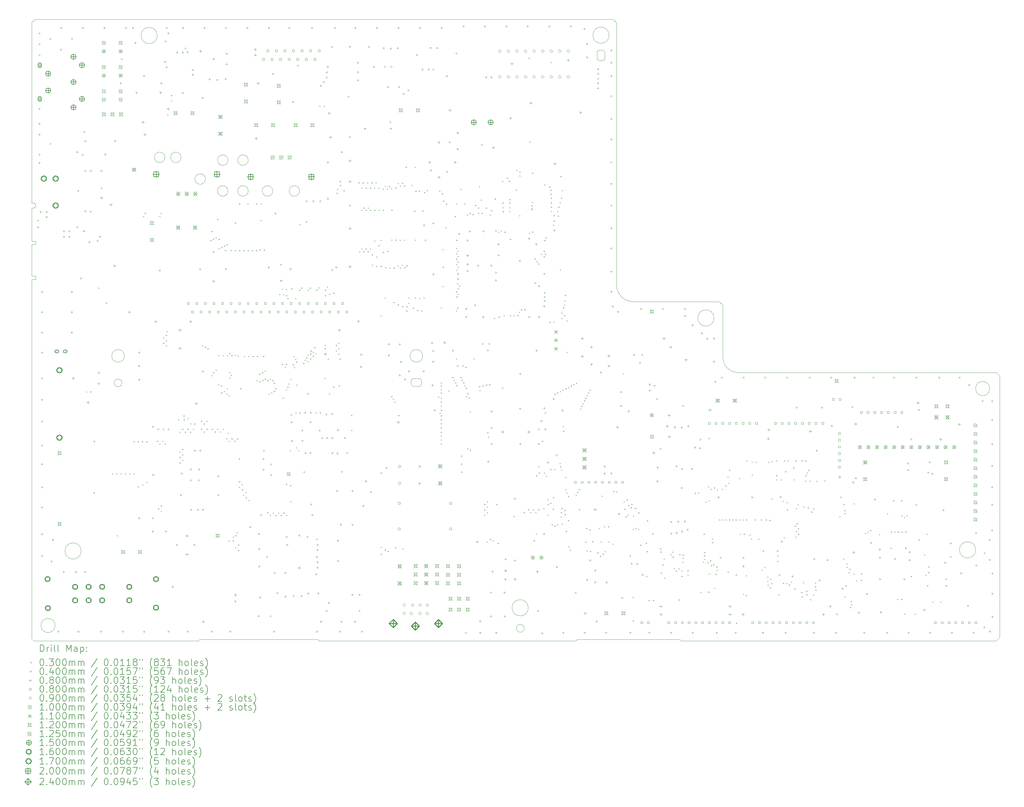
<source format=gbr>
%TF.GenerationSoftware,KiCad,Pcbnew,7.0.8*%
%TF.CreationDate,2023-11-11T13:42:41+01:00*%
%TF.ProjectId,PCE,5043452e-6b69-4636-9164-5f7063625858,1.3*%
%TF.SameCoordinates,Original*%
%TF.FileFunction,Drillmap*%
%TF.FilePolarity,Positive*%
%FSLAX45Y45*%
G04 Gerber Fmt 4.5, Leading zero omitted, Abs format (unit mm)*
G04 Created by KiCad (PCBNEW 7.0.8) date 2023-11-11 13:42:41*
%MOMM*%
%LPD*%
G01*
G04 APERTURE LIST*
%ADD10C,0.100000*%
%ADD11C,0.200000*%
%ADD12C,0.030000*%
%ADD13C,0.040000*%
%ADD14C,0.080000*%
%ADD15C,0.090000*%
%ADD16C,0.110000*%
%ADD17C,0.120000*%
%ADD18C,0.125000*%
%ADD19C,0.150000*%
%ADD20C,0.160000*%
%ADD21C,0.170000*%
%ADD22C,0.240000*%
G04 APERTURE END LIST*
D10*
X11820000Y-22610000D02*
X6932500Y-22610000D01*
X24200000Y-4275000D02*
X24200000Y-12050000D01*
X23625000Y-5359865D02*
G75*
G03*
X23855000Y-5359865I115000J115000D01*
G01*
X6964680Y-4175000D02*
X24100000Y-4175000D01*
X14015000Y-9267500D02*
G75*
G03*
X14015000Y-9267500I-155000J0D01*
G01*
X13290000Y-8352500D02*
G75*
G03*
X13290000Y-8352500I-155000J0D01*
G01*
X18157461Y-14832480D02*
G75*
G03*
X18157461Y-15062480I115000J-115000D01*
G01*
X23032500Y-22570000D02*
X26077500Y-22570000D01*
X11820000Y-22610000D02*
X11820000Y-22595000D01*
X6873240Y-9631680D02*
X6873240Y-4267500D01*
X9547500Y-14960000D02*
G75*
G03*
X9547500Y-14960000I-115000J0D01*
G01*
X34840000Y-19912500D02*
G75*
G03*
X34840000Y-19912500I-240000J0D01*
G01*
X24100000Y-4175000D02*
X24200000Y-4275000D01*
X11300000Y-8270000D02*
G75*
G03*
X11300000Y-8270000I-155000J0D01*
G01*
X24200000Y-12050000D02*
G75*
G03*
X24700000Y-12550000I500000J0D01*
G01*
X6932500Y-22610000D02*
X6873240Y-22550120D01*
X35257500Y-15127500D02*
G75*
G03*
X35257500Y-15127500I-210000J0D01*
G01*
X6997500Y-11792500D02*
X6997500Y-11892500D01*
X24700000Y-12550000D02*
X27250000Y-12550000D01*
X35550000Y-14750000D02*
X35550000Y-22510000D01*
X27350000Y-14200000D02*
G75*
G03*
X27800000Y-14650000I450000J0D01*
G01*
X23980000Y-4647500D02*
G75*
G03*
X23980000Y-4647500I-240000J0D01*
G01*
X12690000Y-9267500D02*
G75*
G03*
X12690000Y-9267500I-155000J0D01*
G01*
X6997500Y-10755000D02*
X6873240Y-10755000D01*
X18457500Y-14157500D02*
G75*
G03*
X18457500Y-14157500I-187500J0D01*
G01*
X18157461Y-15062480D02*
X18379865Y-15062520D01*
X6997500Y-10755000D02*
X6997500Y-10855000D01*
X11845000Y-22570000D02*
X15355000Y-22570000D01*
X14812500Y-9267500D02*
G75*
G03*
X14812500Y-9267500I-155000J0D01*
G01*
X12022500Y-8912500D02*
G75*
G03*
X12022500Y-8912500I-155000J0D01*
G01*
X6873240Y-22550120D02*
X6873240Y-11892500D01*
X35450000Y-14650000D02*
X35550000Y-14750000D01*
X6997500Y-10855000D02*
X6873240Y-10855000D01*
X18157461Y-14832480D02*
X18379865Y-14832520D01*
X27350000Y-12650000D02*
X27350000Y-14200000D01*
X15380000Y-22595000D02*
X15355000Y-22570000D01*
X13290000Y-9267500D02*
G75*
G03*
X13290000Y-9267500I-155000J0D01*
G01*
X6873240Y-10755000D02*
X6873240Y-9768840D01*
X22992500Y-22610000D02*
X23032500Y-22570000D01*
X21465000Y-22240000D02*
G75*
G03*
X21465000Y-22240000I-115000J0D01*
G01*
X6873240Y-11792500D02*
X6873240Y-10855000D01*
X22992500Y-22610000D02*
X15380000Y-22610000D01*
X35450000Y-22610000D02*
X26102500Y-22610000D01*
X27087500Y-13035000D02*
G75*
G03*
X27087500Y-13035000I-240000J0D01*
G01*
X35550000Y-22510000D02*
X35450000Y-22610000D01*
X23855039Y-5137461D02*
G75*
G03*
X23625039Y-5137461I-115000J-115000D01*
G01*
X18379866Y-15062520D02*
G75*
G03*
X18379865Y-14832520I-114996J115000D01*
G01*
X12690000Y-8352500D02*
G75*
G03*
X12690000Y-8352500I-155000J0D01*
G01*
X6873240Y-9768840D02*
G75*
G03*
X6873240Y-9631680I41200J68580D01*
G01*
X10822500Y-8270000D02*
G75*
G03*
X10822500Y-8270000I-155000J0D01*
G01*
X6997500Y-11792500D02*
X6873240Y-11792500D01*
X26102500Y-22610000D02*
X26102500Y-22595000D01*
X8340000Y-19945000D02*
G75*
G03*
X8340000Y-19945000I-240000J0D01*
G01*
X23625039Y-5137461D02*
X23625000Y-5359865D01*
X26102500Y-22595000D02*
X26077500Y-22570000D01*
X10595000Y-4657500D02*
G75*
G03*
X10595000Y-4657500I-240000J0D01*
G01*
X27250000Y-12550000D02*
X27350000Y-12650000D01*
X6997500Y-11892500D02*
X6873240Y-11892500D01*
X27800000Y-14650000D02*
X35450000Y-14650000D01*
X15380000Y-22610000D02*
X15380000Y-22595000D01*
X23855039Y-5137461D02*
X23855000Y-5359865D01*
X21585000Y-21630000D02*
G75*
G03*
X21585000Y-21630000I-240000J0D01*
G01*
X7570000Y-22155000D02*
G75*
G03*
X7570000Y-22155000I-210000J0D01*
G01*
X6873240Y-4267500D02*
X6964680Y-4175000D01*
X11820000Y-22595000D02*
X11845000Y-22570000D01*
X9620000Y-14157500D02*
G75*
G03*
X9620000Y-14157500I-187500J0D01*
G01*
D11*
D12*
X8482500Y-15207500D02*
X8512500Y-15237500D01*
X8512500Y-15207500D02*
X8482500Y-15237500D01*
X8605000Y-15207500D02*
X8635000Y-15237500D01*
X8635000Y-15207500D02*
X8605000Y-15237500D01*
X8842500Y-12132500D02*
X8872500Y-12162500D01*
X8872500Y-12132500D02*
X8842500Y-12162500D01*
X9072500Y-12575000D02*
X9102500Y-12605000D01*
X9102500Y-12575000D02*
X9072500Y-12605000D01*
X9252500Y-17640000D02*
X9282500Y-17670000D01*
X9282500Y-17640000D02*
X9252500Y-17670000D01*
X9377500Y-17640000D02*
X9407500Y-17670000D01*
X9407500Y-17640000D02*
X9377500Y-17670000D01*
X9397500Y-19477500D02*
X9427500Y-19507500D01*
X9427500Y-19477500D02*
X9397500Y-19507500D01*
X9505000Y-17640000D02*
X9535000Y-17670000D01*
X9535000Y-17640000D02*
X9505000Y-17670000D01*
X9632500Y-17640000D02*
X9662500Y-17670000D01*
X9662500Y-17640000D02*
X9632500Y-17670000D01*
X9760000Y-17640000D02*
X9790000Y-17670000D01*
X9790000Y-17640000D02*
X9760000Y-17670000D01*
X9887500Y-16687500D02*
X9917500Y-16717500D01*
X9917500Y-16687500D02*
X9887500Y-16717500D01*
X9887500Y-17640000D02*
X9917500Y-17670000D01*
X9917500Y-17640000D02*
X9887500Y-17670000D01*
X10012500Y-16687500D02*
X10042500Y-16717500D01*
X10042500Y-16687500D02*
X10012500Y-16717500D01*
X10012500Y-18022500D02*
X10042500Y-18052500D01*
X10042500Y-18022500D02*
X10012500Y-18052500D01*
X10140000Y-16687500D02*
X10170000Y-16717500D01*
X10170000Y-16687500D02*
X10140000Y-16717500D01*
X10147500Y-17965000D02*
X10177500Y-17995000D01*
X10177500Y-17965000D02*
X10147500Y-17995000D01*
X10170000Y-10007500D02*
X10200000Y-10037500D01*
X10200000Y-10007500D02*
X10170000Y-10037500D01*
X10222500Y-9910000D02*
X10252500Y-9940000D01*
X10252500Y-9910000D02*
X10222500Y-9940000D01*
X10267500Y-16687500D02*
X10297500Y-16717500D01*
X10297500Y-16687500D02*
X10267500Y-16717500D01*
X10270000Y-17892500D02*
X10300000Y-17922500D01*
X10300000Y-17892500D02*
X10270000Y-17922500D01*
X10577500Y-16675000D02*
X10607500Y-16705000D01*
X10607500Y-16675000D02*
X10577500Y-16705000D01*
X10615000Y-18675000D02*
X10645000Y-18705000D01*
X10645000Y-18675000D02*
X10615000Y-18705000D01*
X10652500Y-10007500D02*
X10682500Y-10037500D01*
X10682500Y-10007500D02*
X10652500Y-10037500D01*
X10657500Y-16757500D02*
X10687500Y-16787500D01*
X10687500Y-16757500D02*
X10657500Y-16787500D01*
X10692500Y-9910000D02*
X10722500Y-9940000D01*
X10722500Y-9910000D02*
X10692500Y-9940000D01*
X10697500Y-18595000D02*
X10727500Y-18625000D01*
X10727500Y-18595000D02*
X10697500Y-18625000D01*
X10700000Y-18755000D02*
X10730000Y-18785000D01*
X10730000Y-18755000D02*
X10700000Y-18785000D01*
X10737500Y-16677500D02*
X10767500Y-16707500D01*
X10767500Y-16677500D02*
X10737500Y-16707500D01*
X10767500Y-13607500D02*
X10797500Y-13637500D01*
X10797500Y-13607500D02*
X10767500Y-13637500D01*
X10767500Y-13765000D02*
X10797500Y-13795000D01*
X10797500Y-13765000D02*
X10767500Y-13795000D01*
X10815000Y-16755000D02*
X10845000Y-16785000D01*
X10845000Y-16755000D02*
X10815000Y-16785000D01*
X10847500Y-13687500D02*
X10877500Y-13717500D01*
X10877500Y-13687500D02*
X10847500Y-13717500D01*
X10847500Y-13842500D02*
X10877500Y-13872500D01*
X10877500Y-13842500D02*
X10847500Y-13872500D01*
X10850000Y-13532500D02*
X10880000Y-13562500D01*
X10880000Y-13532500D02*
X10850000Y-13562500D01*
X10870000Y-13412500D02*
X10900000Y-13442500D01*
X10900000Y-13412500D02*
X10870000Y-13442500D01*
X10889220Y-7000480D02*
X10919220Y-7030480D01*
X10919220Y-7000480D02*
X10889220Y-7030480D01*
X11000000Y-6420000D02*
X11030000Y-6450000D01*
X11030000Y-6420000D02*
X11000000Y-6450000D01*
X11000000Y-6577500D02*
X11030000Y-6607500D01*
X11030000Y-6577500D02*
X11000000Y-6607500D01*
X11210000Y-16040000D02*
X11240000Y-16070000D01*
X11240000Y-16040000D02*
X11210000Y-16070000D01*
X11252500Y-16405000D02*
X11282500Y-16435000D01*
X11282500Y-16405000D02*
X11252500Y-16435000D01*
X11252500Y-16997500D02*
X11282500Y-17027500D01*
X11282500Y-16997500D02*
X11252500Y-17027500D01*
X11252500Y-17157500D02*
X11282500Y-17187500D01*
X11282500Y-17157500D02*
X11252500Y-17187500D01*
X11252500Y-17317500D02*
X11282500Y-17347500D01*
X11282500Y-17317500D02*
X11252500Y-17347500D01*
X11330000Y-16320000D02*
X11360000Y-16350000D01*
X11360000Y-16320000D02*
X11330000Y-16350000D01*
X11330000Y-16917500D02*
X11360000Y-16947500D01*
X11360000Y-16917500D02*
X11330000Y-16947500D01*
X11330000Y-17077500D02*
X11360000Y-17107500D01*
X11360000Y-17077500D02*
X11330000Y-17107500D01*
X11330000Y-17237500D02*
X11360000Y-17267500D01*
X11360000Y-17237500D02*
X11330000Y-17267500D01*
X11370000Y-15922500D02*
X11400000Y-15952500D01*
X11400000Y-15922500D02*
X11370000Y-15952500D01*
X11372500Y-16040000D02*
X11402500Y-16070000D01*
X11402500Y-16040000D02*
X11372500Y-16070000D01*
X11410000Y-16405000D02*
X11440000Y-16435000D01*
X11440000Y-16405000D02*
X11410000Y-16435000D01*
X11490000Y-16000000D02*
X11520000Y-16030000D01*
X11520000Y-16000000D02*
X11490000Y-16030000D01*
X11490000Y-16320000D02*
X11520000Y-16350000D01*
X11520000Y-16320000D02*
X11490000Y-16350000D01*
X11570000Y-16405000D02*
X11600000Y-16435000D01*
X11600000Y-16405000D02*
X11570000Y-16435000D01*
X11572500Y-16157500D02*
X11602500Y-16187500D01*
X11602500Y-16157500D02*
X11572500Y-16187500D01*
X11650000Y-16320000D02*
X11680000Y-16350000D01*
X11680000Y-16320000D02*
X11650000Y-16350000D01*
X11690000Y-16162500D02*
X11720000Y-16192500D01*
X11720000Y-16162500D02*
X11690000Y-16192500D01*
X11890000Y-16080000D02*
X11920000Y-16110000D01*
X11920000Y-16080000D02*
X11890000Y-16110000D01*
X11890000Y-16320000D02*
X11920000Y-16350000D01*
X11920000Y-16320000D02*
X11890000Y-16350000D01*
X11922500Y-13842500D02*
X11952500Y-13872500D01*
X11952500Y-13842500D02*
X11922500Y-13872500D01*
X11970000Y-16160000D02*
X12000000Y-16190000D01*
X12000000Y-16160000D02*
X11970000Y-16190000D01*
X11970000Y-16397500D02*
X12000000Y-16427500D01*
X12000000Y-16397500D02*
X11970000Y-16427500D01*
X12002500Y-13885000D02*
X12032500Y-13915000D01*
X12032500Y-13885000D02*
X12002500Y-13915000D01*
X12050000Y-16077500D02*
X12080000Y-16107500D01*
X12080000Y-16077500D02*
X12050000Y-16107500D01*
X12050000Y-16320000D02*
X12080000Y-16350000D01*
X12080000Y-16320000D02*
X12050000Y-16350000D01*
X12080000Y-13927500D02*
X12110000Y-13957500D01*
X12110000Y-13927500D02*
X12080000Y-13957500D01*
X12165000Y-10727500D02*
X12195000Y-10757500D01*
X12195000Y-10727500D02*
X12165000Y-10757500D01*
X12195000Y-10452500D02*
X12225000Y-10482500D01*
X12225000Y-10452500D02*
X12195000Y-10482500D01*
X12200000Y-14725000D02*
X12230000Y-14755000D01*
X12230000Y-14725000D02*
X12200000Y-14755000D01*
X12210000Y-16320000D02*
X12240000Y-16350000D01*
X12240000Y-16320000D02*
X12210000Y-16350000D01*
X12242500Y-10685000D02*
X12272500Y-10715000D01*
X12272500Y-10685000D02*
X12242500Y-10715000D01*
X12245000Y-14642500D02*
X12275000Y-14672500D01*
X12275000Y-14642500D02*
X12245000Y-14672500D01*
X12290000Y-16397500D02*
X12320000Y-16427500D01*
X12320000Y-16397500D02*
X12290000Y-16427500D01*
X12320000Y-10642500D02*
X12350000Y-10672500D01*
X12350000Y-10642500D02*
X12320000Y-10672500D01*
X12320000Y-14567500D02*
X12350000Y-14597500D01*
X12350000Y-14567500D02*
X12320000Y-14597500D01*
X12367500Y-10090000D02*
X12397500Y-10120000D01*
X12397500Y-10090000D02*
X12367500Y-10120000D01*
X12370000Y-16320000D02*
X12400000Y-16350000D01*
X12400000Y-16320000D02*
X12370000Y-16350000D01*
X12402500Y-14132500D02*
X12432500Y-14162500D01*
X12432500Y-14132500D02*
X12402500Y-14162500D01*
X12402500Y-14997500D02*
X12432500Y-15027500D01*
X12432500Y-14997500D02*
X12402500Y-15027500D01*
X12405000Y-10965000D02*
X12435000Y-10995000D01*
X12435000Y-10965000D02*
X12405000Y-10995000D01*
X12407500Y-10687500D02*
X12437500Y-10717500D01*
X12437500Y-10687500D02*
X12407500Y-10717500D01*
X12450000Y-16397500D02*
X12480000Y-16427500D01*
X12480000Y-16397500D02*
X12450000Y-16427500D01*
X12485000Y-10927500D02*
X12515000Y-10957500D01*
X12515000Y-10927500D02*
X12485000Y-10957500D01*
X12485000Y-15035000D02*
X12515000Y-15065000D01*
X12515000Y-15035000D02*
X12485000Y-15065000D01*
X12487500Y-15237500D02*
X12517500Y-15267500D01*
X12517500Y-15237500D02*
X12487500Y-15267500D01*
X12527500Y-16320000D02*
X12557500Y-16350000D01*
X12557500Y-16320000D02*
X12527500Y-16350000D01*
X12530000Y-14132500D02*
X12560000Y-14162500D01*
X12560000Y-14132500D02*
X12530000Y-14162500D01*
X12562500Y-10887500D02*
X12592500Y-10917500D01*
X12592500Y-10887500D02*
X12562500Y-10917500D01*
X12567500Y-15197500D02*
X12597500Y-15227500D01*
X12597500Y-15197500D02*
X12567500Y-15227500D01*
X12600000Y-11017500D02*
X12630000Y-11047500D01*
X12630000Y-11017500D02*
X12600000Y-11047500D01*
X12635000Y-16600000D02*
X12665000Y-16630000D01*
X12665000Y-16600000D02*
X12635000Y-16630000D01*
X12645000Y-10850000D02*
X12675000Y-10880000D01*
X12675000Y-10850000D02*
X12645000Y-10880000D01*
X12647500Y-15115000D02*
X12677500Y-15145000D01*
X12677500Y-15115000D02*
X12647500Y-15145000D01*
X12647500Y-15275000D02*
X12677500Y-15305000D01*
X12677500Y-15275000D02*
X12647500Y-15305000D01*
X12657500Y-14132500D02*
X12687500Y-14162500D01*
X12687500Y-14132500D02*
X12657500Y-14162500D01*
X12690000Y-16437500D02*
X12720000Y-16467500D01*
X12720000Y-16437500D02*
X12690000Y-16467500D01*
X12707500Y-19630000D02*
X12737500Y-19660000D01*
X12737500Y-19630000D02*
X12707500Y-19660000D01*
X12712500Y-16680000D02*
X12742500Y-16710000D01*
X12742500Y-16680000D02*
X12712500Y-16710000D01*
X12720000Y-15325000D02*
X12750000Y-15355000D01*
X12750000Y-15325000D02*
X12720000Y-15355000D01*
X12722500Y-14070000D02*
X12752500Y-14100000D01*
X12752500Y-14070000D02*
X12722500Y-14100000D01*
X12725000Y-14635000D02*
X12755000Y-14665000D01*
X12755000Y-14635000D02*
X12725000Y-14665000D01*
X12727500Y-14797500D02*
X12757500Y-14827500D01*
X12757500Y-14797500D02*
X12727500Y-14827500D01*
X12762500Y-11017500D02*
X12792500Y-11047500D01*
X12792500Y-11017500D02*
X12762500Y-11047500D01*
X12770000Y-14715000D02*
X12800000Y-14745000D01*
X12800000Y-14715000D02*
X12770000Y-14745000D01*
X12785000Y-14132500D02*
X12815000Y-14162500D01*
X12815000Y-14132500D02*
X12785000Y-14162500D01*
X12790000Y-16600000D02*
X12820000Y-16630000D01*
X12820000Y-16600000D02*
X12790000Y-16630000D01*
X12827500Y-19630000D02*
X12857500Y-19660000D01*
X12857500Y-19630000D02*
X12827500Y-19660000D01*
X12832450Y-19517500D02*
X12862450Y-19547500D01*
X12862450Y-19517500D02*
X12832450Y-19547500D01*
X12877500Y-16680000D02*
X12907500Y-16710000D01*
X12907500Y-16680000D02*
X12877500Y-16710000D01*
X12887500Y-10197500D02*
X12917500Y-10227500D01*
X12917500Y-10197500D02*
X12887500Y-10227500D01*
X12890000Y-11017500D02*
X12920000Y-11047500D01*
X12920000Y-11017500D02*
X12890000Y-11047500D01*
X12890000Y-14120000D02*
X12920000Y-14150000D01*
X12920000Y-14120000D02*
X12890000Y-14150000D01*
X12902500Y-19830000D02*
X12932500Y-19860000D01*
X12932500Y-19830000D02*
X12902500Y-19860000D01*
X12907500Y-19475000D02*
X12937500Y-19505000D01*
X12937500Y-19475000D02*
X12907500Y-19505000D01*
X12945000Y-19390000D02*
X12975000Y-19420000D01*
X12975000Y-19390000D02*
X12945000Y-19420000D01*
X12960000Y-16600000D02*
X12990000Y-16630000D01*
X12990000Y-16600000D02*
X12960000Y-16630000D01*
X12975000Y-14147500D02*
X13005000Y-14177500D01*
X13005000Y-14147500D02*
X12975000Y-14177500D01*
X12985000Y-19910000D02*
X13015000Y-19940000D01*
X13015000Y-19910000D02*
X12985000Y-19940000D01*
X12987500Y-19750000D02*
X13017500Y-19780000D01*
X13017500Y-19750000D02*
X12987500Y-19780000D01*
X13012500Y-17192500D02*
X13042500Y-17222500D01*
X13042500Y-17192500D02*
X13012500Y-17222500D01*
X13012500Y-18035000D02*
X13042500Y-18065000D01*
X13042500Y-18035000D02*
X13012500Y-18065000D01*
X13015000Y-9637500D02*
X13045000Y-9667500D01*
X13045000Y-9637500D02*
X13015000Y-9667500D01*
X13015000Y-17875000D02*
X13045000Y-17905000D01*
X13045000Y-17875000D02*
X13015000Y-17905000D01*
X13017500Y-11017500D02*
X13047500Y-11047500D01*
X13047500Y-11017500D02*
X13017500Y-11047500D01*
X13050000Y-15117500D02*
X13080000Y-15147500D01*
X13080000Y-15117500D02*
X13050000Y-15147500D01*
X13092500Y-17955000D02*
X13122500Y-17985000D01*
X13122500Y-17955000D02*
X13092500Y-17985000D01*
X13095000Y-18117500D02*
X13125000Y-18147500D01*
X13125000Y-18117500D02*
X13095000Y-18147500D01*
X13130000Y-18275000D02*
X13160000Y-18305000D01*
X13160000Y-18275000D02*
X13130000Y-18305000D01*
X13142500Y-11017500D02*
X13172500Y-11047500D01*
X13172500Y-11017500D02*
X13142500Y-11047500D01*
X13165000Y-14157500D02*
X13195000Y-14187500D01*
X13195000Y-14157500D02*
X13165000Y-14187500D01*
X13210000Y-18195000D02*
X13240000Y-18225000D01*
X13240000Y-18195000D02*
X13210000Y-18225000D01*
X13215000Y-18352500D02*
X13245000Y-18382500D01*
X13245000Y-18352500D02*
X13215000Y-18382500D01*
X13267500Y-9637500D02*
X13297500Y-9667500D01*
X13297500Y-9637500D02*
X13267500Y-9667500D01*
X13270000Y-11017500D02*
X13300000Y-11047500D01*
X13300000Y-11017500D02*
X13270000Y-11047500D01*
X13292500Y-14157500D02*
X13322500Y-14187500D01*
X13322500Y-14157500D02*
X13292500Y-14187500D01*
X13295000Y-18432500D02*
X13325000Y-18462500D01*
X13325000Y-18432500D02*
X13295000Y-18462500D01*
X13397500Y-11017500D02*
X13427500Y-11047500D01*
X13427500Y-11017500D02*
X13397500Y-11047500D01*
X13420000Y-14157500D02*
X13450000Y-14187500D01*
X13450000Y-14157500D02*
X13420000Y-14187500D01*
X13522500Y-9637500D02*
X13552500Y-9667500D01*
X13552500Y-9637500D02*
X13522500Y-9667500D01*
X13525000Y-11017500D02*
X13555000Y-11047500D01*
X13555000Y-11017500D02*
X13525000Y-11047500D01*
X13532500Y-14875000D02*
X13562500Y-14905000D01*
X13562500Y-14875000D02*
X13532500Y-14905000D01*
X13547500Y-14157500D02*
X13577500Y-14187500D01*
X13577500Y-14157500D02*
X13547500Y-14187500D01*
X13607500Y-14682500D02*
X13637500Y-14712500D01*
X13637500Y-14682500D02*
X13607500Y-14712500D01*
X13620000Y-10997500D02*
X13650000Y-11027500D01*
X13650000Y-10997500D02*
X13620000Y-11027500D01*
X13620000Y-14910000D02*
X13650000Y-14940000D01*
X13650000Y-14910000D02*
X13620000Y-14940000D01*
X13650000Y-10125000D02*
X13680000Y-10155000D01*
X13680000Y-10125000D02*
X13650000Y-10155000D01*
X13655000Y-9627500D02*
X13685000Y-9657500D01*
X13685000Y-9627500D02*
X13655000Y-9657500D01*
X13692500Y-14640000D02*
X13722500Y-14670000D01*
X13722500Y-14640000D02*
X13692500Y-14670000D01*
X13700000Y-14870000D02*
X13730000Y-14900000D01*
X13730000Y-14870000D02*
X13700000Y-14900000D01*
X13727500Y-14157500D02*
X13757500Y-14187500D01*
X13757500Y-14157500D02*
X13727500Y-14187500D01*
X13735000Y-16952500D02*
X13765000Y-16982500D01*
X13765000Y-16952500D02*
X13735000Y-16982500D01*
X13750000Y-11005000D02*
X13780000Y-11035000D01*
X13780000Y-11005000D02*
X13750000Y-11035000D01*
X13772500Y-14832500D02*
X13802500Y-14862500D01*
X13802500Y-14832500D02*
X13772500Y-14862500D01*
X13780000Y-14595000D02*
X13810000Y-14625000D01*
X13810000Y-14595000D02*
X13780000Y-14625000D01*
X13850000Y-14875000D02*
X13880000Y-14905000D01*
X13880000Y-14875000D02*
X13850000Y-14905000D01*
X13851000Y-18794000D02*
X13881000Y-18824000D01*
X13881000Y-18794000D02*
X13851000Y-18824000D01*
X13892500Y-15275000D02*
X13922500Y-15305000D01*
X13922500Y-15275000D02*
X13892500Y-15305000D01*
X13927500Y-14835000D02*
X13957500Y-14865000D01*
X13957500Y-14835000D02*
X13927500Y-14865000D01*
X13930000Y-18870000D02*
X13960000Y-18900000D01*
X13960000Y-18870000D02*
X13930000Y-18900000D01*
X13967500Y-15232500D02*
X13997500Y-15262500D01*
X13997500Y-15232500D02*
X13967500Y-15262500D01*
X14002500Y-14875000D02*
X14032500Y-14905000D01*
X14032500Y-14875000D02*
X14002500Y-14905000D01*
X14012500Y-18797500D02*
X14042500Y-18827500D01*
X14042500Y-18797500D02*
X14012500Y-18827500D01*
X14047500Y-15192500D02*
X14077500Y-15222500D01*
X14077500Y-15192500D02*
X14047500Y-15222500D01*
X14050000Y-14955000D02*
X14080000Y-14985000D01*
X14080000Y-14955000D02*
X14050000Y-14985000D01*
X14090000Y-15117500D02*
X14120000Y-15147500D01*
X14120000Y-15117500D02*
X14090000Y-15147500D01*
X14090000Y-18875000D02*
X14120000Y-18905000D01*
X14120000Y-18875000D02*
X14090000Y-18905000D01*
X14170000Y-18797500D02*
X14200000Y-18827500D01*
X14200000Y-18797500D02*
X14170000Y-18827500D01*
X14205000Y-12322500D02*
X14235000Y-12352500D01*
X14235000Y-12322500D02*
X14205000Y-12352500D01*
X14252500Y-18875000D02*
X14282500Y-18905000D01*
X14282500Y-18875000D02*
X14252500Y-18905000D01*
X14282500Y-12160000D02*
X14312500Y-12190000D01*
X14312500Y-12160000D02*
X14282500Y-12190000D01*
X14285000Y-14397500D02*
X14315000Y-14427500D01*
X14315000Y-14397500D02*
X14285000Y-14427500D01*
X14310000Y-15390000D02*
X14340000Y-15420000D01*
X14340000Y-15390000D02*
X14310000Y-15420000D01*
X14322500Y-12320000D02*
X14352500Y-12350000D01*
X14352500Y-12320000D02*
X14322500Y-12350000D01*
X14330000Y-18797500D02*
X14360000Y-18827500D01*
X14360000Y-18797500D02*
X14330000Y-18827500D01*
X14370000Y-14475000D02*
X14400000Y-14505000D01*
X14400000Y-14475000D02*
X14370000Y-14505000D01*
X14402500Y-12172500D02*
X14432500Y-12202500D01*
X14432500Y-12172500D02*
X14402500Y-12202500D01*
X14405000Y-12357500D02*
X14435000Y-12387500D01*
X14435000Y-12357500D02*
X14405000Y-12387500D01*
X14405000Y-14395000D02*
X14435000Y-14425000D01*
X14435000Y-14395000D02*
X14405000Y-14425000D01*
X14405000Y-15155000D02*
X14435000Y-15185000D01*
X14435000Y-15155000D02*
X14405000Y-15185000D01*
X14410000Y-17947500D02*
X14440000Y-17977500D01*
X14440000Y-17947500D02*
X14410000Y-17977500D01*
X14410000Y-18875000D02*
X14440000Y-18905000D01*
X14440000Y-18875000D02*
X14410000Y-18905000D01*
X14445000Y-12440000D02*
X14475000Y-12470000D01*
X14475000Y-12440000D02*
X14445000Y-12470000D01*
X14445000Y-15075000D02*
X14475000Y-15105000D01*
X14475000Y-15075000D02*
X14445000Y-15105000D01*
X14475000Y-14972500D02*
X14505000Y-15002500D01*
X14505000Y-14972500D02*
X14475000Y-15002500D01*
X14517500Y-16952500D02*
X14547500Y-16982500D01*
X14547500Y-16952500D02*
X14517500Y-16982500D01*
X14527500Y-17990000D02*
X14557500Y-18020000D01*
X14557500Y-17990000D02*
X14527500Y-18020000D01*
X14535000Y-18467500D02*
X14565000Y-18497500D01*
X14565000Y-18467500D02*
X14535000Y-18497500D01*
X14540000Y-14842500D02*
X14570000Y-14872500D01*
X14570000Y-14842500D02*
X14540000Y-14872500D01*
X14547500Y-15895000D02*
X14577500Y-15925000D01*
X14577500Y-15895000D02*
X14547500Y-15925000D01*
X14602500Y-14407500D02*
X14632500Y-14437500D01*
X14632500Y-14407500D02*
X14602500Y-14437500D01*
X14632500Y-14162500D02*
X14662500Y-14192500D01*
X14662500Y-14162500D02*
X14632500Y-14192500D01*
X14640000Y-14485000D02*
X14670000Y-14515000D01*
X14670000Y-14485000D02*
X14640000Y-14515000D01*
X14680000Y-12440000D02*
X14710000Y-12470000D01*
X14710000Y-12440000D02*
X14680000Y-12470000D01*
X14680000Y-14245000D02*
X14710000Y-14275000D01*
X14710000Y-14245000D02*
X14680000Y-14275000D01*
X14687500Y-15835000D02*
X14717500Y-15865000D01*
X14717500Y-15835000D02*
X14687500Y-15865000D01*
X14705000Y-16867500D02*
X14735000Y-16897500D01*
X14735000Y-16867500D02*
X14705000Y-16897500D01*
X14710000Y-14327500D02*
X14740000Y-14357500D01*
X14740000Y-14327500D02*
X14710000Y-14357500D01*
X14715000Y-15005000D02*
X14745000Y-15035000D01*
X14745000Y-15005000D02*
X14715000Y-15035000D01*
X14767500Y-16947500D02*
X14797500Y-16977500D01*
X14797500Y-16947500D02*
X14767500Y-16977500D01*
X14795000Y-12195000D02*
X14825000Y-12225000D01*
X14825000Y-12195000D02*
X14795000Y-12225000D01*
X14800000Y-10242500D02*
X14830000Y-10272500D01*
X14830000Y-10242500D02*
X14800000Y-10272500D01*
X14800000Y-15835000D02*
X14830000Y-15865000D01*
X14830000Y-15835000D02*
X14800000Y-15865000D01*
X14857500Y-12132500D02*
X14887500Y-12162500D01*
X14887500Y-12132500D02*
X14857500Y-12162500D01*
X14917500Y-14365000D02*
X14947500Y-14395000D01*
X14947500Y-14365000D02*
X14917500Y-14395000D01*
X14927500Y-17590000D02*
X14957500Y-17620000D01*
X14957500Y-17590000D02*
X14927500Y-17620000D01*
X14962500Y-14275000D02*
X14992500Y-14305000D01*
X14992500Y-14275000D02*
X14962500Y-14305000D01*
X15000000Y-10165000D02*
X15030000Y-10195000D01*
X15030000Y-10165000D02*
X15000000Y-10195000D01*
X15000000Y-14195000D02*
X15030000Y-14225000D01*
X15030000Y-14195000D02*
X15000000Y-14225000D01*
X15042500Y-14115000D02*
X15072500Y-14145000D01*
X15072500Y-14115000D02*
X15042500Y-14145000D01*
X15045000Y-14312500D02*
X15075000Y-14342500D01*
X15075000Y-14312500D02*
X15045000Y-14342500D01*
X15050000Y-12192500D02*
X15080000Y-12222500D01*
X15080000Y-12192500D02*
X15050000Y-12222500D01*
X15112500Y-12132500D02*
X15142500Y-12162500D01*
X15142500Y-12132500D02*
X15112500Y-12162500D01*
X15120000Y-14232500D02*
X15150000Y-14262500D01*
X15150000Y-14232500D02*
X15120000Y-14262500D01*
X15127500Y-14087500D02*
X15157500Y-14117500D01*
X15157500Y-14087500D02*
X15127500Y-14117500D01*
X15131524Y-13998197D02*
X15161524Y-14028197D01*
X15161524Y-13998197D02*
X15131524Y-14028197D01*
X15202500Y-14035000D02*
X15232500Y-14065000D01*
X15232500Y-14035000D02*
X15202500Y-14065000D01*
X15202500Y-14152500D02*
X15232500Y-14182500D01*
X15232500Y-14152500D02*
X15202500Y-14182500D01*
X15242500Y-13895000D02*
X15272500Y-13925000D01*
X15272500Y-13895000D02*
X15242500Y-13925000D01*
X15282500Y-14075000D02*
X15312500Y-14105000D01*
X15312500Y-14075000D02*
X15282500Y-14105000D01*
X15285000Y-15832500D02*
X15315000Y-15862500D01*
X15315000Y-15832500D02*
X15285000Y-15862500D01*
X15305000Y-12190000D02*
X15335000Y-12220000D01*
X15335000Y-12190000D02*
X15305000Y-12220000D01*
X15367500Y-12125000D02*
X15397500Y-12155000D01*
X15397500Y-12125000D02*
X15367500Y-12155000D01*
X15395000Y-6737500D02*
X15425000Y-6767500D01*
X15425000Y-6737500D02*
X15395000Y-6767500D01*
X15407500Y-15832500D02*
X15437500Y-15862500D01*
X15437500Y-15832500D02*
X15407500Y-15862500D01*
X15520000Y-6740000D02*
X15550000Y-6770000D01*
X15550000Y-6740000D02*
X15520000Y-6770000D01*
X15547500Y-14805000D02*
X15577500Y-14835000D01*
X15577500Y-14805000D02*
X15547500Y-14835000D01*
X15552500Y-13925000D02*
X15582500Y-13955000D01*
X15582500Y-13925000D02*
X15552500Y-13955000D01*
X15555000Y-13835000D02*
X15585000Y-13865000D01*
X15585000Y-13835000D02*
X15555000Y-13865000D01*
X15560000Y-12192500D02*
X15590000Y-12222500D01*
X15590000Y-12192500D02*
X15560000Y-12222500D01*
X15560000Y-12357500D02*
X15590000Y-12387500D01*
X15590000Y-12357500D02*
X15560000Y-12387500D01*
X15620000Y-12100000D02*
X15650000Y-12130000D01*
X15650000Y-12100000D02*
X15620000Y-12130000D01*
X15645000Y-14235000D02*
X15675000Y-14265000D01*
X15675000Y-14235000D02*
X15645000Y-14265000D01*
X15682500Y-12315000D02*
X15712500Y-12345000D01*
X15712500Y-12315000D02*
X15682500Y-12345000D01*
X15685000Y-15272500D02*
X15715000Y-15302500D01*
X15715000Y-15272500D02*
X15685000Y-15302500D01*
X15802500Y-12280000D02*
X15832500Y-12310000D01*
X15832500Y-12280000D02*
X15802500Y-12310000D01*
X15807500Y-15070000D02*
X15837500Y-15100000D01*
X15837500Y-15070000D02*
X15807500Y-15100000D01*
X15880000Y-13835000D02*
X15910000Y-13865000D01*
X15910000Y-13835000D02*
X15880000Y-13865000D01*
X15887500Y-13995000D02*
X15917500Y-14025000D01*
X15917500Y-13995000D02*
X15887500Y-14025000D01*
X15907500Y-9322500D02*
X15937500Y-9352500D01*
X15937500Y-9322500D02*
X15907500Y-9352500D01*
X15920000Y-9202500D02*
X15950000Y-9232500D01*
X15950000Y-9202500D02*
X15920000Y-9232500D01*
X15952500Y-13767500D02*
X15982500Y-13797500D01*
X15982500Y-13767500D02*
X15952500Y-13797500D01*
X15952500Y-13925000D02*
X15982500Y-13955000D01*
X15982500Y-13925000D02*
X15952500Y-13955000D01*
X15952500Y-14085000D02*
X15982500Y-14115000D01*
X15982500Y-14085000D02*
X15952500Y-14115000D01*
X15965000Y-15027500D02*
X15995000Y-15057500D01*
X15995000Y-15027500D02*
X15965000Y-15057500D01*
X15995000Y-14235000D02*
X16025000Y-14265000D01*
X16025000Y-14235000D02*
X15995000Y-14265000D01*
X16002500Y-9087500D02*
X16032500Y-9117500D01*
X16032500Y-9087500D02*
X16002500Y-9117500D01*
X16110000Y-9242500D02*
X16140000Y-9272500D01*
X16140000Y-9242500D02*
X16110000Y-9272500D01*
X16241000Y-6456000D02*
X16271000Y-6486000D01*
X16271000Y-6456000D02*
X16241000Y-6486000D01*
X16335000Y-15910000D02*
X16365000Y-15940000D01*
X16365000Y-15910000D02*
X16335000Y-15940000D01*
X16337500Y-16352500D02*
X16367500Y-16382500D01*
X16367500Y-16352500D02*
X16337500Y-16382500D01*
X16550000Y-9007500D02*
X16580000Y-9037500D01*
X16580000Y-9007500D02*
X16550000Y-9037500D01*
X16572500Y-11047500D02*
X16602500Y-11077500D01*
X16602500Y-11047500D02*
X16572500Y-11077500D01*
X16637500Y-9820000D02*
X16667500Y-9850000D01*
X16667500Y-9820000D02*
X16637500Y-9850000D01*
X16637500Y-10970000D02*
X16667500Y-11000000D01*
X16667500Y-10970000D02*
X16637500Y-11000000D01*
X16645000Y-9165000D02*
X16675000Y-9195000D01*
X16675000Y-9165000D02*
X16645000Y-9195000D01*
X16674950Y-9012500D02*
X16704950Y-9042500D01*
X16704950Y-9012500D02*
X16674950Y-9042500D01*
X16697500Y-11050000D02*
X16727500Y-11080000D01*
X16727500Y-11050000D02*
X16697500Y-11080000D01*
X16705000Y-9757500D02*
X16735000Y-9787500D01*
X16735000Y-9757500D02*
X16705000Y-9787500D01*
X16762500Y-10972500D02*
X16792500Y-11002500D01*
X16792500Y-10972500D02*
X16762500Y-11002500D01*
X16767500Y-9162500D02*
X16797500Y-9192500D01*
X16797500Y-9162500D02*
X16767500Y-9192500D01*
X16767500Y-9825000D02*
X16797500Y-9855000D01*
X16797500Y-9825000D02*
X16767500Y-9855000D01*
X16807500Y-9007500D02*
X16837500Y-9037500D01*
X16837500Y-9007500D02*
X16807500Y-9037500D01*
X16827500Y-11050000D02*
X16857500Y-11080000D01*
X16857500Y-11050000D02*
X16827500Y-11080000D01*
X16830000Y-9757500D02*
X16860000Y-9787500D01*
X16860000Y-9757500D02*
X16830000Y-9787500D01*
X16892500Y-9162500D02*
X16922500Y-9192500D01*
X16922500Y-9162500D02*
X16892500Y-9192500D01*
X16892500Y-10972500D02*
X16922500Y-11002500D01*
X16922500Y-10972500D02*
X16892500Y-11002500D01*
X16895000Y-9825000D02*
X16925000Y-9855000D01*
X16925000Y-9825000D02*
X16895000Y-9855000D01*
X16935000Y-9010000D02*
X16965000Y-9040000D01*
X16965000Y-9010000D02*
X16935000Y-9040000D01*
X16950000Y-11147500D02*
X16980000Y-11177500D01*
X16980000Y-11147500D02*
X16950000Y-11177500D01*
X16955000Y-11447500D02*
X16985000Y-11477500D01*
X16985000Y-11447500D02*
X16955000Y-11477500D01*
X17017500Y-9162500D02*
X17047500Y-9192500D01*
X17047500Y-9162500D02*
X17017500Y-9192500D01*
X17020000Y-9825000D02*
X17050000Y-9855000D01*
X17050000Y-9825000D02*
X17020000Y-9855000D01*
X17020000Y-10732500D02*
X17050000Y-10762500D01*
X17050000Y-10732500D02*
X17020000Y-10762500D01*
X17057500Y-9010000D02*
X17087500Y-9040000D01*
X17087500Y-9010000D02*
X17057500Y-9040000D01*
X17080000Y-11207500D02*
X17110000Y-11237500D01*
X17110000Y-11207500D02*
X17080000Y-11237500D01*
X17080000Y-11490000D02*
X17110000Y-11520000D01*
X17110000Y-11490000D02*
X17080000Y-11520000D01*
X17142500Y-10870000D02*
X17172500Y-10900000D01*
X17172500Y-10870000D02*
X17142500Y-10900000D01*
X17145000Y-9162500D02*
X17175000Y-9192500D01*
X17175000Y-9162500D02*
X17145000Y-9192500D01*
X17150000Y-9825000D02*
X17180000Y-9855000D01*
X17180000Y-9825000D02*
X17150000Y-9855000D01*
X17210000Y-10715000D02*
X17240000Y-10745000D01*
X17240000Y-10715000D02*
X17210000Y-10745000D01*
X17210000Y-11487500D02*
X17240000Y-11517500D01*
X17240000Y-11487500D02*
X17210000Y-11517500D01*
X17212500Y-12955000D02*
X17242500Y-12985000D01*
X17242500Y-12955000D02*
X17212500Y-12985000D01*
X17212500Y-17620000D02*
X17242500Y-17650000D01*
X17242500Y-17620000D02*
X17212500Y-17650000D01*
X17217500Y-19820000D02*
X17247500Y-19850000D01*
X17247500Y-19820000D02*
X17217500Y-19850000D01*
X17217500Y-20025000D02*
X17247500Y-20055000D01*
X17247500Y-20025000D02*
X17217500Y-20055000D01*
X17272500Y-9192500D02*
X17302500Y-9222500D01*
X17302500Y-9192500D02*
X17272500Y-9222500D01*
X17275000Y-9825000D02*
X17305000Y-9855000D01*
X17305000Y-9825000D02*
X17275000Y-9855000D01*
X17275000Y-11070000D02*
X17305000Y-11100000D01*
X17305000Y-11070000D02*
X17275000Y-11100000D01*
X17335000Y-12427500D02*
X17365000Y-12457500D01*
X17365000Y-12427500D02*
X17335000Y-12457500D01*
X17335000Y-19900000D02*
X17365000Y-19930000D01*
X17365000Y-19900000D02*
X17335000Y-19930000D01*
X17337500Y-9112500D02*
X17367500Y-9142500D01*
X17367500Y-9112500D02*
X17337500Y-9142500D01*
X17340000Y-11527500D02*
X17370000Y-11557500D01*
X17370000Y-11527500D02*
X17340000Y-11557500D01*
X17397500Y-9197500D02*
X17427500Y-9227500D01*
X17427500Y-9197500D02*
X17397500Y-9227500D01*
X17402500Y-11045000D02*
X17432500Y-11075000D01*
X17432500Y-11045000D02*
X17402500Y-11075000D01*
X17417500Y-19942500D02*
X17447500Y-19972500D01*
X17447500Y-19942500D02*
X17417500Y-19972500D01*
X17457500Y-9115000D02*
X17487500Y-9145000D01*
X17487500Y-9115000D02*
X17457500Y-9145000D01*
X17465000Y-11535000D02*
X17495000Y-11565000D01*
X17495000Y-11535000D02*
X17465000Y-11565000D01*
X17520000Y-9177500D02*
X17550000Y-9207500D01*
X17550000Y-9177500D02*
X17520000Y-9207500D01*
X17525000Y-15347500D02*
X17555000Y-15377500D01*
X17555000Y-15347500D02*
X17525000Y-15377500D01*
X17527500Y-9825000D02*
X17557500Y-9855000D01*
X17557500Y-9825000D02*
X17527500Y-9855000D01*
X17530000Y-10710000D02*
X17560000Y-10740000D01*
X17560000Y-10710000D02*
X17530000Y-10740000D01*
X17570000Y-15425000D02*
X17600000Y-15455000D01*
X17600000Y-15425000D02*
X17570000Y-15455000D01*
X17590000Y-12557500D02*
X17620000Y-12587500D01*
X17620000Y-12557500D02*
X17590000Y-12587500D01*
X17591000Y-11538500D02*
X17621000Y-11568500D01*
X17621000Y-11538500D02*
X17591000Y-11568500D01*
X17615000Y-15510000D02*
X17645000Y-15540000D01*
X17645000Y-15510000D02*
X17615000Y-15540000D01*
X17637500Y-19830000D02*
X17667500Y-19860000D01*
X17667500Y-19830000D02*
X17637500Y-19860000D01*
X17650000Y-10710000D02*
X17680000Y-10740000D01*
X17680000Y-10710000D02*
X17650000Y-10740000D01*
X17652500Y-9160000D02*
X17682500Y-9190000D01*
X17682500Y-9160000D02*
X17652500Y-9190000D01*
X17717500Y-9027500D02*
X17747500Y-9057500D01*
X17747500Y-9027500D02*
X17717500Y-9057500D01*
X17717500Y-11475000D02*
X17747500Y-11505000D01*
X17747500Y-11475000D02*
X17717500Y-11505000D01*
X17717500Y-12622550D02*
X17747500Y-12652550D01*
X17747500Y-12622550D02*
X17717500Y-12652550D01*
X17730000Y-15910000D02*
X17760000Y-15940000D01*
X17760000Y-15910000D02*
X17730000Y-15940000D01*
X17775000Y-10707500D02*
X17805000Y-10737500D01*
X17805000Y-10707500D02*
X17775000Y-10737500D01*
X17777450Y-9105000D02*
X17807450Y-9135000D01*
X17807450Y-9105000D02*
X17777450Y-9135000D01*
X17782500Y-11537500D02*
X17812500Y-11567500D01*
X17812500Y-11537500D02*
X17782500Y-11567500D01*
X17845000Y-9025000D02*
X17875000Y-9055000D01*
X17875000Y-9025000D02*
X17845000Y-9055000D01*
X17845000Y-11460000D02*
X17875000Y-11490000D01*
X17875000Y-11460000D02*
X17845000Y-11490000D01*
X17845000Y-12682500D02*
X17875000Y-12712500D01*
X17875000Y-12682500D02*
X17845000Y-12712500D01*
X17857500Y-19860000D02*
X17887500Y-19890000D01*
X17887500Y-19860000D02*
X17857500Y-19890000D01*
X17902500Y-9105000D02*
X17932500Y-9135000D01*
X17932500Y-9105000D02*
X17902500Y-9135000D01*
X17902500Y-10707500D02*
X17932500Y-10737500D01*
X17932500Y-10707500D02*
X17902500Y-10737500D01*
X17908458Y-11526408D02*
X17938458Y-11556408D01*
X17938458Y-11526408D02*
X17908458Y-11556408D01*
X17950000Y-8545000D02*
X17980000Y-8575000D01*
X17980000Y-8545000D02*
X17950000Y-8575000D01*
X17972000Y-11470450D02*
X18002000Y-11500450D01*
X18002000Y-11470450D02*
X17972000Y-11500450D01*
X17972500Y-12810000D02*
X18002500Y-12840000D01*
X18002500Y-12810000D02*
X17972500Y-12840000D01*
X17972550Y-12680000D02*
X18002550Y-12710000D01*
X18002550Y-12680000D02*
X17972550Y-12710000D01*
X18032500Y-12425050D02*
X18062500Y-12455050D01*
X18062500Y-12425050D02*
X18032500Y-12455050D01*
X18032500Y-12585000D02*
X18062500Y-12615000D01*
X18062500Y-12585000D02*
X18032500Y-12615000D01*
X18120000Y-9082500D02*
X18150000Y-9112500D01*
X18150000Y-9082500D02*
X18120000Y-9112500D01*
X18162500Y-12730000D02*
X18192500Y-12760000D01*
X18192500Y-12730000D02*
X18162500Y-12760000D01*
X18205000Y-9850000D02*
X18235000Y-9880000D01*
X18235000Y-9850000D02*
X18205000Y-9880000D01*
X18217500Y-8545000D02*
X18247500Y-8575000D01*
X18247500Y-8545000D02*
X18217500Y-8575000D01*
X18225000Y-10707500D02*
X18255000Y-10737500D01*
X18255000Y-10707500D02*
X18225000Y-10737500D01*
X18227500Y-12425000D02*
X18257500Y-12455000D01*
X18257500Y-12425000D02*
X18227500Y-12455000D01*
X18240000Y-9255000D02*
X18270000Y-9285000D01*
X18270000Y-9255000D02*
X18240000Y-9285000D01*
X18292500Y-12795000D02*
X18322500Y-12825000D01*
X18322500Y-12795000D02*
X18292500Y-12825000D01*
X18340000Y-9255000D02*
X18370000Y-9285000D01*
X18370000Y-9255000D02*
X18340000Y-9285000D01*
X18352500Y-12440000D02*
X18382500Y-12470000D01*
X18382500Y-12440000D02*
X18352500Y-12470000D01*
X18412500Y-12812500D02*
X18442500Y-12842500D01*
X18442500Y-12812500D02*
X18412500Y-12842500D01*
X18447500Y-9847500D02*
X18477500Y-9877500D01*
X18477500Y-9847500D02*
X18447500Y-9877500D01*
X18480000Y-12422500D02*
X18510000Y-12452500D01*
X18510000Y-12422500D02*
X18480000Y-12452500D01*
X18495000Y-9297500D02*
X18525000Y-9327500D01*
X18525000Y-9297500D02*
X18495000Y-9327500D01*
X18575000Y-9235000D02*
X18605000Y-9265000D01*
X18605000Y-9235000D02*
X18575000Y-9265000D01*
X18912500Y-15360000D02*
X18942500Y-15390000D01*
X18942500Y-15360000D02*
X18912500Y-15390000D01*
X18945000Y-9257500D02*
X18975000Y-9287500D01*
X18975000Y-9257500D02*
X18945000Y-9287500D01*
X18957500Y-15837500D02*
X18987500Y-15867500D01*
X18987500Y-15837500D02*
X18957500Y-15867500D01*
X18992500Y-15515000D02*
X19022500Y-15545000D01*
X19022500Y-15515000D02*
X18992500Y-15545000D01*
X18992500Y-15637500D02*
X19022500Y-15667500D01*
X19022500Y-15637500D02*
X18992500Y-15667500D01*
X18992500Y-15920000D02*
X19022500Y-15950000D01*
X19022500Y-15920000D02*
X18992500Y-15950000D01*
X18992500Y-16037500D02*
X19022500Y-16067500D01*
X19022500Y-16037500D02*
X18992500Y-16067500D01*
X18992500Y-16157500D02*
X19022500Y-16187500D01*
X19022500Y-16157500D02*
X18992500Y-16187500D01*
X18992500Y-16277500D02*
X19022500Y-16307500D01*
X19022500Y-16277500D02*
X18992500Y-16307500D01*
X18992500Y-16410000D02*
X19022500Y-16440000D01*
X19022500Y-16410000D02*
X18992500Y-16440000D01*
X18992500Y-16515000D02*
X19022500Y-16545000D01*
X19022500Y-16515000D02*
X18992500Y-16545000D01*
X18992500Y-16635000D02*
X19022500Y-16665000D01*
X19022500Y-16635000D02*
X18992500Y-16665000D01*
X18992500Y-16755000D02*
X19022500Y-16785000D01*
X19022500Y-16755000D02*
X18992500Y-16785000D01*
X18995000Y-12722500D02*
X19025000Y-12752500D01*
X19025000Y-12722500D02*
X18995000Y-12752500D01*
X18995000Y-14940000D02*
X19025000Y-14970000D01*
X19025000Y-14940000D02*
X18995000Y-14970000D01*
X18995000Y-15040000D02*
X19025000Y-15070000D01*
X19025000Y-15040000D02*
X18995000Y-15070000D01*
X18995000Y-15137500D02*
X19025000Y-15167500D01*
X19025000Y-15137500D02*
X18995000Y-15167500D01*
X18995000Y-15242500D02*
X19025000Y-15272500D01*
X19025000Y-15242500D02*
X18995000Y-15272500D01*
X18995000Y-15400000D02*
X19025000Y-15430000D01*
X19025000Y-15400000D02*
X18995000Y-15430000D01*
X18995000Y-15757500D02*
X19025000Y-15787500D01*
X19025000Y-15757500D02*
X18995000Y-15787500D01*
X19025000Y-9335000D02*
X19055000Y-9365000D01*
X19055000Y-9335000D02*
X19025000Y-9365000D01*
X19037500Y-12082500D02*
X19067500Y-12112500D01*
X19067500Y-12082500D02*
X19037500Y-12112500D01*
X19045000Y-10990000D02*
X19075000Y-11020000D01*
X19075000Y-10990000D02*
X19045000Y-11020000D01*
X19047500Y-11512500D02*
X19077500Y-11542500D01*
X19077500Y-11512500D02*
X19047500Y-11542500D01*
X19062500Y-9555000D02*
X19092500Y-9585000D01*
X19092500Y-9555000D02*
X19062500Y-9585000D01*
X19130000Y-10337500D02*
X19160000Y-10367500D01*
X19160000Y-10337500D02*
X19130000Y-10367500D01*
X19145000Y-9637500D02*
X19175000Y-9667500D01*
X19175000Y-9637500D02*
X19145000Y-9667500D01*
X19217500Y-15182500D02*
X19247500Y-15212500D01*
X19247500Y-15182500D02*
X19217500Y-15212500D01*
X19330000Y-14785000D02*
X19360000Y-14815000D01*
X19360000Y-14785000D02*
X19330000Y-14815000D01*
X19375000Y-14865000D02*
X19405000Y-14895000D01*
X19405000Y-14865000D02*
X19375000Y-14895000D01*
X19405000Y-10007500D02*
X19435000Y-10037500D01*
X19435000Y-10007500D02*
X19405000Y-10037500D01*
X19415000Y-14942500D02*
X19445000Y-14972500D01*
X19445000Y-14942500D02*
X19415000Y-14972500D01*
X19440000Y-12807500D02*
X19470000Y-12837500D01*
X19470000Y-12807500D02*
X19440000Y-12837500D01*
X19440000Y-14230000D02*
X19470000Y-14260000D01*
X19470000Y-14230000D02*
X19440000Y-14260000D01*
X19442500Y-12245000D02*
X19472500Y-12275000D01*
X19472500Y-12245000D02*
X19442500Y-12275000D01*
X19447500Y-9637500D02*
X19477500Y-9667500D01*
X19477500Y-9637500D02*
X19447500Y-9667500D01*
X19447500Y-11275000D02*
X19477500Y-11305000D01*
X19477500Y-11275000D02*
X19447500Y-11305000D01*
X19450000Y-10715000D02*
X19480000Y-10745000D01*
X19480000Y-10715000D02*
X19450000Y-10745000D01*
X19450000Y-10955000D02*
X19480000Y-10985000D01*
X19480000Y-10955000D02*
X19450000Y-10985000D01*
X19450000Y-11115000D02*
X19480000Y-11145000D01*
X19480000Y-11115000D02*
X19450000Y-11145000D01*
X19452500Y-11435000D02*
X19482500Y-11465000D01*
X19482500Y-11435000D02*
X19452500Y-11465000D01*
X19452500Y-15022500D02*
X19482500Y-15052500D01*
X19482500Y-15022500D02*
X19452500Y-15052500D01*
X19455000Y-11595000D02*
X19485000Y-11625000D01*
X19485000Y-11595000D02*
X19455000Y-11625000D01*
X19455000Y-12395000D02*
X19485000Y-12425000D01*
X19485000Y-12395000D02*
X19455000Y-12425000D01*
X19475000Y-14440000D02*
X19505000Y-14470000D01*
X19505000Y-14440000D02*
X19475000Y-14470000D01*
X19477500Y-12005000D02*
X19507500Y-12035000D01*
X19507500Y-12005000D02*
X19477500Y-12035000D01*
X19480000Y-12725000D02*
X19510000Y-12755000D01*
X19510000Y-12725000D02*
X19480000Y-12755000D01*
X19485000Y-11355000D02*
X19515000Y-11385000D01*
X19515000Y-11355000D02*
X19485000Y-11385000D01*
X19487500Y-12315000D02*
X19517500Y-12345000D01*
X19517500Y-12315000D02*
X19487500Y-12345000D01*
X19490000Y-11035000D02*
X19520000Y-11065000D01*
X19520000Y-11035000D02*
X19490000Y-11065000D01*
X19490000Y-11195000D02*
X19520000Y-11225000D01*
X19520000Y-11195000D02*
X19490000Y-11225000D01*
X19492500Y-11515000D02*
X19522500Y-11545000D01*
X19522500Y-11515000D02*
X19492500Y-11545000D01*
X19492500Y-12150000D02*
X19522500Y-12180000D01*
X19522500Y-12150000D02*
X19492500Y-12180000D01*
X19530000Y-12072500D02*
X19560000Y-12102500D01*
X19560000Y-12072500D02*
X19530000Y-12102500D01*
X19567500Y-9200000D02*
X19597500Y-9230000D01*
X19597500Y-9200000D02*
X19567500Y-9230000D01*
X19572500Y-14782500D02*
X19602500Y-14812500D01*
X19602500Y-14782500D02*
X19572500Y-14812500D01*
X19592500Y-17350000D02*
X19622500Y-17380000D01*
X19622500Y-17350000D02*
X19592500Y-17380000D01*
X19592500Y-17590000D02*
X19622500Y-17620000D01*
X19622500Y-17590000D02*
X19592500Y-17620000D01*
X19595000Y-17115000D02*
X19625000Y-17145000D01*
X19625000Y-17115000D02*
X19595000Y-17145000D01*
X19607500Y-14865000D02*
X19637500Y-14895000D01*
X19637500Y-14865000D02*
X19607500Y-14895000D01*
X19637500Y-14440000D02*
X19667500Y-14470000D01*
X19667500Y-14440000D02*
X19637500Y-14470000D01*
X19657500Y-14942500D02*
X19687500Y-14972500D01*
X19687500Y-14942500D02*
X19657500Y-14972500D01*
X19690000Y-9637500D02*
X19720000Y-9667500D01*
X19720000Y-9637500D02*
X19690000Y-9667500D01*
X19692500Y-15022500D02*
X19722500Y-15052500D01*
X19722500Y-15022500D02*
X19692500Y-15052500D01*
X19720000Y-14482500D02*
X19750000Y-14512500D01*
X19750000Y-14482500D02*
X19720000Y-14512500D01*
X19732500Y-15345000D02*
X19762500Y-15375000D01*
X19762500Y-15345000D02*
X19732500Y-15375000D01*
X19735000Y-15105000D02*
X19765000Y-15135000D01*
X19765000Y-15105000D02*
X19735000Y-15135000D01*
X19770000Y-9957500D02*
X19800000Y-9987500D01*
X19800000Y-9957500D02*
X19770000Y-9987500D01*
X19775000Y-15265000D02*
X19805000Y-15295000D01*
X19805000Y-15265000D02*
X19775000Y-15295000D01*
X19775000Y-16895000D02*
X19805000Y-16925000D01*
X19805000Y-16895000D02*
X19775000Y-16925000D01*
X19812500Y-15387500D02*
X19842500Y-15417500D01*
X19842500Y-15387500D02*
X19812500Y-15417500D01*
X19850000Y-9917500D02*
X19880000Y-9947500D01*
X19880000Y-9917500D02*
X19850000Y-9947500D01*
X19852500Y-15810000D02*
X19882500Y-15840000D01*
X19882500Y-15810000D02*
X19852500Y-15840000D01*
X19853153Y-16938478D02*
X19883153Y-16968478D01*
X19883153Y-16938478D02*
X19853153Y-16968478D01*
X19932500Y-9952500D02*
X19962500Y-9982500D01*
X19962500Y-9952500D02*
X19932500Y-9982500D01*
X19967500Y-14230000D02*
X19997500Y-14260000D01*
X19997500Y-14230000D02*
X19967500Y-14260000D01*
X20010000Y-9680000D02*
X20040000Y-9710000D01*
X20040000Y-9680000D02*
X20010000Y-9710000D01*
X20092500Y-9755000D02*
X20122500Y-9785000D01*
X20122500Y-9755000D02*
X20092500Y-9785000D01*
X20092500Y-9917500D02*
X20122500Y-9947500D01*
X20122500Y-9917500D02*
X20092500Y-9947500D01*
X20122500Y-9122500D02*
X20152500Y-9152500D01*
X20152500Y-9122500D02*
X20122500Y-9152500D01*
X20130000Y-15055000D02*
X20160000Y-15085000D01*
X20160000Y-15055000D02*
X20130000Y-15085000D01*
X20135000Y-15170000D02*
X20165000Y-15200000D01*
X20165000Y-15170000D02*
X20135000Y-15200000D01*
X20172500Y-9520000D02*
X20202500Y-9550000D01*
X20202500Y-9520000D02*
X20172500Y-9550000D01*
X20202500Y-9917500D02*
X20232500Y-9947500D01*
X20232500Y-9917500D02*
X20202500Y-9947500D01*
X20212500Y-13787500D02*
X20242500Y-13817500D01*
X20242500Y-13787500D02*
X20212500Y-13817500D01*
X20227500Y-15032500D02*
X20257500Y-15062500D01*
X20257500Y-15032500D02*
X20227500Y-15062500D01*
X20275000Y-18710000D02*
X20305000Y-18740000D01*
X20305000Y-18710000D02*
X20275000Y-18740000D01*
X20275000Y-18867500D02*
X20305000Y-18897500D01*
X20305000Y-18867500D02*
X20275000Y-18897500D01*
X20277500Y-18547500D02*
X20307500Y-18577500D01*
X20307500Y-18547500D02*
X20277500Y-18577500D01*
X20327500Y-9762500D02*
X20357500Y-9792500D01*
X20357500Y-9762500D02*
X20327500Y-9792500D01*
X20332500Y-15005000D02*
X20362500Y-15035000D01*
X20362500Y-15005000D02*
X20332500Y-15035000D01*
X20355000Y-18792500D02*
X20385000Y-18822500D01*
X20385000Y-18792500D02*
X20355000Y-18822500D01*
X20357500Y-18627500D02*
X20387500Y-18657500D01*
X20387500Y-18627500D02*
X20357500Y-18657500D01*
X20357500Y-19667500D02*
X20387500Y-19697500D01*
X20387500Y-19667500D02*
X20357500Y-19697500D01*
X20360000Y-18470000D02*
X20390000Y-18500000D01*
X20390000Y-18470000D02*
X20360000Y-18500000D01*
X20370000Y-16425000D02*
X20400000Y-16455000D01*
X20400000Y-16425000D02*
X20370000Y-16455000D01*
X20397500Y-16552500D02*
X20427500Y-16582500D01*
X20427500Y-16552500D02*
X20397500Y-16582500D01*
X20407500Y-13787500D02*
X20437500Y-13817500D01*
X20437500Y-13787500D02*
X20407500Y-13817500D01*
X20422500Y-14997500D02*
X20452500Y-15027500D01*
X20452500Y-14997500D02*
X20422500Y-15027500D01*
X20440000Y-19585000D02*
X20470000Y-19615000D01*
X20470000Y-19585000D02*
X20440000Y-19615000D01*
X20447500Y-9955000D02*
X20477500Y-9985000D01*
X20477500Y-9955000D02*
X20447500Y-9985000D01*
X20485000Y-9832500D02*
X20515000Y-9862500D01*
X20515000Y-9832500D02*
X20485000Y-9862500D01*
X20517500Y-19625000D02*
X20547500Y-19655000D01*
X20547500Y-19625000D02*
X20517500Y-19655000D01*
X20567500Y-13030000D02*
X20597500Y-13060000D01*
X20597500Y-13030000D02*
X20567500Y-13060000D01*
X20587500Y-9490000D02*
X20617500Y-9520000D01*
X20617500Y-9490000D02*
X20587500Y-9520000D01*
X20610000Y-10432500D02*
X20640000Y-10462500D01*
X20640000Y-10432500D02*
X20610000Y-10462500D01*
X20640000Y-18550000D02*
X20670000Y-18580000D01*
X20670000Y-18550000D02*
X20640000Y-18580000D01*
X20677500Y-19705000D02*
X20707500Y-19735000D01*
X20707500Y-19705000D02*
X20677500Y-19735000D01*
X20692500Y-10477500D02*
X20722500Y-10507500D01*
X20722500Y-10477500D02*
X20692500Y-10507500D01*
X20702500Y-12990000D02*
X20732500Y-13020000D01*
X20732500Y-12990000D02*
X20702500Y-13020000D01*
X20772500Y-10440000D02*
X20802500Y-10470000D01*
X20802500Y-10440000D02*
X20772500Y-10470000D01*
X20805000Y-8965000D02*
X20835000Y-8995000D01*
X20835000Y-8965000D02*
X20805000Y-8995000D01*
X20818659Y-9607013D02*
X20848659Y-9637013D01*
X20848659Y-9607013D02*
X20818659Y-9637013D01*
X20822500Y-9745000D02*
X20852500Y-9775000D01*
X20852500Y-9745000D02*
X20822500Y-9775000D01*
X20825000Y-9862500D02*
X20855000Y-9892500D01*
X20855000Y-9862500D02*
X20825000Y-9892500D01*
X20850000Y-12947500D02*
X20880000Y-12977500D01*
X20880000Y-12947500D02*
X20850000Y-12977500D01*
X20947500Y-8867500D02*
X20977500Y-8897500D01*
X20977500Y-8867500D02*
X20947500Y-8897500D01*
X21002500Y-8962500D02*
X21032500Y-8992500D01*
X21032500Y-8962500D02*
X21002500Y-8992500D01*
X21020000Y-9507500D02*
X21050000Y-9537500D01*
X21050000Y-9507500D02*
X21020000Y-9537500D01*
X21020000Y-9607500D02*
X21050000Y-9637500D01*
X21050000Y-9607500D02*
X21020000Y-9637500D01*
X21022500Y-9747500D02*
X21052500Y-9777500D01*
X21052500Y-9747500D02*
X21022500Y-9777500D01*
X21022500Y-9865000D02*
X21052500Y-9895000D01*
X21052500Y-9865000D02*
X21022500Y-9895000D01*
X21040000Y-10687500D02*
X21070000Y-10717500D01*
X21070000Y-10687500D02*
X21040000Y-10717500D01*
X21047500Y-12947500D02*
X21077500Y-12977500D01*
X21077500Y-12947500D02*
X21047500Y-12977500D01*
X21147500Y-12947500D02*
X21177500Y-12977500D01*
X21177500Y-12947500D02*
X21147500Y-12977500D01*
X21152500Y-18905000D02*
X21182500Y-18935000D01*
X21182500Y-18905000D02*
X21152500Y-18935000D01*
X21220000Y-9217500D02*
X21250000Y-9247500D01*
X21250000Y-9217500D02*
X21220000Y-9247500D01*
X21237500Y-8642500D02*
X21267500Y-8672500D01*
X21267500Y-8642500D02*
X21237500Y-8672500D01*
X21262500Y-12947500D02*
X21292500Y-12977500D01*
X21292500Y-12947500D02*
X21262500Y-12977500D01*
X21307500Y-12847500D02*
X21337500Y-12877500D01*
X21337500Y-12847500D02*
X21307500Y-12877500D01*
X21317500Y-9985000D02*
X21347500Y-10015000D01*
X21347500Y-9985000D02*
X21317500Y-10015000D01*
X21320000Y-8805000D02*
X21350000Y-8835000D01*
X21350000Y-8805000D02*
X21320000Y-8835000D01*
X21322500Y-8685000D02*
X21352500Y-8715000D01*
X21352500Y-8685000D02*
X21322500Y-8715000D01*
X21367500Y-12772500D02*
X21397500Y-12802500D01*
X21397500Y-12772500D02*
X21367500Y-12802500D01*
X21450000Y-18790000D02*
X21480000Y-18820000D01*
X21480000Y-18790000D02*
X21450000Y-18820000D01*
X21467500Y-12770000D02*
X21497500Y-12800000D01*
X21497500Y-12770000D02*
X21467500Y-12800000D01*
X21572500Y-18702500D02*
X21602500Y-18732500D01*
X21602500Y-18702500D02*
X21572500Y-18732500D01*
X21592500Y-5312500D02*
X21622500Y-5342500D01*
X21622500Y-5312500D02*
X21592500Y-5342500D01*
X21610000Y-10507500D02*
X21640000Y-10537500D01*
X21640000Y-10507500D02*
X21610000Y-10537500D01*
X21645000Y-18787500D02*
X21675000Y-18817500D01*
X21675000Y-18787500D02*
X21645000Y-18817500D01*
X21675000Y-9687500D02*
X21705000Y-9717500D01*
X21705000Y-9687500D02*
X21675000Y-9717500D01*
X21692500Y-9590000D02*
X21722500Y-9620000D01*
X21722500Y-9590000D02*
X21692500Y-9620000D01*
X21692500Y-10467500D02*
X21722500Y-10497500D01*
X21722500Y-10467500D02*
X21692500Y-10497500D01*
X21695000Y-8725000D02*
X21725000Y-8755000D01*
X21725000Y-8725000D02*
X21695000Y-8755000D01*
X21720000Y-18710000D02*
X21750000Y-18740000D01*
X21750000Y-18710000D02*
X21720000Y-18740000D01*
X21772500Y-11262500D02*
X21802500Y-11292500D01*
X21802500Y-11262500D02*
X21772500Y-11292500D01*
X21792500Y-18790000D02*
X21822500Y-18820000D01*
X21822500Y-18790000D02*
X21792500Y-18820000D01*
X21807500Y-19425000D02*
X21837500Y-19455000D01*
X21837500Y-19425000D02*
X21807500Y-19455000D01*
X21812500Y-17700000D02*
X21842500Y-17730000D01*
X21842500Y-17700000D02*
X21812500Y-17730000D01*
X21822450Y-11342500D02*
X21852450Y-11372500D01*
X21852450Y-11342500D02*
X21822450Y-11372500D01*
X21870000Y-11415000D02*
X21900000Y-11445000D01*
X21900000Y-11415000D02*
X21870000Y-11445000D01*
X21877500Y-17427500D02*
X21907500Y-17457500D01*
X21907500Y-17427500D02*
X21877500Y-17457500D01*
X21880000Y-18707500D02*
X21910000Y-18737500D01*
X21910000Y-18707500D02*
X21880000Y-18737500D01*
X21892500Y-17620000D02*
X21922500Y-17650000D01*
X21922500Y-17620000D02*
X21892500Y-17650000D01*
X21957500Y-11125000D02*
X21987500Y-11155000D01*
X21987500Y-11125000D02*
X21957500Y-11155000D01*
X21992500Y-16672500D02*
X22022500Y-16702500D01*
X22022500Y-16672500D02*
X21992500Y-16702500D01*
X22033750Y-18676250D02*
X22063750Y-18706250D01*
X22063750Y-18676250D02*
X22033750Y-18706250D01*
X22040000Y-11045000D02*
X22070000Y-11075000D01*
X22070000Y-11045000D02*
X22040000Y-11075000D01*
X22040000Y-11205000D02*
X22070000Y-11235000D01*
X22070000Y-11205000D02*
X22040000Y-11235000D01*
X22050000Y-12270000D02*
X22080000Y-12300000D01*
X22080000Y-12270000D02*
X22050000Y-12300000D01*
X22050000Y-17620000D02*
X22080000Y-17650000D01*
X22080000Y-17620000D02*
X22050000Y-17650000D01*
X22055000Y-12395000D02*
X22085000Y-12425000D01*
X22085000Y-12395000D02*
X22055000Y-12425000D01*
X22057500Y-9065000D02*
X22087500Y-9095000D01*
X22087500Y-9065000D02*
X22057500Y-9095000D01*
X22060000Y-10722500D02*
X22090000Y-10752500D01*
X22090000Y-10722500D02*
X22060000Y-10752500D01*
X22075000Y-15835000D02*
X22105000Y-15865000D01*
X22105000Y-15835000D02*
X22075000Y-15865000D01*
X22080000Y-11122500D02*
X22110000Y-11152500D01*
X22110000Y-11122500D02*
X22080000Y-11152500D01*
X22095000Y-10640000D02*
X22125000Y-10670000D01*
X22125000Y-10640000D02*
X22095000Y-10670000D01*
X22112500Y-17707500D02*
X22142500Y-17737500D01*
X22142500Y-17707500D02*
X22112500Y-17737500D01*
X22156250Y-18551250D02*
X22186250Y-18581250D01*
X22186250Y-18551250D02*
X22156250Y-18581250D01*
X22157500Y-18410000D02*
X22187500Y-18440000D01*
X22187500Y-18410000D02*
X22157500Y-18440000D01*
X22157500Y-18867500D02*
X22187500Y-18897500D01*
X22187500Y-18867500D02*
X22157500Y-18897500D01*
X22207500Y-9132500D02*
X22237500Y-9162500D01*
X22237500Y-9132500D02*
X22207500Y-9162500D01*
X22212500Y-13145000D02*
X22242500Y-13175000D01*
X22242500Y-13145000D02*
X22212500Y-13175000D01*
X22235000Y-17510000D02*
X22265000Y-17540000D01*
X22265000Y-17510000D02*
X22235000Y-17540000D01*
X22235000Y-18510000D02*
X22265000Y-18540000D01*
X22265000Y-18510000D02*
X22235000Y-18540000D01*
X22240000Y-9345000D02*
X22270000Y-9375000D01*
X22270000Y-9345000D02*
X22240000Y-9375000D01*
X22242500Y-9232500D02*
X22272500Y-9262500D01*
X22272500Y-9232500D02*
X22242500Y-9262500D01*
X22247500Y-5440000D02*
X22277500Y-5470000D01*
X22277500Y-5440000D02*
X22247500Y-5470000D01*
X22255000Y-9467500D02*
X22285000Y-9497500D01*
X22285000Y-9467500D02*
X22255000Y-9497500D01*
X22255000Y-9605000D02*
X22285000Y-9635000D01*
X22285000Y-9605000D02*
X22255000Y-9635000D01*
X22255000Y-9732500D02*
X22285000Y-9762500D01*
X22285000Y-9732500D02*
X22255000Y-9762500D01*
X22257500Y-9857500D02*
X22287500Y-9887500D01*
X22287500Y-9857500D02*
X22257500Y-9887500D01*
X22277500Y-19150000D02*
X22307500Y-19180000D01*
X22307500Y-19150000D02*
X22277500Y-19180000D01*
X22310000Y-18687500D02*
X22340000Y-18717500D01*
X22340000Y-18687500D02*
X22310000Y-18717500D01*
X22315000Y-10262500D02*
X22345000Y-10292500D01*
X22345000Y-10262500D02*
X22315000Y-10292500D01*
X22317500Y-18347500D02*
X22347500Y-18377500D01*
X22347500Y-18347500D02*
X22317500Y-18377500D01*
X22325000Y-13145000D02*
X22355000Y-13175000D01*
X22355000Y-13145000D02*
X22325000Y-13175000D01*
X22332500Y-10142500D02*
X22362500Y-10172500D01*
X22362500Y-10142500D02*
X22332500Y-10172500D01*
X22335000Y-9980000D02*
X22365000Y-10010000D01*
X22365000Y-9980000D02*
X22335000Y-10010000D01*
X22350000Y-17510000D02*
X22380000Y-17540000D01*
X22380000Y-17510000D02*
X22350000Y-17540000D01*
X22360000Y-15280000D02*
X22390000Y-15310000D01*
X22390000Y-15280000D02*
X22360000Y-15310000D01*
X22360000Y-19192500D02*
X22390000Y-19222500D01*
X22390000Y-19192500D02*
X22360000Y-19222500D01*
X22435000Y-9857500D02*
X22465000Y-9887500D01*
X22465000Y-9857500D02*
X22435000Y-9887500D01*
X22435000Y-15240000D02*
X22465000Y-15270000D01*
X22465000Y-15240000D02*
X22435000Y-15270000D01*
X22437500Y-19150000D02*
X22467500Y-19180000D01*
X22467500Y-19150000D02*
X22437500Y-19180000D01*
X22460000Y-10000000D02*
X22490000Y-10030000D01*
X22490000Y-10000000D02*
X22460000Y-10030000D01*
X22475000Y-9732500D02*
X22505000Y-9762500D01*
X22505000Y-9732500D02*
X22475000Y-9762500D01*
X22512500Y-17335000D02*
X22542500Y-17365000D01*
X22542500Y-17335000D02*
X22512500Y-17365000D01*
X22515000Y-9597500D02*
X22545000Y-9627500D01*
X22545000Y-9597500D02*
X22515000Y-9627500D01*
X22520000Y-11595000D02*
X22550000Y-11625000D01*
X22550000Y-11595000D02*
X22520000Y-11625000D01*
X22520000Y-15200000D02*
X22550000Y-15230000D01*
X22550000Y-15200000D02*
X22520000Y-15230000D01*
X22530000Y-17430000D02*
X22560000Y-17460000D01*
X22560000Y-17430000D02*
X22530000Y-17460000D01*
X22535000Y-8822500D02*
X22565000Y-8852500D01*
X22565000Y-8822500D02*
X22535000Y-8852500D01*
X22550000Y-18790000D02*
X22580000Y-18820000D01*
X22580000Y-18790000D02*
X22550000Y-18820000D01*
X22550000Y-18915000D02*
X22580000Y-18945000D01*
X22580000Y-18915000D02*
X22550000Y-18945000D01*
X22552500Y-17527500D02*
X22582500Y-17557500D01*
X22582500Y-17527500D02*
X22552500Y-17557500D01*
X22555000Y-9465000D02*
X22585000Y-9495000D01*
X22585000Y-9465000D02*
X22555000Y-9495000D01*
X22562500Y-18667500D02*
X22592500Y-18697500D01*
X22592500Y-18667500D02*
X22562500Y-18697500D01*
X22565000Y-13027500D02*
X22595000Y-13057500D01*
X22595000Y-13027500D02*
X22565000Y-13057500D01*
X22567500Y-12867500D02*
X22597500Y-12897500D01*
X22597500Y-12867500D02*
X22567500Y-12897500D01*
X22575000Y-19132500D02*
X22605000Y-19162500D01*
X22605000Y-19132500D02*
X22575000Y-19162500D01*
X22585000Y-9235000D02*
X22615000Y-9265000D01*
X22615000Y-9235000D02*
X22585000Y-9265000D01*
X22595000Y-15157500D02*
X22625000Y-15187500D01*
X22625000Y-15157500D02*
X22595000Y-15187500D01*
X22605000Y-16235000D02*
X22635000Y-16265000D01*
X22635000Y-16235000D02*
X22605000Y-16265000D01*
X22612500Y-12715000D02*
X22642500Y-12745000D01*
X22642500Y-12715000D02*
X22612500Y-12745000D01*
X22622500Y-16375000D02*
X22652500Y-16405000D01*
X22652500Y-16375000D02*
X22622500Y-16405000D01*
X22642500Y-12947500D02*
X22672500Y-12977500D01*
X22672500Y-12947500D02*
X22642500Y-12977500D01*
X22647500Y-12510000D02*
X22677500Y-12540000D01*
X22677500Y-12510000D02*
X22647500Y-12540000D01*
X22647500Y-12635000D02*
X22677500Y-12665000D01*
X22677500Y-12635000D02*
X22647500Y-12665000D01*
X22655000Y-18727500D02*
X22685000Y-18757500D01*
X22685000Y-18727500D02*
X22655000Y-18757500D01*
X22655000Y-18852500D02*
X22685000Y-18882500D01*
X22685000Y-18852500D02*
X22655000Y-18882500D01*
X22670000Y-12347500D02*
X22700000Y-12377500D01*
X22700000Y-12347500D02*
X22670000Y-12377500D01*
X22675000Y-18107500D02*
X22705000Y-18137500D01*
X22705000Y-18107500D02*
X22675000Y-18137500D01*
X22677500Y-17742500D02*
X22707500Y-17772500D01*
X22707500Y-17742500D02*
X22677500Y-17772500D01*
X22682500Y-15115000D02*
X22712500Y-15145000D01*
X22712500Y-15115000D02*
X22682500Y-15145000D01*
X22712500Y-18207500D02*
X22742500Y-18237500D01*
X22742500Y-18207500D02*
X22712500Y-18237500D01*
X22717500Y-13105000D02*
X22747500Y-13135000D01*
X22747500Y-13105000D02*
X22717500Y-13135000D01*
X22717500Y-14035000D02*
X22747500Y-14065000D01*
X22747500Y-14035000D02*
X22717500Y-14065000D01*
X22757500Y-18310000D02*
X22787500Y-18340000D01*
X22787500Y-18310000D02*
X22757500Y-18340000D01*
X22762500Y-19027500D02*
X22792500Y-19057500D01*
X22792500Y-19027500D02*
X22762500Y-19057500D01*
X22767500Y-15077500D02*
X22797500Y-15107500D01*
X22797500Y-15077500D02*
X22767500Y-15107500D01*
X22770000Y-19802500D02*
X22800000Y-19832500D01*
X22800000Y-19802500D02*
X22770000Y-19832500D01*
X22817500Y-19905000D02*
X22847500Y-19935000D01*
X22847500Y-19905000D02*
X22817500Y-19935000D01*
X22840000Y-15037500D02*
X22870000Y-15067500D01*
X22870000Y-15037500D02*
X22840000Y-15067500D01*
X22917500Y-14997500D02*
X22947500Y-15027500D01*
X22947500Y-14997500D02*
X22917500Y-15027500D01*
X22987500Y-18267500D02*
X23017500Y-18297500D01*
X23017500Y-18267500D02*
X22987500Y-18297500D01*
X22992500Y-14957500D02*
X23022500Y-14987500D01*
X23022500Y-14957500D02*
X22992500Y-14987500D01*
X23030000Y-18187500D02*
X23060000Y-18217500D01*
X23060000Y-18187500D02*
X23030000Y-18217500D01*
X23077500Y-18110000D02*
X23107500Y-18140000D01*
X23107500Y-18110000D02*
X23077500Y-18140000D01*
X23087500Y-18702500D02*
X23117500Y-18732500D01*
X23117500Y-18702500D02*
X23087500Y-18732500D01*
X23120000Y-15717500D02*
X23150000Y-15747500D01*
X23150000Y-15717500D02*
X23120000Y-15747500D01*
X23155000Y-15637500D02*
X23185000Y-15667500D01*
X23185000Y-15637500D02*
X23155000Y-15667500D01*
X23195000Y-15560000D02*
X23225000Y-15590000D01*
X23225000Y-15560000D02*
X23195000Y-15590000D01*
X23237500Y-15477500D02*
X23267500Y-15507500D01*
X23267500Y-15477500D02*
X23237500Y-15507500D01*
X23275000Y-15400000D02*
X23305000Y-15430000D01*
X23305000Y-15400000D02*
X23275000Y-15430000D01*
X23275000Y-19665000D02*
X23305000Y-19695000D01*
X23305000Y-19665000D02*
X23275000Y-19695000D01*
X23297500Y-19260000D02*
X23327500Y-19290000D01*
X23327500Y-19260000D02*
X23297500Y-19290000D01*
X23310000Y-15312500D02*
X23340000Y-15342500D01*
X23340000Y-15312500D02*
X23310000Y-15342500D01*
X23312500Y-19922500D02*
X23342500Y-19952500D01*
X23342500Y-19922500D02*
X23312500Y-19952500D01*
X23355000Y-15237500D02*
X23385000Y-15267500D01*
X23385000Y-15237500D02*
X23355000Y-15267500D01*
X23395000Y-15160000D02*
X23425000Y-15190000D01*
X23425000Y-15160000D02*
X23395000Y-15190000D01*
X23395000Y-19307500D02*
X23425000Y-19337500D01*
X23425000Y-19307500D02*
X23395000Y-19337500D01*
X23412500Y-19942500D02*
X23442500Y-19972500D01*
X23442500Y-19942500D02*
X23412500Y-19972500D01*
X23480000Y-19652500D02*
X23510000Y-19682500D01*
X23510000Y-19652500D02*
X23480000Y-19682500D01*
X23635000Y-19982500D02*
X23665000Y-20012500D01*
X23665000Y-19982500D02*
X23635000Y-20012500D01*
X23677500Y-19260000D02*
X23707500Y-19290000D01*
X23707500Y-19260000D02*
X23677500Y-19290000D01*
X23710000Y-20085000D02*
X23740000Y-20115000D01*
X23740000Y-20085000D02*
X23710000Y-20115000D01*
X23725000Y-19657500D02*
X23755000Y-19687500D01*
X23755000Y-19657500D02*
X23725000Y-19687500D01*
X23760000Y-18302500D02*
X23790000Y-18332500D01*
X23790000Y-18302500D02*
X23760000Y-18332500D01*
X23790000Y-20020000D02*
X23820000Y-20050000D01*
X23820000Y-20020000D02*
X23790000Y-20050000D01*
X23830000Y-19207500D02*
X23860000Y-19237500D01*
X23860000Y-19207500D02*
X23830000Y-19237500D01*
X23855000Y-19945000D02*
X23885000Y-19975000D01*
X23885000Y-19945000D02*
X23855000Y-19975000D01*
X23950000Y-19210000D02*
X23980000Y-19240000D01*
X23980000Y-19210000D02*
X23950000Y-19240000D01*
X23955000Y-19660000D02*
X23985000Y-19690000D01*
X23985000Y-19660000D02*
X23955000Y-19690000D01*
X24077500Y-19720000D02*
X24107500Y-19750000D01*
X24107500Y-19720000D02*
X24077500Y-19750000D01*
X24100000Y-18162500D02*
X24130000Y-18192500D01*
X24130000Y-18162500D02*
X24100000Y-18192500D01*
X24192500Y-18167500D02*
X24222500Y-18197500D01*
X24222500Y-18167500D02*
X24192500Y-18197500D01*
X24387500Y-14670000D02*
X24417500Y-14700000D01*
X24417500Y-14670000D02*
X24387500Y-14700000D01*
X24410000Y-18472500D02*
X24440000Y-18502500D01*
X24440000Y-18472500D02*
X24410000Y-18502500D01*
X24432500Y-18695000D02*
X24462500Y-18725000D01*
X24462500Y-18695000D02*
X24432500Y-18725000D01*
X24465000Y-18917500D02*
X24495000Y-18947500D01*
X24495000Y-18917500D02*
X24465000Y-18947500D01*
X24502500Y-18415000D02*
X24532500Y-18445000D01*
X24532500Y-18415000D02*
X24502500Y-18445000D01*
X24527500Y-18865000D02*
X24557500Y-18895000D01*
X24557500Y-18865000D02*
X24527500Y-18895000D01*
X24540000Y-18577500D02*
X24570000Y-18607500D01*
X24570000Y-18577500D02*
X24540000Y-18607500D01*
X24590000Y-20077500D02*
X24620000Y-20107500D01*
X24620000Y-20077500D02*
X24590000Y-20107500D01*
X24615000Y-18647500D02*
X24645000Y-18677500D01*
X24645000Y-18647500D02*
X24615000Y-18677500D01*
X24635000Y-18550000D02*
X24665000Y-18580000D01*
X24665000Y-18550000D02*
X24635000Y-18580000D01*
X24672500Y-19287500D02*
X24702500Y-19317500D01*
X24702500Y-19287500D02*
X24672500Y-19317500D01*
X24675000Y-21300000D02*
X24705000Y-21330000D01*
X24705000Y-21300000D02*
X24675000Y-21330000D01*
X24685000Y-22007500D02*
X24715000Y-22037500D01*
X24715000Y-22007500D02*
X24685000Y-22037500D01*
X24687500Y-18890050D02*
X24717500Y-18920050D01*
X24717500Y-18890050D02*
X24687500Y-18920050D01*
X24752500Y-18665000D02*
X24782500Y-18695000D01*
X24782500Y-18665000D02*
X24752500Y-18695000D01*
X24755000Y-19262500D02*
X24785000Y-19292500D01*
X24785000Y-19262500D02*
X24755000Y-19292500D01*
X24835000Y-19285000D02*
X24865000Y-19315000D01*
X24865000Y-19285000D02*
X24835000Y-19315000D01*
X24842500Y-18797500D02*
X24872500Y-18827500D01*
X24872500Y-18797500D02*
X24842500Y-18827500D01*
X24905000Y-19755000D02*
X24935000Y-19785000D01*
X24935000Y-19755000D02*
X24905000Y-19785000D01*
X25067500Y-19702500D02*
X25097500Y-19732500D01*
X25097500Y-19702500D02*
X25067500Y-19732500D01*
X25075000Y-20682500D02*
X25105000Y-20712500D01*
X25105000Y-20682500D02*
X25075000Y-20712500D01*
X25095000Y-19945000D02*
X25125000Y-19975000D01*
X25125000Y-19945000D02*
X25095000Y-19975000D01*
X25102500Y-19032500D02*
X25132500Y-19062500D01*
X25132500Y-19032500D02*
X25102500Y-19062500D01*
X25150000Y-21397500D02*
X25180000Y-21427500D01*
X25180000Y-21397500D02*
X25150000Y-21427500D01*
X25252500Y-19422500D02*
X25282500Y-19452500D01*
X25282500Y-19422500D02*
X25252500Y-19452500D01*
X25277500Y-21400000D02*
X25307500Y-21430000D01*
X25307500Y-21400000D02*
X25277500Y-21430000D01*
X25495000Y-19865000D02*
X25525000Y-19895000D01*
X25525000Y-19865000D02*
X25495000Y-19895000D01*
X25495000Y-19960000D02*
X25525000Y-19990000D01*
X25525000Y-19960000D02*
X25495000Y-19990000D01*
X25512500Y-20585000D02*
X25542500Y-20615000D01*
X25542500Y-20585000D02*
X25512500Y-20615000D01*
X25557500Y-20345000D02*
X25587500Y-20375000D01*
X25587500Y-20345000D02*
X25557500Y-20375000D01*
X25595000Y-20165000D02*
X25625000Y-20195000D01*
X25625000Y-20165000D02*
X25595000Y-20195000D01*
X25615050Y-20732500D02*
X25645050Y-20762500D01*
X25645050Y-20732500D02*
X25615050Y-20762500D01*
X25800000Y-20037500D02*
X25830000Y-20067500D01*
X25830000Y-20037500D02*
X25800000Y-20067500D01*
X25852500Y-19962500D02*
X25882500Y-19992500D01*
X25882500Y-19962500D02*
X25852500Y-19992500D01*
X25857500Y-20112500D02*
X25887500Y-20142500D01*
X25887500Y-20112500D02*
X25857500Y-20142500D01*
X25897500Y-20442500D02*
X25927500Y-20472500D01*
X25927500Y-20442500D02*
X25897500Y-20472500D01*
X25955000Y-20527500D02*
X25985000Y-20557500D01*
X25985000Y-20527500D02*
X25955000Y-20557500D01*
X26035000Y-20460000D02*
X26065000Y-20490000D01*
X26065000Y-20460000D02*
X26035000Y-20490000D01*
X26037500Y-21380000D02*
X26067500Y-21410000D01*
X26067500Y-21380000D02*
X26037500Y-21410000D01*
X26057500Y-20040000D02*
X26087500Y-20070000D01*
X26087500Y-20040000D02*
X26057500Y-20070000D01*
X26120000Y-20520000D02*
X26150000Y-20550000D01*
X26150000Y-20520000D02*
X26120000Y-20550000D01*
X26120000Y-20677500D02*
X26150000Y-20707500D01*
X26150000Y-20677500D02*
X26120000Y-20707500D01*
X26155000Y-20257500D02*
X26185000Y-20287500D01*
X26185000Y-20257500D02*
X26155000Y-20287500D01*
X26157500Y-20042500D02*
X26187500Y-20072500D01*
X26187500Y-20042500D02*
X26157500Y-20072500D01*
X26157500Y-20140000D02*
X26187500Y-20170000D01*
X26187500Y-20140000D02*
X26157500Y-20170000D01*
X26300000Y-20517500D02*
X26330000Y-20547500D01*
X26330000Y-20517500D02*
X26300000Y-20547500D01*
X26300000Y-20642500D02*
X26330000Y-20672500D01*
X26330000Y-20642500D02*
X26300000Y-20672500D01*
X26516141Y-18218859D02*
X26546141Y-18248859D01*
X26546141Y-18218859D02*
X26516141Y-18248859D01*
X26612500Y-18202500D02*
X26642500Y-18232500D01*
X26642500Y-18202500D02*
X26612500Y-18232500D01*
X26682500Y-21157500D02*
X26712500Y-21187500D01*
X26712500Y-21157500D02*
X26682500Y-21187500D01*
X26755000Y-20260000D02*
X26785000Y-20290000D01*
X26785000Y-20260000D02*
X26755000Y-20290000D01*
X26777500Y-19430000D02*
X26807500Y-19460000D01*
X26807500Y-19430000D02*
X26777500Y-19460000D01*
X26792500Y-19977500D02*
X26822500Y-20007500D01*
X26822500Y-19977500D02*
X26792500Y-20007500D01*
X26792500Y-20077500D02*
X26822500Y-20107500D01*
X26822500Y-20077500D02*
X26792500Y-20107500D01*
X26795000Y-20177500D02*
X26825000Y-20207500D01*
X26825000Y-20177500D02*
X26795000Y-20207500D01*
X26832500Y-18475000D02*
X26862500Y-18505000D01*
X26862500Y-18475000D02*
X26832500Y-18505000D01*
X26895000Y-20277500D02*
X26925000Y-20307500D01*
X26925000Y-20277500D02*
X26895000Y-20307500D01*
X26907500Y-18022500D02*
X26937500Y-18052500D01*
X26937500Y-18022500D02*
X26907500Y-18052500D01*
X26927500Y-16590000D02*
X26957500Y-16620000D01*
X26957500Y-16590000D02*
X26927500Y-16620000D01*
X26930000Y-18435000D02*
X26960000Y-18465000D01*
X26960000Y-18435000D02*
X26930000Y-18465000D01*
X26930109Y-20610109D02*
X26960109Y-20640109D01*
X26960109Y-20610109D02*
X26930109Y-20640109D01*
X26967500Y-20222500D02*
X26997500Y-20252500D01*
X26997500Y-20222500D02*
X26967500Y-20252500D01*
X26985000Y-18100000D02*
X27015000Y-18130000D01*
X27015000Y-18100000D02*
X26985000Y-18130000D01*
X26992500Y-20365000D02*
X27022500Y-20395000D01*
X27022500Y-20365000D02*
X26992500Y-20395000D01*
X27030000Y-19575000D02*
X27060000Y-19605000D01*
X27060000Y-19575000D02*
X27030000Y-19605000D01*
X27030000Y-19677500D02*
X27060000Y-19707500D01*
X27060000Y-19677500D02*
X27030000Y-19707500D01*
X27067500Y-20335000D02*
X27097500Y-20365000D01*
X27097500Y-20335000D02*
X27067500Y-20365000D01*
X27085000Y-18060000D02*
X27115000Y-18090000D01*
X27115000Y-18060000D02*
X27085000Y-18090000D01*
X27091880Y-21033980D02*
X27121880Y-21063980D01*
X27121880Y-21033980D02*
X27091880Y-21063980D01*
X27130000Y-20620000D02*
X27160000Y-20650000D01*
X27160000Y-20620000D02*
X27130000Y-20650000D01*
X27155000Y-20397500D02*
X27185000Y-20427500D01*
X27185000Y-20397500D02*
X27155000Y-20427500D01*
X27172500Y-18117500D02*
X27202500Y-18147500D01*
X27202500Y-18117500D02*
X27172500Y-18147500D01*
X27172500Y-20495000D02*
X27202500Y-20525000D01*
X27202500Y-20495000D02*
X27172500Y-20525000D01*
X27232500Y-19007500D02*
X27262500Y-19037500D01*
X27262500Y-19007500D02*
X27232500Y-19037500D01*
X27325000Y-18100000D02*
X27355000Y-18130000D01*
X27355000Y-18100000D02*
X27325000Y-18130000D01*
X27332500Y-19007500D02*
X27362500Y-19037500D01*
X27362500Y-19007500D02*
X27332500Y-19037500D01*
X27422500Y-18000000D02*
X27452500Y-18030000D01*
X27452500Y-18000000D02*
X27422500Y-18030000D01*
X27432500Y-19007500D02*
X27462500Y-19037500D01*
X27462500Y-19007500D02*
X27432500Y-19037500D01*
X27485000Y-17735000D02*
X27515000Y-17765000D01*
X27515000Y-17735000D02*
X27485000Y-17765000D01*
X27490000Y-20557500D02*
X27520000Y-20587500D01*
X27520000Y-20557500D02*
X27490000Y-20587500D01*
X27507500Y-17917500D02*
X27537500Y-17947500D01*
X27537500Y-17917500D02*
X27507500Y-17947500D01*
X27530000Y-17535000D02*
X27560000Y-17565000D01*
X27560000Y-17535000D02*
X27530000Y-17565000D01*
X27532500Y-19007500D02*
X27562500Y-19037500D01*
X27562500Y-19007500D02*
X27532500Y-19037500D01*
X27632500Y-19007500D02*
X27662500Y-19037500D01*
X27662500Y-19007500D02*
X27632500Y-19037500D01*
X27732500Y-19007500D02*
X27762500Y-19037500D01*
X27762500Y-19007500D02*
X27732500Y-19037500D01*
X27732500Y-20637500D02*
X27762500Y-20667500D01*
X27762500Y-20637500D02*
X27732500Y-20667500D01*
X27735000Y-22072500D02*
X27765000Y-22102500D01*
X27765000Y-22072500D02*
X27735000Y-22102500D01*
X27827500Y-17775000D02*
X27857500Y-17805000D01*
X27857500Y-17775000D02*
X27827500Y-17805000D01*
X27832500Y-19007500D02*
X27862500Y-19037500D01*
X27862500Y-19007500D02*
X27832500Y-19037500D01*
X27855000Y-19432500D02*
X27885000Y-19462500D01*
X27885000Y-19432500D02*
X27855000Y-19462500D01*
X27935000Y-19007500D02*
X27965000Y-19037500D01*
X27965000Y-19007500D02*
X27935000Y-19037500D01*
X27947500Y-21210000D02*
X27977500Y-21240000D01*
X27977500Y-21210000D02*
X27947500Y-21240000D01*
X27962500Y-19430000D02*
X27992500Y-19460000D01*
X27992500Y-19430000D02*
X27962500Y-19460000D01*
X28030000Y-21250000D02*
X28060000Y-21280000D01*
X28060000Y-21250000D02*
X28030000Y-21280000D01*
X28032500Y-19007500D02*
X28062500Y-19037500D01*
X28062500Y-19007500D02*
X28032500Y-19037500D01*
X28032500Y-20660000D02*
X28062500Y-20690000D01*
X28062500Y-20660000D02*
X28032500Y-20690000D01*
X28045000Y-17255000D02*
X28075000Y-17285000D01*
X28075000Y-17255000D02*
X28045000Y-17285000D01*
X28135000Y-19455000D02*
X28165000Y-19485000D01*
X28165000Y-19455000D02*
X28135000Y-19485000D01*
X28182500Y-19577500D02*
X28212500Y-19607500D01*
X28212500Y-19577500D02*
X28182500Y-19607500D01*
X28205000Y-17297500D02*
X28235000Y-17327500D01*
X28235000Y-17297500D02*
X28205000Y-17327500D01*
X28205000Y-17677500D02*
X28235000Y-17707500D01*
X28235000Y-17677500D02*
X28205000Y-17707500D01*
X28292500Y-19007500D02*
X28322500Y-19037500D01*
X28322500Y-19007500D02*
X28292500Y-19037500D01*
X28325000Y-17297500D02*
X28355000Y-17327500D01*
X28355000Y-17297500D02*
X28325000Y-17327500D01*
X28402500Y-19577500D02*
X28432500Y-19607500D01*
X28432500Y-19577500D02*
X28402500Y-19607500D01*
X28472500Y-19007500D02*
X28502500Y-19037500D01*
X28502500Y-19007500D02*
X28472500Y-19037500D01*
X28497500Y-20500000D02*
X28527500Y-20530000D01*
X28527500Y-20500000D02*
X28497500Y-20530000D01*
X28532060Y-19929080D02*
X28562060Y-19959080D01*
X28562060Y-19929080D02*
X28532060Y-19959080D01*
X28575000Y-20417500D02*
X28605000Y-20447500D01*
X28605000Y-20417500D02*
X28575000Y-20447500D01*
X28615000Y-19007500D02*
X28645000Y-19037500D01*
X28645000Y-19007500D02*
X28615000Y-19037500D01*
X28665000Y-20702500D02*
X28695000Y-20732500D01*
X28695000Y-20702500D02*
X28665000Y-20732500D01*
X28665000Y-20830000D02*
X28695000Y-20860000D01*
X28695000Y-20830000D02*
X28665000Y-20860000D01*
X28675000Y-20942500D02*
X28705000Y-20972500D01*
X28705000Y-20942500D02*
X28675000Y-20972500D01*
X28687500Y-17297500D02*
X28717500Y-17327500D01*
X28717500Y-17297500D02*
X28687500Y-17327500D01*
X28727500Y-19022500D02*
X28757500Y-19052500D01*
X28757500Y-19022500D02*
X28727500Y-19052500D01*
X28740000Y-21017450D02*
X28770000Y-21047450D01*
X28770000Y-21017450D02*
X28740000Y-21047450D01*
X28747500Y-20765000D02*
X28777500Y-20795000D01*
X28777500Y-20765000D02*
X28747500Y-20795000D01*
X28790000Y-20892500D02*
X28820000Y-20922500D01*
X28820000Y-20892500D02*
X28790000Y-20922500D01*
X28795000Y-18385000D02*
X28825000Y-18415000D01*
X28825000Y-18385000D02*
X28795000Y-18415000D01*
X28797500Y-17270000D02*
X28827500Y-17300000D01*
X28827500Y-17270000D02*
X28797500Y-17300000D01*
X28925000Y-17255000D02*
X28955000Y-17285000D01*
X28955000Y-17255000D02*
X28925000Y-17285000D01*
X28930000Y-17695000D02*
X28960000Y-17725000D01*
X28960000Y-17695000D02*
X28930000Y-17725000D01*
X28930000Y-17817500D02*
X28960000Y-17847500D01*
X28960000Y-17817500D02*
X28930000Y-17847500D01*
X28957500Y-20072500D02*
X28987500Y-20102500D01*
X28987500Y-20072500D02*
X28957500Y-20102500D01*
X28960000Y-20237500D02*
X28990000Y-20267500D01*
X28990000Y-20237500D02*
X28960000Y-20267500D01*
X29002500Y-21222500D02*
X29032500Y-21252500D01*
X29032500Y-21222500D02*
X29002500Y-21252500D01*
X29062500Y-17817500D02*
X29092500Y-17847500D01*
X29092500Y-17817500D02*
X29062500Y-17847500D01*
X29122500Y-18450000D02*
X29152500Y-18480000D01*
X29152500Y-18450000D02*
X29122500Y-18480000D01*
X29128960Y-20891740D02*
X29158960Y-20921740D01*
X29158960Y-20891740D02*
X29128960Y-20921740D01*
X29155000Y-19532500D02*
X29185000Y-19562500D01*
X29185000Y-19532500D02*
X29155000Y-19562500D01*
X29162500Y-17252500D02*
X29192500Y-17282500D01*
X29192500Y-17252500D02*
X29162500Y-17282500D01*
X29192500Y-17577500D02*
X29222500Y-17607500D01*
X29222500Y-17577500D02*
X29192500Y-17607500D01*
X29227500Y-20885000D02*
X29257500Y-20915000D01*
X29257500Y-20885000D02*
X29227500Y-20915000D01*
X29242500Y-18492500D02*
X29272500Y-18522500D01*
X29272500Y-18492500D02*
X29242500Y-18522500D01*
X29242500Y-18710000D02*
X29272500Y-18740000D01*
X29272500Y-18710000D02*
X29242500Y-18740000D01*
X29262500Y-17255000D02*
X29292500Y-17285000D01*
X29292500Y-17255000D02*
X29262500Y-17285000D01*
X29302500Y-20935000D02*
X29332500Y-20965000D01*
X29332500Y-20935000D02*
X29302500Y-20965000D01*
X29365000Y-20850000D02*
X29395000Y-20880000D01*
X29395000Y-20850000D02*
X29365000Y-20880000D01*
X29432500Y-17460000D02*
X29462500Y-17490000D01*
X29462500Y-17460000D02*
X29432500Y-17490000D01*
X29445000Y-17815000D02*
X29475000Y-17845000D01*
X29475000Y-17815000D02*
X29445000Y-17845000D01*
X29465000Y-21050000D02*
X29495000Y-21080000D01*
X29495000Y-21050000D02*
X29465000Y-21080000D01*
X29480000Y-19192500D02*
X29510000Y-19222500D01*
X29510000Y-19192500D02*
X29480000Y-19222500D01*
X29500000Y-17257500D02*
X29530000Y-17287500D01*
X29530000Y-17257500D02*
X29500000Y-17287500D01*
X29510000Y-19512500D02*
X29540000Y-19542500D01*
X29540000Y-19512500D02*
X29510000Y-19542500D01*
X29512500Y-18672500D02*
X29542500Y-18702500D01*
X29542500Y-18672500D02*
X29512500Y-18702500D01*
X29512500Y-19355000D02*
X29542500Y-19385000D01*
X29542500Y-19355000D02*
X29512500Y-19385000D01*
X29532500Y-19120000D02*
X29562500Y-19150000D01*
X29562500Y-19120000D02*
X29532500Y-19150000D01*
X29565000Y-18552500D02*
X29595000Y-18582500D01*
X29595000Y-18552500D02*
X29565000Y-18582500D01*
X29572500Y-19270000D02*
X29602500Y-19300000D01*
X29602500Y-19270000D02*
X29572500Y-19300000D01*
X29577500Y-19435000D02*
X29607500Y-19465000D01*
X29607500Y-19435000D02*
X29577500Y-19465000D01*
X29667500Y-21160000D02*
X29697500Y-21190000D01*
X29697500Y-21160000D02*
X29667500Y-21190000D01*
X29685000Y-21287500D02*
X29715000Y-21317500D01*
X29715000Y-21287500D02*
X29685000Y-21317500D01*
X29720000Y-20870000D02*
X29750000Y-20900000D01*
X29750000Y-20870000D02*
X29720000Y-20900000D01*
X29737500Y-18617500D02*
X29767500Y-18647500D01*
X29767500Y-18617500D02*
X29737500Y-18647500D01*
X29790000Y-17855000D02*
X29820000Y-17885000D01*
X29820000Y-17855000D02*
X29790000Y-17885000D01*
X29792500Y-17260000D02*
X29822500Y-17290000D01*
X29822500Y-17260000D02*
X29792500Y-17290000D01*
X29792500Y-17695000D02*
X29822500Y-17725000D01*
X29822500Y-17695000D02*
X29792500Y-17725000D01*
X29817500Y-21125000D02*
X29847500Y-21155000D01*
X29847500Y-21125000D02*
X29817500Y-21155000D01*
X29822500Y-21227500D02*
X29852500Y-21257500D01*
X29852500Y-21227500D02*
X29822500Y-21257500D01*
X29835000Y-17612500D02*
X29865000Y-17642500D01*
X29865000Y-17612500D02*
X29835000Y-17642500D01*
X29860000Y-18652500D02*
X29890000Y-18682500D01*
X29890000Y-18652500D02*
X29860000Y-18682500D01*
X29872500Y-17537500D02*
X29902500Y-17567500D01*
X29902500Y-17537500D02*
X29872500Y-17567500D01*
X29915000Y-17855000D02*
X29945000Y-17885000D01*
X29945000Y-17855000D02*
X29915000Y-17885000D01*
X29937500Y-21372500D02*
X29967500Y-21402500D01*
X29967500Y-21372500D02*
X29937500Y-21402500D01*
X29965000Y-18772500D02*
X29995000Y-18802500D01*
X29995000Y-18772500D02*
X29965000Y-18802500D01*
X30025000Y-18677500D02*
X30055000Y-18707500D01*
X30055000Y-18677500D02*
X30025000Y-18707500D01*
X30025000Y-21235000D02*
X30055000Y-21265000D01*
X30055000Y-21235000D02*
X30025000Y-21265000D01*
X30080000Y-20880000D02*
X30110000Y-20910000D01*
X30110000Y-20880000D02*
X30080000Y-20910000D01*
X30080000Y-20987500D02*
X30110000Y-21017500D01*
X30110000Y-20987500D02*
X30080000Y-21017500D01*
X30090000Y-21087500D02*
X30120000Y-21117500D01*
X30120000Y-21087500D02*
X30090000Y-21117500D01*
X30115000Y-17860000D02*
X30145000Y-17890000D01*
X30145000Y-17860000D02*
X30115000Y-17890000D01*
X30357500Y-17847500D02*
X30387500Y-17877500D01*
X30387500Y-17847500D02*
X30357500Y-17877500D01*
X30800000Y-18907500D02*
X30830000Y-18937500D01*
X30830000Y-18907500D02*
X30800000Y-18937500D01*
X30827500Y-18332500D02*
X30857500Y-18362500D01*
X30857500Y-18332500D02*
X30827500Y-18362500D01*
X30912500Y-20167500D02*
X30942500Y-20197500D01*
X30942500Y-20167500D02*
X30912500Y-20197500D01*
X30920000Y-18550000D02*
X30950000Y-18580000D01*
X30950000Y-18550000D02*
X30920000Y-18580000D01*
X30950000Y-18732500D02*
X30980000Y-18762500D01*
X30980000Y-18732500D02*
X30950000Y-18762500D01*
X30951250Y-18821250D02*
X30981250Y-18851250D01*
X30981250Y-18821250D02*
X30951250Y-18851250D01*
X30957500Y-21285000D02*
X30987500Y-21315000D01*
X30987500Y-21285000D02*
X30957500Y-21315000D01*
X30980000Y-20967500D02*
X31010000Y-20997500D01*
X31010000Y-20967500D02*
X30980000Y-20997500D01*
X31012500Y-20312500D02*
X31042500Y-20342500D01*
X31042500Y-20312500D02*
X31012500Y-20342500D01*
X31015000Y-20410000D02*
X31045000Y-20440000D01*
X31045000Y-20410000D02*
X31015000Y-20440000D01*
X31077500Y-20572500D02*
X31107500Y-20602500D01*
X31107500Y-20572500D02*
X31077500Y-20602500D01*
X31095000Y-20470000D02*
X31125000Y-20500000D01*
X31125000Y-20470000D02*
X31095000Y-20500000D01*
X31112500Y-21607500D02*
X31142500Y-21637500D01*
X31142500Y-21607500D02*
X31112500Y-21637500D01*
X31140000Y-21430000D02*
X31170000Y-21460000D01*
X31170000Y-21430000D02*
X31140000Y-21460000D01*
X31157500Y-21525000D02*
X31187500Y-21555000D01*
X31187500Y-21525000D02*
X31157500Y-21555000D01*
X31167500Y-15657500D02*
X31197500Y-15687500D01*
X31197500Y-15657500D02*
X31167500Y-15687500D01*
X31215000Y-20610000D02*
X31245000Y-20640000D01*
X31245000Y-20610000D02*
X31215000Y-20640000D01*
X31222500Y-18527500D02*
X31252500Y-18557500D01*
X31252500Y-18527500D02*
X31222500Y-18557500D01*
X31295000Y-20810000D02*
X31325000Y-20840000D01*
X31325000Y-20810000D02*
X31295000Y-20840000D01*
X31440000Y-20795992D02*
X31470000Y-20825992D01*
X31470000Y-20795992D02*
X31440000Y-20825992D01*
X31442500Y-20607500D02*
X31472500Y-20637500D01*
X31472500Y-20607500D02*
X31442500Y-20637500D01*
X31555000Y-19410000D02*
X31585000Y-19440000D01*
X31585000Y-19410000D02*
X31555000Y-19440000D01*
X31632500Y-19372500D02*
X31662500Y-19402500D01*
X31662500Y-19372500D02*
X31632500Y-19402500D01*
X31712500Y-19322500D02*
X31742500Y-19352500D01*
X31742500Y-19322500D02*
X31712500Y-19352500D01*
X31975000Y-19442500D02*
X32005000Y-19472500D01*
X32005000Y-19442500D02*
X31975000Y-19472500D01*
X32215000Y-18822500D02*
X32245000Y-18852500D01*
X32245000Y-18822500D02*
X32215000Y-18852500D01*
X32312500Y-19847500D02*
X32342500Y-19877500D01*
X32342500Y-19847500D02*
X32312500Y-19877500D01*
X32330000Y-19367500D02*
X32360000Y-19397500D01*
X32360000Y-19367500D02*
X32330000Y-19397500D01*
X32390000Y-18437500D02*
X32420000Y-18467500D01*
X32420000Y-18437500D02*
X32390000Y-18467500D01*
X32432500Y-19367500D02*
X32462500Y-19397500D01*
X32462500Y-19367500D02*
X32432500Y-19397500D01*
X32510000Y-21365000D02*
X32540000Y-21395000D01*
X32540000Y-21365000D02*
X32510000Y-21395000D01*
X32532500Y-19367500D02*
X32562500Y-19397500D01*
X32562500Y-19367500D02*
X32532500Y-19397500D01*
X32627500Y-18437500D02*
X32657500Y-18467500D01*
X32657500Y-18437500D02*
X32627500Y-18467500D01*
X32635000Y-18887500D02*
X32665000Y-18917500D01*
X32665000Y-18887500D02*
X32635000Y-18917500D01*
X32635000Y-21365000D02*
X32665000Y-21395000D01*
X32665000Y-21365000D02*
X32635000Y-21395000D01*
X32640000Y-19375000D02*
X32670000Y-19405000D01*
X32670000Y-19375000D02*
X32640000Y-19405000D01*
X32715000Y-18935000D02*
X32745000Y-18965000D01*
X32745000Y-18935000D02*
X32715000Y-18965000D01*
X32720000Y-21802500D02*
X32750000Y-21832500D01*
X32750000Y-21802500D02*
X32720000Y-21832500D01*
X32750000Y-19367500D02*
X32780000Y-19397500D01*
X32780000Y-19367500D02*
X32750000Y-19397500D01*
X32792500Y-18890000D02*
X32822500Y-18920000D01*
X32822500Y-18890000D02*
X32792500Y-18920000D01*
X32912500Y-20687500D02*
X32942500Y-20717500D01*
X32942500Y-20687500D02*
X32912500Y-20717500D01*
X33035000Y-21805000D02*
X33065000Y-21835000D01*
X33065000Y-21805000D02*
X33035000Y-21835000D01*
X33147500Y-19605000D02*
X33177500Y-19635000D01*
X33177500Y-19605000D02*
X33147500Y-19635000D01*
X33310000Y-20047500D02*
X33340000Y-20077500D01*
X33340000Y-20047500D02*
X33310000Y-20077500D01*
X33350000Y-20645000D02*
X33380000Y-20675000D01*
X33380000Y-20645000D02*
X33350000Y-20675000D01*
X33387500Y-19427500D02*
X33417500Y-19457500D01*
X33417500Y-19427500D02*
X33387500Y-19457500D01*
X33397500Y-20962500D02*
X33427500Y-20992500D01*
X33427500Y-20962500D02*
X33397500Y-20992500D01*
X33427500Y-20567500D02*
X33457500Y-20597500D01*
X33457500Y-20567500D02*
X33427500Y-20597500D01*
X33547500Y-21445000D02*
X33577500Y-21475000D01*
X33577500Y-21445000D02*
X33547500Y-21475000D01*
X33785000Y-21445000D02*
X33815000Y-21475000D01*
X33815000Y-21445000D02*
X33785000Y-21475000D01*
X33947500Y-20762500D02*
X33977500Y-20792500D01*
X33977500Y-20762500D02*
X33947500Y-20792500D01*
D13*
X7082500Y-10147500D02*
G75*
G03*
X7082500Y-10147500I-20000J0D01*
G01*
X7082500Y-10347500D02*
G75*
G03*
X7082500Y-10347500I-20000J0D01*
G01*
X7125000Y-4595000D02*
G75*
G03*
X7125000Y-4595000I-20000J0D01*
G01*
X7125000Y-4915000D02*
G75*
G03*
X7125000Y-4915000I-20000J0D01*
G01*
X7125000Y-5237500D02*
G75*
G03*
X7125000Y-5237500I-20000J0D01*
G01*
X7125000Y-6835000D02*
G75*
G03*
X7125000Y-6835000I-20000J0D01*
G01*
X7125000Y-7275000D02*
G75*
G03*
X7125000Y-7275000I-20000J0D01*
G01*
X7125000Y-7595000D02*
G75*
G03*
X7125000Y-7595000I-20000J0D01*
G01*
X7125000Y-8192500D02*
G75*
G03*
X7125000Y-8192500I-20000J0D01*
G01*
X7125000Y-8432500D02*
G75*
G03*
X7125000Y-8432500I-20000J0D01*
G01*
X7160000Y-9892500D02*
G75*
G03*
X7160000Y-9892500I-20000J0D01*
G01*
X7202500Y-12267500D02*
G75*
G03*
X7202500Y-12267500I-20000J0D01*
G01*
X7202500Y-12865000D02*
G75*
G03*
X7202500Y-12865000I-20000J0D01*
G01*
X7202500Y-13467500D02*
G75*
G03*
X7202500Y-13467500I-20000J0D01*
G01*
X7202500Y-14065000D02*
G75*
G03*
X7202500Y-14065000I-20000J0D01*
G01*
X7202500Y-14822500D02*
G75*
G03*
X7202500Y-14822500I-20000J0D01*
G01*
X7202500Y-15462500D02*
G75*
G03*
X7202500Y-15462500I-20000J0D01*
G01*
X7202500Y-16100000D02*
G75*
G03*
X7202500Y-16100000I-20000J0D01*
G01*
X7202500Y-16820000D02*
G75*
G03*
X7202500Y-16820000I-20000J0D01*
G01*
X7202500Y-17375000D02*
G75*
G03*
X7202500Y-17375000I-20000J0D01*
G01*
X7202500Y-18057500D02*
G75*
G03*
X7202500Y-18057500I-20000J0D01*
G01*
X7202500Y-18655000D02*
G75*
G03*
X7202500Y-18655000I-20000J0D01*
G01*
X7202500Y-19450000D02*
G75*
G03*
X7202500Y-19450000I-20000J0D01*
G01*
X7202500Y-20092500D02*
G75*
G03*
X7202500Y-20092500I-20000J0D01*
G01*
X7340000Y-9892500D02*
G75*
G03*
X7340000Y-9892500I-20000J0D01*
G01*
X7340000Y-10042500D02*
G75*
G03*
X7340000Y-10042500I-20000J0D01*
G01*
X7446960Y-7871460D02*
G75*
G03*
X7446960Y-7871460I-20000J0D01*
G01*
X7447500Y-4757500D02*
G75*
G03*
X7447500Y-4757500I-20000J0D01*
G01*
X7482500Y-20255000D02*
G75*
G03*
X7482500Y-20255000I-20000J0D01*
G01*
X7525000Y-19612500D02*
G75*
G03*
X7525000Y-19612500I-20000J0D01*
G01*
X7682500Y-22337500D02*
G75*
G03*
X7682500Y-22337500I-20000J0D01*
G01*
X7765000Y-5075000D02*
G75*
G03*
X7765000Y-5075000I-20000J0D01*
G01*
X7770000Y-4435000D02*
G75*
G03*
X7770000Y-4435000I-20000J0D01*
G01*
X7842500Y-20572500D02*
G75*
G03*
X7842500Y-20572500I-20000J0D01*
G01*
X7850820Y-10464800D02*
G75*
G03*
X7850820Y-10464800I-20000J0D01*
G01*
X7850820Y-10624820D02*
G75*
G03*
X7850820Y-10624820I-20000J0D01*
G01*
X8010840Y-10464800D02*
G75*
G03*
X8010840Y-10464800I-20000J0D01*
G01*
X8010840Y-10624820D02*
G75*
G03*
X8010840Y-10624820I-20000J0D01*
G01*
X8085000Y-12262500D02*
G75*
G03*
X8085000Y-12262500I-20000J0D01*
G01*
X8085000Y-12867500D02*
G75*
G03*
X8085000Y-12867500I-20000J0D01*
G01*
X8085000Y-13467500D02*
G75*
G03*
X8085000Y-13467500I-20000J0D01*
G01*
X8090000Y-4755000D02*
G75*
G03*
X8090000Y-4755000I-20000J0D01*
G01*
X8207500Y-20572500D02*
G75*
G03*
X8207500Y-20572500I-20000J0D01*
G01*
X8244520Y-10345420D02*
G75*
G03*
X8244520Y-10345420I-20000J0D01*
G01*
X8247060Y-8115300D02*
G75*
G03*
X8247060Y-8115300I-20000J0D01*
G01*
X8272500Y-9262500D02*
G75*
G03*
X8272500Y-9262500I-20000J0D01*
G01*
X8280000Y-22337500D02*
G75*
G03*
X8280000Y-22337500I-20000J0D01*
G01*
X8358820Y-11864340D02*
G75*
G03*
X8358820Y-11864340I-20000J0D01*
G01*
X8404540Y-8196580D02*
G75*
G03*
X8404540Y-8196580I-20000J0D01*
G01*
X8410000Y-4435000D02*
G75*
G03*
X8410000Y-4435000I-20000J0D01*
G01*
X8440100Y-10459720D02*
G75*
G03*
X8440100Y-10459720I-20000J0D01*
G01*
X8450260Y-7518400D02*
G75*
G03*
X8450260Y-7518400I-20000J0D01*
G01*
X8480000Y-20572500D02*
G75*
G03*
X8480000Y-20572500I-20000J0D01*
G01*
X8485000Y-8672500D02*
G75*
G03*
X8485000Y-8672500I-20000J0D01*
G01*
X8485820Y-7792720D02*
G75*
G03*
X8485820Y-7792720I-20000J0D01*
G01*
X8485820Y-9870440D02*
G75*
G03*
X8485820Y-9870440I-20000J0D01*
G01*
X8602660Y-10787380D02*
G75*
G03*
X8602660Y-10787380I-20000J0D01*
G01*
X8643300Y-9880600D02*
G75*
G03*
X8643300Y-9880600I-20000J0D01*
G01*
X8645000Y-8672500D02*
G75*
G03*
X8645000Y-8672500I-20000J0D01*
G01*
X8747500Y-16697500D02*
G75*
G03*
X8747500Y-16697500I-20000J0D01*
G01*
X8747500Y-18225000D02*
G75*
G03*
X8747500Y-18225000I-20000J0D01*
G01*
X8846500Y-10749280D02*
G75*
G03*
X8846500Y-10749280I-20000J0D01*
G01*
X8882500Y-14662500D02*
G75*
G03*
X8882500Y-14662500I-20000J0D01*
G01*
X8882500Y-14982500D02*
G75*
G03*
X8882500Y-14982500I-20000J0D01*
G01*
X8920160Y-10624820D02*
G75*
G03*
X8920160Y-10624820I-20000J0D01*
G01*
X8952500Y-22337500D02*
G75*
G03*
X8952500Y-22337500I-20000J0D01*
G01*
X8960000Y-8670000D02*
G75*
G03*
X8960000Y-8670000I-20000J0D01*
G01*
X8963340Y-9192260D02*
G75*
G03*
X8963340Y-9192260I-20000J0D01*
G01*
X9050000Y-4435000D02*
G75*
G03*
X9050000Y-4435000I-20000J0D01*
G01*
X9072500Y-8182500D02*
G75*
G03*
X9072500Y-8182500I-20000J0D01*
G01*
X9367500Y-7792500D02*
G75*
G03*
X9367500Y-7792500I-20000J0D01*
G01*
X9530000Y-6077500D02*
G75*
G03*
X9530000Y-6077500I-20000J0D01*
G01*
X9562780Y-5356860D02*
G75*
G03*
X9562780Y-5356860I-20000J0D01*
G01*
X9595000Y-22337500D02*
G75*
G03*
X9595000Y-22337500I-20000J0D01*
G01*
X9690000Y-4435000D02*
G75*
G03*
X9690000Y-4435000I-20000J0D01*
G01*
X9895000Y-4435000D02*
G75*
G03*
X9895000Y-4435000I-20000J0D01*
G01*
X9967500Y-4875000D02*
G75*
G03*
X9967500Y-4875000I-20000J0D01*
G01*
X9999660Y-6352540D02*
G75*
G03*
X9999660Y-6352540I-20000J0D01*
G01*
X10082500Y-14062500D02*
G75*
G03*
X10082500Y-14062500I-20000J0D01*
G01*
X10082500Y-14462500D02*
G75*
G03*
X10082500Y-14462500I-20000J0D01*
G01*
X10082500Y-14865000D02*
G75*
G03*
X10082500Y-14865000I-20000J0D01*
G01*
X10082500Y-18975000D02*
G75*
G03*
X10082500Y-18975000I-20000J0D01*
G01*
X10223180Y-5857240D02*
G75*
G03*
X10223180Y-5857240I-20000J0D01*
G01*
X10227500Y-22337500D02*
G75*
G03*
X10227500Y-22337500I-20000J0D01*
G01*
X10480000Y-18975000D02*
G75*
G03*
X10480000Y-18975000I-20000J0D01*
G01*
X10480000Y-19367500D02*
G75*
G03*
X10480000Y-19367500I-20000J0D01*
G01*
X10487500Y-16260000D02*
G75*
G03*
X10487500Y-16260000I-20000J0D01*
G01*
X10495000Y-17690000D02*
G75*
G03*
X10495000Y-17690000I-20000J0D01*
G01*
X10647500Y-16337500D02*
G75*
G03*
X10647500Y-16337500I-20000J0D01*
G01*
X10690000Y-11627500D02*
G75*
G03*
X10690000Y-11627500I-20000J0D01*
G01*
X10733720Y-6075680D02*
G75*
G03*
X10733720Y-6075680I-20000J0D01*
G01*
X10800000Y-16337500D02*
G75*
G03*
X10800000Y-16337500I-20000J0D01*
G01*
X10850560Y-5438140D02*
G75*
G03*
X10850560Y-5438140I-20000J0D01*
G01*
X10857500Y-4835000D02*
G75*
G03*
X10857500Y-4835000I-20000J0D01*
G01*
X10872500Y-19367500D02*
G75*
G03*
X10872500Y-19367500I-20000J0D01*
G01*
X10892500Y-4435000D02*
G75*
G03*
X10892500Y-4435000I-20000J0D01*
G01*
X10893740Y-5595620D02*
G75*
G03*
X10893740Y-5595620I-20000J0D01*
G01*
X10945000Y-4595000D02*
G75*
G03*
X10945000Y-4595000I-20000J0D01*
G01*
X10950000Y-22337500D02*
G75*
G03*
X10950000Y-22337500I-20000J0D01*
G01*
X10952500Y-16337500D02*
G75*
G03*
X10952500Y-16337500I-20000J0D01*
G01*
X11072500Y-21010000D02*
G75*
G03*
X11072500Y-21010000I-20000J0D01*
G01*
X11200000Y-19770000D02*
G75*
G03*
X11200000Y-19770000I-20000J0D01*
G01*
X11210000Y-5160000D02*
G75*
G03*
X11210000Y-5160000I-20000J0D01*
G01*
X11315000Y-18290000D02*
G75*
G03*
X11315000Y-18290000I-20000J0D01*
G01*
X11335000Y-17650000D02*
G75*
G03*
X11335000Y-17650000I-20000J0D01*
G01*
X11370000Y-5160000D02*
G75*
G03*
X11370000Y-5160000I-20000J0D01*
G01*
X11372500Y-6357500D02*
G75*
G03*
X11372500Y-6357500I-20000J0D01*
G01*
X11377500Y-4435000D02*
G75*
G03*
X11377500Y-4435000I-20000J0D01*
G01*
X11450000Y-5041900D02*
G75*
G03*
X11450000Y-5041900I-20000J0D01*
G01*
X11513500Y-5155000D02*
G75*
G03*
X11513500Y-5155000I-20000J0D01*
G01*
X11517500Y-22337500D02*
G75*
G03*
X11517500Y-22337500I-20000J0D01*
G01*
X11610000Y-17527500D02*
G75*
G03*
X11610000Y-17527500I-20000J0D01*
G01*
X11610000Y-17852500D02*
G75*
G03*
X11610000Y-17852500I-20000J0D01*
G01*
X11615000Y-18725000D02*
G75*
G03*
X11615000Y-18725000I-20000J0D01*
G01*
X11667500Y-5677500D02*
G75*
G03*
X11667500Y-5677500I-20000J0D01*
G01*
X11670000Y-5820000D02*
G75*
G03*
X11670000Y-5820000I-20000J0D01*
G01*
X11717500Y-19770000D02*
G75*
G03*
X11717500Y-19770000I-20000J0D01*
G01*
X11730000Y-16970000D02*
G75*
G03*
X11730000Y-16970000I-20000J0D01*
G01*
X11817500Y-18725000D02*
G75*
G03*
X11817500Y-18725000I-20000J0D01*
G01*
X11847500Y-17852500D02*
G75*
G03*
X11847500Y-17852500I-20000J0D01*
G01*
X11855000Y-17527500D02*
G75*
G03*
X11855000Y-17527500I-20000J0D01*
G01*
X11885000Y-11590000D02*
G75*
G03*
X11885000Y-11590000I-20000J0D01*
G01*
X11890000Y-16967500D02*
G75*
G03*
X11890000Y-16967500I-20000J0D01*
G01*
X11960000Y-6512500D02*
G75*
G03*
X11960000Y-6512500I-20000J0D01*
G01*
X11967500Y-14625000D02*
G75*
G03*
X11967500Y-14625000I-20000J0D01*
G01*
X11967500Y-18722500D02*
G75*
G03*
X11967500Y-18722500I-20000J0D01*
G01*
X12012500Y-4435000D02*
G75*
G03*
X12012500Y-4435000I-20000J0D01*
G01*
X12163740Y-5958840D02*
G75*
G03*
X12163740Y-5958840I-20000J0D01*
G01*
X12230000Y-22337500D02*
G75*
G03*
X12230000Y-22337500I-20000J0D01*
G01*
X12280000Y-11075000D02*
G75*
G03*
X12280000Y-11075000I-20000J0D01*
G01*
X12285660Y-5356860D02*
G75*
G03*
X12285660Y-5356860I-20000J0D01*
G01*
X12392500Y-5975000D02*
G75*
G03*
X12392500Y-5975000I-20000J0D01*
G01*
X12425000Y-17730000D02*
G75*
G03*
X12425000Y-17730000I-20000J0D01*
G01*
X12425000Y-18290000D02*
G75*
G03*
X12425000Y-18290000I-20000J0D01*
G01*
X12640000Y-5952500D02*
G75*
G03*
X12640000Y-5952500I-20000J0D01*
G01*
X12645000Y-4435000D02*
G75*
G03*
X12645000Y-4435000I-20000J0D01*
G01*
X12647500Y-11585000D02*
G75*
G03*
X12647500Y-11585000I-20000J0D01*
G01*
X12670000Y-5510000D02*
G75*
G03*
X12670000Y-5510000I-20000J0D01*
G01*
X12672500Y-5197500D02*
G75*
G03*
X12672500Y-5197500I-20000J0D01*
G01*
X12780000Y-22337500D02*
G75*
G03*
X12780000Y-22337500I-20000J0D01*
G01*
X12930000Y-21442500D02*
G75*
G03*
X12930000Y-21442500I-20000J0D01*
G01*
X13285000Y-4435000D02*
G75*
G03*
X13285000Y-4435000I-20000J0D01*
G01*
X13367500Y-19242500D02*
G75*
G03*
X13367500Y-19242500I-20000J0D01*
G01*
X13617500Y-21880000D02*
G75*
G03*
X13617500Y-21880000I-20000J0D01*
G01*
X13629803Y-19439606D02*
G75*
G03*
X13629803Y-19439606I-20000J0D01*
G01*
X13637500Y-19882500D02*
G75*
G03*
X13637500Y-19882500I-20000J0D01*
G01*
X13637500Y-20405000D02*
G75*
G03*
X13637500Y-20405000I-20000J0D01*
G01*
X13665000Y-21322500D02*
G75*
G03*
X13665000Y-21322500I-20000J0D01*
G01*
X13692500Y-18880000D02*
G75*
G03*
X13692500Y-18880000I-20000J0D01*
G01*
X13760000Y-17217500D02*
G75*
G03*
X13760000Y-17217500I-20000J0D01*
G01*
X13760000Y-17535000D02*
G75*
G03*
X13760000Y-17535000I-20000J0D01*
G01*
X13870000Y-20122500D02*
G75*
G03*
X13870000Y-20122500I-20000J0D01*
G01*
X13917500Y-11535000D02*
G75*
G03*
X13917500Y-11535000I-20000J0D01*
G01*
X13927500Y-4435000D02*
G75*
G03*
X13927500Y-4435000I-20000J0D01*
G01*
X13972500Y-21882500D02*
G75*
G03*
X13972500Y-21882500I-20000J0D01*
G01*
X13990000Y-17377500D02*
G75*
G03*
X13990000Y-17377500I-20000J0D01*
G01*
X13990000Y-17695000D02*
G75*
G03*
X13990000Y-17695000I-20000J0D01*
G01*
X14042500Y-5795000D02*
G75*
G03*
X14042500Y-5795000I-20000J0D01*
G01*
X14075000Y-22337500D02*
G75*
G03*
X14075000Y-22337500I-20000J0D01*
G01*
X14092500Y-20600000D02*
G75*
G03*
X14092500Y-20600000I-20000J0D01*
G01*
X14117500Y-9935000D02*
G75*
G03*
X14117500Y-9935000I-20000J0D01*
G01*
X14175000Y-21195000D02*
G75*
G03*
X14175000Y-21195000I-20000J0D01*
G01*
X14282500Y-11455000D02*
G75*
G03*
X14282500Y-11455000I-20000J0D01*
G01*
X14410000Y-20597500D02*
G75*
G03*
X14410000Y-20597500I-20000J0D01*
G01*
X14412500Y-21297500D02*
G75*
G03*
X14412500Y-21297500I-20000J0D01*
G01*
X14447500Y-19525000D02*
G75*
G03*
X14447500Y-19525000I-20000J0D01*
G01*
X14467500Y-19762500D02*
G75*
G03*
X14467500Y-19762500I-20000J0D01*
G01*
X14525000Y-4435000D02*
G75*
G03*
X14525000Y-4435000I-20000J0D01*
G01*
X14562500Y-11590000D02*
G75*
G03*
X14562500Y-11590000I-20000J0D01*
G01*
X14592500Y-16127500D02*
G75*
G03*
X14592500Y-16127500I-20000J0D01*
G01*
X14600000Y-12172500D02*
G75*
G03*
X14600000Y-12172500I-20000J0D01*
G01*
X14605000Y-16687500D02*
G75*
G03*
X14605000Y-16687500I-20000J0D01*
G01*
X14637500Y-6632500D02*
G75*
G03*
X14637500Y-6632500I-20000J0D01*
G01*
X14652500Y-21282500D02*
G75*
G03*
X14652500Y-21282500I-20000J0D01*
G01*
X14787500Y-5550000D02*
G75*
G03*
X14787500Y-5550000I-20000J0D01*
G01*
X14825000Y-19485000D02*
G75*
G03*
X14825000Y-19485000I-20000J0D01*
G01*
X14885000Y-21285000D02*
G75*
G03*
X14885000Y-21285000I-20000J0D01*
G01*
X14912450Y-16372500D02*
G75*
G03*
X14912450Y-16372500I-20000J0D01*
G01*
X14920000Y-16677500D02*
G75*
G03*
X14920000Y-16677500I-20000J0D01*
G01*
X15000000Y-15842500D02*
G75*
G03*
X15000000Y-15842500I-20000J0D01*
G01*
X15005000Y-17045000D02*
G75*
G03*
X15005000Y-17045000I-20000J0D01*
G01*
X15040000Y-9572500D02*
G75*
G03*
X15040000Y-9572500I-20000J0D01*
G01*
X15062500Y-19525000D02*
G75*
G03*
X15062500Y-19525000I-20000J0D01*
G01*
X15080000Y-15282500D02*
G75*
G03*
X15080000Y-15282500I-20000J0D01*
G01*
X15085000Y-21207500D02*
G75*
G03*
X15085000Y-21207500I-20000J0D01*
G01*
X15152500Y-17037500D02*
G75*
G03*
X15152500Y-17037500I-20000J0D01*
G01*
X15157500Y-15847500D02*
G75*
G03*
X15157500Y-15847500I-20000J0D01*
G01*
X15157500Y-16127500D02*
G75*
G03*
X15157500Y-16127500I-20000J0D01*
G01*
X15180000Y-18567500D02*
G75*
G03*
X15180000Y-18567500I-20000J0D01*
G01*
X15200000Y-4435000D02*
G75*
G03*
X15200000Y-4435000I-20000J0D01*
G01*
X15207500Y-18880000D02*
G75*
G03*
X15207500Y-18880000I-20000J0D01*
G01*
X15237500Y-9572500D02*
G75*
G03*
X15237500Y-9572500I-20000J0D01*
G01*
X15322500Y-20637500D02*
G75*
G03*
X15322500Y-20637500I-20000J0D01*
G01*
X15345000Y-19605000D02*
G75*
G03*
X15345000Y-19605000I-20000J0D01*
G01*
X15345000Y-20127500D02*
G75*
G03*
X15345000Y-20127500I-20000J0D01*
G01*
X15350000Y-22337500D02*
G75*
G03*
X15350000Y-22337500I-20000J0D01*
G01*
X15362500Y-20280000D02*
G75*
G03*
X15362500Y-20280000I-20000J0D01*
G01*
X15362500Y-20437500D02*
G75*
G03*
X15362500Y-20437500I-20000J0D01*
G01*
X15365000Y-19765000D02*
G75*
G03*
X15365000Y-19765000I-20000J0D01*
G01*
X15365000Y-19920000D02*
G75*
G03*
X15365000Y-19920000I-20000J0D01*
G01*
X15382500Y-21207500D02*
G75*
G03*
X15382500Y-21207500I-20000J0D01*
G01*
X15427500Y-16372500D02*
G75*
G03*
X15427500Y-16372500I-20000J0D01*
G01*
X15445000Y-9572500D02*
G75*
G03*
X15445000Y-9572500I-20000J0D01*
G01*
X15467500Y-6147500D02*
G75*
G03*
X15467500Y-6147500I-20000J0D01*
G01*
X15467500Y-22042500D02*
G75*
G03*
X15467500Y-22042500I-20000J0D01*
G01*
X15500000Y-16597500D02*
G75*
G03*
X15500000Y-16597500I-20000J0D01*
G01*
X15550000Y-6037500D02*
G75*
G03*
X15550000Y-6037500I-20000J0D01*
G01*
X15625000Y-15897500D02*
G75*
G03*
X15625000Y-15897500I-20000J0D01*
G01*
X15632500Y-5907500D02*
G75*
G03*
X15632500Y-5907500I-20000J0D01*
G01*
X15635000Y-21727500D02*
G75*
G03*
X15635000Y-21727500I-20000J0D01*
G01*
X15640000Y-5750000D02*
G75*
G03*
X15640000Y-5750000I-20000J0D01*
G01*
X15640000Y-16597500D02*
G75*
G03*
X15640000Y-16597500I-20000J0D01*
G01*
X15667500Y-5590000D02*
G75*
G03*
X15667500Y-5590000I-20000J0D01*
G01*
X15672500Y-8422500D02*
G75*
G03*
X15672500Y-8422500I-20000J0D01*
G01*
X15672500Y-9495000D02*
G75*
G03*
X15672500Y-9495000I-20000J0D01*
G01*
X15697500Y-21482500D02*
G75*
G03*
X15697500Y-21482500I-20000J0D01*
G01*
X15795000Y-4995000D02*
G75*
G03*
X15795000Y-4995000I-20000J0D01*
G01*
X15800000Y-11612500D02*
G75*
G03*
X15800000Y-11612500I-20000J0D01*
G01*
X15800000Y-15880000D02*
G75*
G03*
X15800000Y-15880000I-20000J0D01*
G01*
X15800000Y-16597500D02*
G75*
G03*
X15800000Y-16597500I-20000J0D01*
G01*
X15802500Y-17042500D02*
G75*
G03*
X15802500Y-17042500I-20000J0D01*
G01*
X15877500Y-4435000D02*
G75*
G03*
X15877500Y-4435000I-20000J0D01*
G01*
X15915000Y-11535000D02*
G75*
G03*
X15915000Y-11535000I-20000J0D01*
G01*
X15940000Y-18165000D02*
G75*
G03*
X15940000Y-18165000I-20000J0D01*
G01*
X15956250Y-17053750D02*
G75*
G03*
X15956250Y-17053750I-20000J0D01*
G01*
X15967500Y-16365000D02*
G75*
G03*
X15967500Y-16365000I-20000J0D01*
G01*
X15967500Y-19637500D02*
G75*
G03*
X15967500Y-19637500I-20000J0D01*
G01*
X15970000Y-20245000D02*
G75*
G03*
X15970000Y-20245000I-20000J0D01*
G01*
X16025000Y-22337500D02*
G75*
G03*
X16025000Y-22337500I-20000J0D01*
G01*
X16040000Y-8992500D02*
G75*
G03*
X16040000Y-8992500I-20000J0D01*
G01*
X16052500Y-19167500D02*
G75*
G03*
X16052500Y-19167500I-20000J0D01*
G01*
X16072500Y-22042500D02*
G75*
G03*
X16072500Y-22042500I-20000J0D01*
G01*
X16080000Y-8115000D02*
G75*
G03*
X16080000Y-8115000I-20000J0D01*
G01*
X16082500Y-17600000D02*
G75*
G03*
X16082500Y-17600000I-20000J0D01*
G01*
X16167500Y-16597500D02*
G75*
G03*
X16167500Y-16597500I-20000J0D01*
G01*
X16245000Y-17040000D02*
G75*
G03*
X16245000Y-17040000I-20000J0D01*
G01*
X16322500Y-4992500D02*
G75*
G03*
X16322500Y-4992500I-20000J0D01*
G01*
X16322500Y-7672500D02*
G75*
G03*
X16322500Y-7672500I-20000J0D01*
G01*
X16322500Y-9702500D02*
G75*
G03*
X16322500Y-9702500I-20000J0D01*
G01*
X16397500Y-18165000D02*
G75*
G03*
X16397500Y-18165000I-20000J0D01*
G01*
X16397500Y-19167500D02*
G75*
G03*
X16397500Y-19167500I-20000J0D01*
G01*
X16397500Y-21245000D02*
G75*
G03*
X16397500Y-21245000I-20000J0D01*
G01*
X16472500Y-22042500D02*
G75*
G03*
X16472500Y-22042500I-20000J0D01*
G01*
X16485000Y-4435000D02*
G75*
G03*
X16485000Y-4435000I-20000J0D01*
G01*
X16562500Y-5465000D02*
G75*
G03*
X16562500Y-5465000I-20000J0D01*
G01*
X16562500Y-5747500D02*
G75*
G03*
X16562500Y-5747500I-20000J0D01*
G01*
X16565000Y-5985000D02*
G75*
G03*
X16565000Y-5985000I-20000J0D01*
G01*
X16605000Y-21245000D02*
G75*
G03*
X16605000Y-21245000I-20000J0D01*
G01*
X16605000Y-21722500D02*
G75*
G03*
X16605000Y-21722500I-20000J0D01*
G01*
X16655000Y-14482500D02*
G75*
G03*
X16655000Y-14482500I-20000J0D01*
G01*
X16657500Y-14122500D02*
G75*
G03*
X16657500Y-14122500I-20000J0D01*
G01*
X16677500Y-22337500D02*
G75*
G03*
X16677500Y-22337500I-20000J0D01*
G01*
X16720000Y-18605000D02*
G75*
G03*
X16720000Y-18605000I-20000J0D01*
G01*
X16772500Y-7422500D02*
G75*
G03*
X16772500Y-7422500I-20000J0D01*
G01*
X16797500Y-17880000D02*
G75*
G03*
X16797500Y-17880000I-20000J0D01*
G01*
X16885000Y-4990000D02*
G75*
G03*
X16885000Y-4990000I-20000J0D01*
G01*
X16950000Y-18200000D02*
G75*
G03*
X16950000Y-18200000I-20000J0D01*
G01*
X17037500Y-5587500D02*
G75*
G03*
X17037500Y-5587500I-20000J0D01*
G01*
X17127500Y-4435000D02*
G75*
G03*
X17127500Y-4435000I-20000J0D01*
G01*
X17325000Y-5032500D02*
G75*
G03*
X17325000Y-5032500I-20000J0D01*
G01*
X17360000Y-5585000D02*
G75*
G03*
X17360000Y-5585000I-20000J0D01*
G01*
X17407500Y-17477500D02*
G75*
G03*
X17407500Y-17477500I-20000J0D01*
G01*
X17447500Y-6185000D02*
G75*
G03*
X17447500Y-6185000I-20000J0D01*
G01*
X17475000Y-13817500D02*
G75*
G03*
X17475000Y-13817500I-20000J0D01*
G01*
X17475000Y-14147500D02*
G75*
G03*
X17475000Y-14147500I-20000J0D01*
G01*
X17520000Y-7227500D02*
G75*
G03*
X17520000Y-7227500I-20000J0D01*
G01*
X17532500Y-5050000D02*
G75*
G03*
X17532500Y-5050000I-20000J0D01*
G01*
X17532500Y-7422500D02*
G75*
G03*
X17532500Y-7422500I-20000J0D01*
G01*
X17555000Y-5585000D02*
G75*
G03*
X17555000Y-5585000I-20000J0D01*
G01*
X17736780Y-5034280D02*
G75*
G03*
X17736780Y-5034280I-20000J0D01*
G01*
X17762500Y-4435000D02*
G75*
G03*
X17762500Y-4435000I-20000J0D01*
G01*
X17777500Y-6185000D02*
G75*
G03*
X17777500Y-6185000I-20000J0D01*
G01*
X17795000Y-14737500D02*
G75*
G03*
X17795000Y-14737500I-20000J0D01*
G01*
X17797500Y-13817500D02*
G75*
G03*
X17797500Y-13817500I-20000J0D01*
G01*
X17837500Y-14340000D02*
G75*
G03*
X17837500Y-14340000I-20000J0D01*
G01*
X17912500Y-6387500D02*
G75*
G03*
X17912500Y-6387500I-20000J0D01*
G01*
X17955000Y-14860000D02*
G75*
G03*
X17955000Y-14860000I-20000J0D01*
G01*
X18052500Y-6285000D02*
G75*
G03*
X18052500Y-6285000I-20000J0D01*
G01*
X18070000Y-14620000D02*
G75*
G03*
X18070000Y-14620000I-20000J0D01*
G01*
X18310000Y-5232500D02*
G75*
G03*
X18310000Y-5232500I-20000J0D01*
G01*
X18400000Y-4435000D02*
G75*
G03*
X18400000Y-4435000I-20000J0D01*
G01*
X18472500Y-5665000D02*
G75*
G03*
X18472500Y-5665000I-20000J0D01*
G01*
X18510000Y-14620000D02*
G75*
G03*
X18510000Y-14620000I-20000J0D01*
G01*
X18517500Y-10287500D02*
G75*
G03*
X18517500Y-10287500I-20000J0D01*
G01*
X18562500Y-10732500D02*
G75*
G03*
X18562500Y-10732500I-20000J0D01*
G01*
X18657500Y-5665000D02*
G75*
G03*
X18657500Y-5665000I-20000J0D01*
G01*
X18710000Y-5027500D02*
G75*
G03*
X18710000Y-5027500I-20000J0D01*
G01*
X18720000Y-8660000D02*
G75*
G03*
X18720000Y-8660000I-20000J0D01*
G01*
X18755000Y-13777500D02*
G75*
G03*
X18755000Y-13777500I-20000J0D01*
G01*
X18770000Y-15035000D02*
G75*
G03*
X18770000Y-15035000I-20000J0D01*
G01*
X18790000Y-14015000D02*
G75*
G03*
X18790000Y-14015000I-20000J0D01*
G01*
X18790000Y-14332500D02*
G75*
G03*
X18790000Y-14332500I-20000J0D01*
G01*
X18793140Y-5669360D02*
G75*
G03*
X18793140Y-5669360I-20000J0D01*
G01*
X18795000Y-10227500D02*
G75*
G03*
X18795000Y-10227500I-20000J0D01*
G01*
X18795000Y-11740000D02*
G75*
G03*
X18795000Y-11740000I-20000J0D01*
G01*
X18832500Y-15772500D02*
G75*
G03*
X18832500Y-15772500I-20000J0D01*
G01*
X18910000Y-5032500D02*
G75*
G03*
X18910000Y-5032500I-20000J0D01*
G01*
X19042500Y-4435000D02*
G75*
G03*
X19042500Y-4435000I-20000J0D01*
G01*
X19195000Y-5865000D02*
G75*
G03*
X19195000Y-5865000I-20000J0D01*
G01*
X19200000Y-8700000D02*
G75*
G03*
X19200000Y-8700000I-20000J0D01*
G01*
X19273200Y-7825000D02*
G75*
G03*
X19273200Y-7825000I-20000J0D01*
G01*
X19372500Y-14002500D02*
G75*
G03*
X19372500Y-14002500I-20000J0D01*
G01*
X19477500Y-5187500D02*
G75*
G03*
X19477500Y-5187500I-20000J0D01*
G01*
X19515000Y-8027500D02*
G75*
G03*
X19515000Y-8027500I-20000J0D01*
G01*
X19527500Y-11727500D02*
G75*
G03*
X19527500Y-11727500I-20000J0D01*
G01*
X19530000Y-11880000D02*
G75*
G03*
X19530000Y-11880000I-20000J0D01*
G01*
X19562500Y-10542500D02*
G75*
G03*
X19562500Y-10542500I-20000J0D01*
G01*
X19687500Y-4387500D02*
G75*
G03*
X19687500Y-4387500I-20000J0D01*
G01*
X19755000Y-22375000D02*
G75*
G03*
X19755000Y-22375000I-20000J0D01*
G01*
X19767500Y-12765000D02*
G75*
G03*
X19767500Y-12765000I-20000J0D01*
G01*
X19767500Y-13000000D02*
G75*
G03*
X19767500Y-13000000I-20000J0D01*
G01*
X19807500Y-10737500D02*
G75*
G03*
X19807500Y-10737500I-20000J0D01*
G01*
X19810000Y-11442500D02*
G75*
G03*
X19810000Y-11442500I-20000J0D01*
G01*
X19810000Y-11642500D02*
G75*
G03*
X19810000Y-11642500I-20000J0D01*
G01*
X19877500Y-10465000D02*
G75*
G03*
X19877500Y-10465000I-20000J0D01*
G01*
X20032500Y-12657500D02*
G75*
G03*
X20032500Y-12657500I-20000J0D01*
G01*
X20117500Y-11482500D02*
G75*
G03*
X20117500Y-11482500I-20000J0D01*
G01*
X20182500Y-22030000D02*
G75*
G03*
X20182500Y-22030000I-20000J0D01*
G01*
X20182500Y-22375000D02*
G75*
G03*
X20182500Y-22375000I-20000J0D01*
G01*
X20232500Y-7905000D02*
G75*
G03*
X20232500Y-7905000I-20000J0D01*
G01*
X20277500Y-13012500D02*
G75*
G03*
X20277500Y-13012500I-20000J0D01*
G01*
X20280000Y-10465000D02*
G75*
G03*
X20280000Y-10465000I-20000J0D01*
G01*
X20322500Y-4387500D02*
G75*
G03*
X20322500Y-4387500I-20000J0D01*
G01*
X20362500Y-5897500D02*
G75*
G03*
X20362500Y-5897500I-20000J0D01*
G01*
X20407500Y-13997500D02*
G75*
G03*
X20407500Y-13997500I-20000J0D01*
G01*
X20420000Y-17295000D02*
G75*
G03*
X20420000Y-17295000I-20000J0D01*
G01*
X20502500Y-21180000D02*
G75*
G03*
X20502500Y-21180000I-20000J0D01*
G01*
X20502500Y-21885000D02*
G75*
G03*
X20502500Y-21885000I-20000J0D01*
G01*
X20512500Y-5897500D02*
G75*
G03*
X20512500Y-5897500I-20000J0D01*
G01*
X20512500Y-11482500D02*
G75*
G03*
X20512500Y-11482500I-20000J0D01*
G01*
X20520000Y-15805000D02*
G75*
G03*
X20520000Y-15805000I-20000J0D01*
G01*
X20520000Y-16297500D02*
G75*
G03*
X20520000Y-16297500I-20000J0D01*
G01*
X20522500Y-16772500D02*
G75*
G03*
X20522500Y-16772500I-20000J0D01*
G01*
X20552500Y-20560000D02*
G75*
G03*
X20552500Y-20560000I-20000J0D01*
G01*
X20647500Y-11687500D02*
G75*
G03*
X20647500Y-11687500I-20000J0D01*
G01*
X20647500Y-11920000D02*
G75*
G03*
X20647500Y-11920000I-20000J0D01*
G01*
X20657500Y-22375000D02*
G75*
G03*
X20657500Y-22375000I-20000J0D01*
G01*
X20727500Y-10850000D02*
G75*
G03*
X20727500Y-10850000I-20000J0D01*
G01*
X20727500Y-11177500D02*
G75*
G03*
X20727500Y-11177500I-20000J0D01*
G01*
X20847500Y-15117500D02*
G75*
G03*
X20847500Y-15117500I-20000J0D01*
G01*
X20905000Y-21180000D02*
G75*
G03*
X20905000Y-21180000I-20000J0D01*
G01*
X20905000Y-21887500D02*
G75*
G03*
X20905000Y-21887500I-20000J0D01*
G01*
X20917500Y-10495000D02*
G75*
G03*
X20917500Y-10495000I-20000J0D01*
G01*
X20930000Y-20790000D02*
G75*
G03*
X20930000Y-20790000I-20000J0D01*
G01*
X20932500Y-20192500D02*
G75*
G03*
X20932500Y-20192500I-20000J0D01*
G01*
X20962500Y-4387500D02*
G75*
G03*
X20962500Y-4387500I-20000J0D01*
G01*
X21210000Y-18395000D02*
G75*
G03*
X21210000Y-18395000I-20000J0D01*
G01*
X21210000Y-20230000D02*
G75*
G03*
X21210000Y-20230000I-20000J0D01*
G01*
X21357500Y-11337500D02*
G75*
G03*
X21357500Y-11337500I-20000J0D01*
G01*
X21367500Y-14695000D02*
G75*
G03*
X21367500Y-14695000I-20000J0D01*
G01*
X21367500Y-15722500D02*
G75*
G03*
X21367500Y-15722500I-20000J0D01*
G01*
X21370000Y-16772500D02*
G75*
G03*
X21370000Y-16772500I-20000J0D01*
G01*
X21587500Y-4387500D02*
G75*
G03*
X21587500Y-4387500I-20000J0D01*
G01*
X21632500Y-10680000D02*
G75*
G03*
X21632500Y-10680000I-20000J0D01*
G01*
X21632500Y-13005000D02*
G75*
G03*
X21632500Y-13005000I-20000J0D01*
G01*
X21660000Y-7820000D02*
G75*
G03*
X21660000Y-7820000I-20000J0D01*
G01*
X21717500Y-9810000D02*
G75*
G03*
X21717500Y-9810000I-20000J0D01*
G01*
X21782500Y-19645000D02*
G75*
G03*
X21782500Y-19645000I-20000J0D01*
G01*
X21815000Y-12002500D02*
G75*
G03*
X21815000Y-12002500I-20000J0D01*
G01*
X21845000Y-10850000D02*
G75*
G03*
X21845000Y-10850000I-20000J0D01*
G01*
X21850000Y-14002500D02*
G75*
G03*
X21850000Y-14002500I-20000J0D01*
G01*
X21895000Y-21727500D02*
G75*
G03*
X21895000Y-21727500I-20000J0D01*
G01*
X21917500Y-16337500D02*
G75*
G03*
X21917500Y-16337500I-20000J0D01*
G01*
X21917500Y-16772500D02*
G75*
G03*
X21917500Y-16772500I-20000J0D01*
G01*
X21927500Y-12090000D02*
G75*
G03*
X21927500Y-12090000I-20000J0D01*
G01*
X21927500Y-13000000D02*
G75*
G03*
X21927500Y-13000000I-20000J0D01*
G01*
X21997500Y-16092500D02*
G75*
G03*
X21997500Y-16092500I-20000J0D01*
G01*
X22017500Y-22385000D02*
G75*
G03*
X22017500Y-22385000I-20000J0D01*
G01*
X22075000Y-19440000D02*
G75*
G03*
X22075000Y-19440000I-20000J0D01*
G01*
X22077500Y-12690000D02*
G75*
G03*
X22077500Y-12690000I-20000J0D01*
G01*
X22082500Y-11727500D02*
G75*
G03*
X22082500Y-11727500I-20000J0D01*
G01*
X22085000Y-15717500D02*
G75*
G03*
X22085000Y-15717500I-20000J0D01*
G01*
X22087500Y-12527500D02*
G75*
G03*
X22087500Y-12527500I-20000J0D01*
G01*
X22115000Y-16335000D02*
G75*
G03*
X22115000Y-16335000I-20000J0D01*
G01*
X22195000Y-17325000D02*
G75*
G03*
X22195000Y-17325000I-20000J0D01*
G01*
X22232500Y-4387500D02*
G75*
G03*
X22232500Y-4387500I-20000J0D01*
G01*
X22357500Y-15437500D02*
G75*
G03*
X22357500Y-15437500I-20000J0D01*
G01*
X22380000Y-10437500D02*
G75*
G03*
X22380000Y-10437500I-20000J0D01*
G01*
X22450000Y-17107500D02*
G75*
G03*
X22450000Y-17107500I-20000J0D01*
G01*
X22452500Y-20427500D02*
G75*
G03*
X22452500Y-20427500I-20000J0D01*
G01*
X22622500Y-15777500D02*
G75*
G03*
X22622500Y-15777500I-20000J0D01*
G01*
X22645000Y-22370000D02*
G75*
G03*
X22645000Y-22370000I-20000J0D01*
G01*
X22737500Y-19367500D02*
G75*
G03*
X22737500Y-19367500I-20000J0D01*
G01*
X22867500Y-4387500D02*
G75*
G03*
X22867500Y-4387500I-20000J0D01*
G01*
X23007500Y-21190000D02*
G75*
G03*
X23007500Y-21190000I-20000J0D01*
G01*
X23270000Y-4462500D02*
G75*
G03*
X23270000Y-4462500I-20000J0D01*
G01*
X23275000Y-22370000D02*
G75*
G03*
X23275000Y-22370000I-20000J0D01*
G01*
X23350000Y-4905000D02*
G75*
G03*
X23350000Y-4905000I-20000J0D01*
G01*
X23350000Y-5305000D02*
G75*
G03*
X23350000Y-5305000I-20000J0D01*
G01*
X23352500Y-20797500D02*
G75*
G03*
X23352500Y-20797500I-20000J0D01*
G01*
X23440000Y-20225000D02*
G75*
G03*
X23440000Y-20225000I-20000J0D01*
G01*
X23590000Y-20877500D02*
G75*
G03*
X23590000Y-20877500I-20000J0D01*
G01*
X23592500Y-20522500D02*
G75*
G03*
X23592500Y-20522500I-20000J0D01*
G01*
X23635000Y-22037500D02*
G75*
G03*
X23635000Y-22037500I-20000J0D01*
G01*
X23675000Y-6077500D02*
G75*
G03*
X23675000Y-6077500I-20000J0D01*
G01*
X23675000Y-6222500D02*
G75*
G03*
X23675000Y-6222500I-20000J0D01*
G01*
X23677500Y-5657500D02*
G75*
G03*
X23677500Y-5657500I-20000J0D01*
G01*
X23677500Y-5797500D02*
G75*
G03*
X23677500Y-5797500I-20000J0D01*
G01*
X23677500Y-5940000D02*
G75*
G03*
X23677500Y-5940000I-20000J0D01*
G01*
X23757500Y-14650000D02*
G75*
G03*
X23757500Y-14650000I-20000J0D01*
G01*
X23867500Y-17442500D02*
G75*
G03*
X23867500Y-17442500I-20000J0D01*
G01*
X23867500Y-17647500D02*
G75*
G03*
X23867500Y-17647500I-20000J0D01*
G01*
X23912500Y-22370000D02*
G75*
G03*
X23912500Y-22370000I-20000J0D01*
G01*
X23930000Y-20877500D02*
G75*
G03*
X23930000Y-20877500I-20000J0D01*
G01*
X24067500Y-5100000D02*
G75*
G03*
X24067500Y-5100000I-20000J0D01*
G01*
X24067500Y-5462500D02*
G75*
G03*
X24067500Y-5462500I-20000J0D01*
G01*
X24067500Y-5862500D02*
G75*
G03*
X24067500Y-5862500I-20000J0D01*
G01*
X24067500Y-6457500D02*
G75*
G03*
X24067500Y-6457500I-20000J0D01*
G01*
X24067500Y-7140000D02*
G75*
G03*
X24067500Y-7140000I-20000J0D01*
G01*
X24067500Y-7740000D02*
G75*
G03*
X24067500Y-7740000I-20000J0D01*
G01*
X24067500Y-8420000D02*
G75*
G03*
X24067500Y-8420000I-20000J0D01*
G01*
X24067500Y-9057500D02*
G75*
G03*
X24067500Y-9057500I-20000J0D01*
G01*
X24067500Y-9700000D02*
G75*
G03*
X24067500Y-9700000I-20000J0D01*
G01*
X24067500Y-10375000D02*
G75*
G03*
X24067500Y-10375000I-20000J0D01*
G01*
X24067500Y-10975000D02*
G75*
G03*
X24067500Y-10975000I-20000J0D01*
G01*
X24067500Y-11657500D02*
G75*
G03*
X24067500Y-11657500I-20000J0D01*
G01*
X24067500Y-12255000D02*
G75*
G03*
X24067500Y-12255000I-20000J0D01*
G01*
X24067500Y-17647500D02*
G75*
G03*
X24067500Y-17647500I-20000J0D01*
G01*
X24110000Y-12695000D02*
G75*
G03*
X24110000Y-12695000I-20000J0D01*
G01*
X24270000Y-12855000D02*
G75*
G03*
X24270000Y-12855000I-20000J0D01*
G01*
X24300000Y-18842500D02*
G75*
G03*
X24300000Y-18842500I-20000J0D01*
G01*
X24355000Y-15232500D02*
G75*
G03*
X24355000Y-15232500I-20000J0D01*
G01*
X24355000Y-15650000D02*
G75*
G03*
X24355000Y-15650000I-20000J0D01*
G01*
X24390000Y-21335000D02*
G75*
G03*
X24390000Y-21335000I-20000J0D01*
G01*
X24580000Y-15805000D02*
G75*
G03*
X24580000Y-15805000I-20000J0D01*
G01*
X24632500Y-22370000D02*
G75*
G03*
X24632500Y-22370000I-20000J0D01*
G01*
X24667500Y-20320000D02*
G75*
G03*
X24667500Y-20320000I-20000J0D01*
G01*
X24740000Y-14127500D02*
G75*
G03*
X24740000Y-14127500I-20000J0D01*
G01*
X24835000Y-20330000D02*
G75*
G03*
X24835000Y-20330000I-20000J0D01*
G01*
X24915000Y-14362500D02*
G75*
G03*
X24915000Y-14362500I-20000J0D01*
G01*
X24947500Y-12770000D02*
G75*
G03*
X24947500Y-12770000I-20000J0D01*
G01*
X24980000Y-14127500D02*
G75*
G03*
X24980000Y-14127500I-20000J0D01*
G01*
X24997500Y-20650000D02*
G75*
G03*
X24997500Y-20650000I-20000J0D01*
G01*
X25192500Y-22370000D02*
G75*
G03*
X25192500Y-22370000I-20000J0D01*
G01*
X25205000Y-15007500D02*
G75*
G03*
X25205000Y-15007500I-20000J0D01*
G01*
X25205000Y-15187500D02*
G75*
G03*
X25205000Y-15187500I-20000J0D01*
G01*
X25345000Y-15047500D02*
G75*
G03*
X25345000Y-15047500I-20000J0D01*
G01*
X25420000Y-15440000D02*
G75*
G03*
X25420000Y-15440000I-20000J0D01*
G01*
X25432500Y-17880000D02*
G75*
G03*
X25432500Y-17880000I-20000J0D01*
G01*
X25442500Y-17472500D02*
G75*
G03*
X25442500Y-17472500I-20000J0D01*
G01*
X25522500Y-16912500D02*
G75*
G03*
X25522500Y-16912500I-20000J0D01*
G01*
X25592500Y-12770000D02*
G75*
G03*
X25592500Y-12770000I-20000J0D01*
G01*
X25837500Y-22370000D02*
G75*
G03*
X25837500Y-22370000I-20000J0D01*
G01*
X25845000Y-19082500D02*
G75*
G03*
X25845000Y-19082500I-20000J0D01*
G01*
X25845000Y-19430000D02*
G75*
G03*
X25845000Y-19430000I-20000J0D01*
G01*
X25950000Y-16280000D02*
G75*
G03*
X25950000Y-16280000I-20000J0D01*
G01*
X26000000Y-17432500D02*
G75*
G03*
X26000000Y-17432500I-20000J0D01*
G01*
X26000000Y-19410000D02*
G75*
G03*
X26000000Y-19410000I-20000J0D01*
G01*
X26045000Y-19075000D02*
G75*
G03*
X26045000Y-19075000I-20000J0D01*
G01*
X26150000Y-16285000D02*
G75*
G03*
X26150000Y-16285000I-20000J0D01*
G01*
X26150000Y-18077500D02*
G75*
G03*
X26150000Y-18077500I-20000J0D01*
G01*
X26160000Y-17512500D02*
G75*
G03*
X26160000Y-17512500I-20000J0D01*
G01*
X26162500Y-19370000D02*
G75*
G03*
X26162500Y-19370000I-20000J0D01*
G01*
X26192500Y-15645000D02*
G75*
G03*
X26192500Y-15645000I-20000J0D01*
G01*
X26245000Y-19072500D02*
G75*
G03*
X26245000Y-19072500I-20000J0D01*
G01*
X26252500Y-12770000D02*
G75*
G03*
X26252500Y-12770000I-20000J0D01*
G01*
X26252500Y-12972500D02*
G75*
G03*
X26252500Y-12972500I-20000J0D01*
G01*
X26325000Y-19312500D02*
G75*
G03*
X26325000Y-19312500I-20000J0D01*
G01*
X26350000Y-16242500D02*
G75*
G03*
X26350000Y-16242500I-20000J0D01*
G01*
X26460000Y-17510000D02*
G75*
G03*
X26460000Y-17510000I-20000J0D01*
G01*
X26472500Y-13250000D02*
G75*
G03*
X26472500Y-13250000I-20000J0D01*
G01*
X26477500Y-22370000D02*
G75*
G03*
X26477500Y-22370000I-20000J0D01*
G01*
X26547500Y-16877500D02*
G75*
G03*
X26547500Y-16877500I-20000J0D01*
G01*
X26690000Y-16902500D02*
G75*
G03*
X26690000Y-16902500I-20000J0D01*
G01*
X26707500Y-16642500D02*
G75*
G03*
X26707500Y-16642500I-20000J0D01*
G01*
X26750000Y-13487500D02*
G75*
G03*
X26750000Y-13487500I-20000J0D01*
G01*
X26910000Y-13647500D02*
G75*
G03*
X26910000Y-13647500I-20000J0D01*
G01*
X26952500Y-21170000D02*
G75*
G03*
X26952500Y-21170000I-20000J0D01*
G01*
X27110000Y-13647500D02*
G75*
G03*
X27110000Y-13647500I-20000J0D01*
G01*
X27110000Y-14330000D02*
G75*
G03*
X27110000Y-14330000I-20000J0D01*
G01*
X27147500Y-14930000D02*
G75*
G03*
X27147500Y-14930000I-20000J0D01*
G01*
X27190000Y-22370000D02*
G75*
G03*
X27190000Y-22370000I-20000J0D01*
G01*
X27245000Y-18355000D02*
G75*
G03*
X27245000Y-18355000I-20000J0D01*
G01*
X27305000Y-20147500D02*
G75*
G03*
X27305000Y-20147500I-20000J0D01*
G01*
X27342500Y-14805000D02*
G75*
G03*
X27342500Y-14805000I-20000J0D01*
G01*
X27750000Y-22370000D02*
G75*
G03*
X27750000Y-22370000I-20000J0D01*
G01*
X27982500Y-20147500D02*
G75*
G03*
X27982500Y-20147500I-20000J0D01*
G01*
X27982500Y-20400000D02*
G75*
G03*
X27982500Y-20400000I-20000J0D01*
G01*
X27985000Y-14805000D02*
G75*
G03*
X27985000Y-14805000I-20000J0D01*
G01*
X28240000Y-18355000D02*
G75*
G03*
X28240000Y-18355000I-20000J0D01*
G01*
X28557500Y-22370000D02*
G75*
G03*
X28557500Y-22370000I-20000J0D01*
G01*
X28622500Y-14805000D02*
G75*
G03*
X28622500Y-14805000I-20000J0D01*
G01*
X28991240Y-19949160D02*
G75*
G03*
X28991240Y-19949160I-20000J0D01*
G01*
X29047120Y-20660360D02*
G75*
G03*
X29047120Y-20660360I-20000J0D01*
G01*
X29082500Y-18347500D02*
G75*
G03*
X29082500Y-18347500I-20000J0D01*
G01*
X29118240Y-19669760D02*
G75*
G03*
X29118240Y-19669760I-20000J0D01*
G01*
X29227500Y-22370000D02*
G75*
G03*
X29227500Y-22370000I-20000J0D01*
G01*
X29272500Y-14805000D02*
G75*
G03*
X29272500Y-14805000I-20000J0D01*
G01*
X29433200Y-20703540D02*
G75*
G03*
X29433200Y-20703540I-20000J0D01*
G01*
X29560000Y-15692500D02*
G75*
G03*
X29560000Y-15692500I-20000J0D01*
G01*
X29722500Y-17267500D02*
G75*
G03*
X29722500Y-17267500I-20000J0D01*
G01*
X29942500Y-14805000D02*
G75*
G03*
X29942500Y-14805000I-20000J0D01*
G01*
X30072500Y-22370000D02*
G75*
G03*
X30072500Y-22370000I-20000J0D01*
G01*
X30075000Y-20185000D02*
G75*
G03*
X30075000Y-20185000I-20000J0D01*
G01*
X30150000Y-16970000D02*
G75*
G03*
X30150000Y-16970000I-20000J0D01*
G01*
X30237500Y-20820000D02*
G75*
G03*
X30237500Y-20820000I-20000J0D01*
G01*
X30307500Y-15692500D02*
G75*
G03*
X30307500Y-15692500I-20000J0D01*
G01*
X30470000Y-20215000D02*
G75*
G03*
X30470000Y-20215000I-20000J0D01*
G01*
X30582500Y-14805000D02*
G75*
G03*
X30582500Y-14805000I-20000J0D01*
G01*
X30597500Y-16235000D02*
G75*
G03*
X30597500Y-16235000I-20000J0D01*
G01*
X30720000Y-22370000D02*
G75*
G03*
X30720000Y-22370000I-20000J0D01*
G01*
X30755000Y-21822500D02*
G75*
G03*
X30755000Y-21822500I-20000J0D01*
G01*
X30912500Y-21065000D02*
G75*
G03*
X30912500Y-21065000I-20000J0D01*
G01*
X31232500Y-17910000D02*
G75*
G03*
X31232500Y-17910000I-20000J0D01*
G01*
X31275000Y-14805000D02*
G75*
G03*
X31275000Y-14805000I-20000J0D01*
G01*
X31310000Y-17790000D02*
G75*
G03*
X31310000Y-17790000I-20000J0D01*
G01*
X31397500Y-21777500D02*
G75*
G03*
X31397500Y-21777500I-20000J0D01*
G01*
X31560000Y-22370000D02*
G75*
G03*
X31560000Y-22370000I-20000J0D01*
G01*
X31642500Y-21220000D02*
G75*
G03*
X31642500Y-21220000I-20000J0D01*
G01*
X31765000Y-19702500D02*
G75*
G03*
X31765000Y-19702500I-20000J0D01*
G01*
X31830000Y-14805000D02*
G75*
G03*
X31830000Y-14805000I-20000J0D01*
G01*
X31877500Y-18420000D02*
G75*
G03*
X31877500Y-18420000I-20000J0D01*
G01*
X32020000Y-19900000D02*
G75*
G03*
X32020000Y-19900000I-20000J0D01*
G01*
X32025000Y-20142500D02*
G75*
G03*
X32025000Y-20142500I-20000J0D01*
G01*
X32027500Y-20787500D02*
G75*
G03*
X32027500Y-20787500I-20000J0D01*
G01*
X32055000Y-21765000D02*
G75*
G03*
X32055000Y-21765000I-20000J0D01*
G01*
X32237500Y-22370000D02*
G75*
G03*
X32237500Y-22370000I-20000J0D01*
G01*
X32440000Y-14805000D02*
G75*
G03*
X32440000Y-14805000I-20000J0D01*
G01*
X32467500Y-20180000D02*
G75*
G03*
X32467500Y-20180000I-20000J0D01*
G01*
X32550000Y-16267500D02*
G75*
G03*
X32550000Y-16267500I-20000J0D01*
G01*
X32747500Y-20785000D02*
G75*
G03*
X32747500Y-20785000I-20000J0D01*
G01*
X32790000Y-19862500D02*
G75*
G03*
X32790000Y-19862500I-20000J0D01*
G01*
X32860000Y-17347500D02*
G75*
G03*
X32860000Y-17347500I-20000J0D01*
G01*
X32865000Y-17545000D02*
G75*
G03*
X32865000Y-17545000I-20000J0D01*
G01*
X32875000Y-22370000D02*
G75*
G03*
X32875000Y-22370000I-20000J0D01*
G01*
X32902500Y-19982500D02*
G75*
G03*
X32902500Y-19982500I-20000J0D01*
G01*
X32902500Y-20220000D02*
G75*
G03*
X32902500Y-20220000I-20000J0D01*
G01*
X32955000Y-16632500D02*
G75*
G03*
X32955000Y-16632500I-20000J0D01*
G01*
X33100000Y-18580000D02*
G75*
G03*
X33100000Y-18580000I-20000J0D01*
G01*
X33102500Y-14805000D02*
G75*
G03*
X33102500Y-14805000I-20000J0D01*
G01*
X33177500Y-15765000D02*
G75*
G03*
X33177500Y-15765000I-20000J0D01*
G01*
X33342500Y-21697500D02*
G75*
G03*
X33342500Y-21697500I-20000J0D01*
G01*
X33457500Y-17620000D02*
G75*
G03*
X33457500Y-17620000I-20000J0D01*
G01*
X33472500Y-20417500D02*
G75*
G03*
X33472500Y-20417500I-20000J0D01*
G01*
X33497500Y-17315000D02*
G75*
G03*
X33497500Y-17315000I-20000J0D01*
G01*
X33510000Y-22370000D02*
G75*
G03*
X33510000Y-22370000I-20000J0D01*
G01*
X33580000Y-17660000D02*
G75*
G03*
X33580000Y-17660000I-20000J0D01*
G01*
X33782500Y-14805000D02*
G75*
G03*
X33782500Y-14805000I-20000J0D01*
G01*
X33905000Y-18740000D02*
G75*
G03*
X33905000Y-18740000I-20000J0D01*
G01*
X33952500Y-20295000D02*
G75*
G03*
X33952500Y-20295000I-20000J0D01*
G01*
X33987500Y-20982500D02*
G75*
G03*
X33987500Y-20982500I-20000J0D01*
G01*
X34122500Y-19720000D02*
G75*
G03*
X34122500Y-19720000I-20000J0D01*
G01*
X34122500Y-20122500D02*
G75*
G03*
X34122500Y-20122500I-20000J0D01*
G01*
X34157500Y-22370000D02*
G75*
G03*
X34157500Y-22370000I-20000J0D01*
G01*
X34385000Y-14805000D02*
G75*
G03*
X34385000Y-14805000I-20000J0D01*
G01*
X34432500Y-20610000D02*
G75*
G03*
X34432500Y-20610000I-20000J0D01*
G01*
X34632500Y-21572500D02*
G75*
G03*
X34632500Y-21572500I-20000J0D01*
G01*
X34670000Y-15027500D02*
G75*
G03*
X34670000Y-15027500I-20000J0D01*
G01*
X34797500Y-22370000D02*
G75*
G03*
X34797500Y-22370000I-20000J0D01*
G01*
X34872500Y-19415000D02*
G75*
G03*
X34872500Y-19415000I-20000J0D01*
G01*
X34877500Y-20375000D02*
G75*
G03*
X34877500Y-20375000I-20000J0D01*
G01*
X35065000Y-15502500D02*
G75*
G03*
X35065000Y-15502500I-20000J0D01*
G01*
X35117500Y-22212500D02*
G75*
G03*
X35117500Y-22212500I-20000J0D01*
G01*
X35125000Y-20012500D02*
G75*
G03*
X35125000Y-20012500I-20000J0D01*
G01*
X35272500Y-19617500D02*
G75*
G03*
X35272500Y-19617500I-20000J0D01*
G01*
X35277500Y-20212500D02*
G75*
G03*
X35277500Y-20212500I-20000J0D01*
G01*
X35280000Y-22332500D02*
G75*
G03*
X35280000Y-22332500I-20000J0D01*
G01*
X35350000Y-15502500D02*
G75*
G03*
X35350000Y-15502500I-20000J0D01*
G01*
X35350000Y-16062500D02*
G75*
G03*
X35350000Y-16062500I-20000J0D01*
G01*
X35350000Y-16782500D02*
G75*
G03*
X35350000Y-16782500I-20000J0D01*
G01*
X35350000Y-17420000D02*
G75*
G03*
X35350000Y-17420000I-20000J0D01*
G01*
X35350000Y-18057500D02*
G75*
G03*
X35350000Y-18057500I-20000J0D01*
G01*
X35350000Y-18577500D02*
G75*
G03*
X35350000Y-18577500I-20000J0D01*
G01*
X35350000Y-19335000D02*
G75*
G03*
X35350000Y-19335000I-20000J0D01*
G01*
X35357500Y-20615000D02*
G75*
G03*
X35357500Y-20615000I-20000J0D01*
G01*
X35357500Y-21212500D02*
G75*
G03*
X35357500Y-21212500I-20000J0D01*
G01*
X35357500Y-21895000D02*
G75*
G03*
X35357500Y-21895000I-20000J0D01*
G01*
D14*
X8105000Y-14782500D02*
X8105000Y-14862500D01*
X8065000Y-14822500D02*
X8145000Y-14822500D01*
X8540000Y-15500000D02*
X8540000Y-15580000D01*
X8500000Y-15540000D02*
X8580000Y-15540000D01*
X8942500Y-9430000D02*
X8942500Y-9510000D01*
X8902500Y-9470000D02*
X8982500Y-9470000D01*
X9222500Y-9632500D02*
X9222500Y-9712500D01*
X9182500Y-9672500D02*
X9262500Y-9672500D01*
X9332500Y-11442500D02*
X9332500Y-11522500D01*
X9292500Y-11482500D02*
X9372500Y-11482500D01*
X9767500Y-12820000D02*
X9767500Y-12900000D01*
X9727500Y-12860000D02*
X9807500Y-12860000D01*
X10170000Y-7187500D02*
X10170000Y-7267500D01*
X10130000Y-7227500D02*
X10210000Y-7227500D01*
X10228580Y-7552060D02*
X10228580Y-7632060D01*
X10188580Y-7592060D02*
X10268580Y-7592060D01*
X10547500Y-13097500D02*
X10547500Y-13177500D01*
X10507500Y-13137500D02*
X10587500Y-13137500D01*
X10690000Y-6310000D02*
X10690000Y-6390000D01*
X10650000Y-6350000D02*
X10730000Y-6350000D01*
X10915000Y-6792500D02*
X10915000Y-6872500D01*
X10875000Y-6832500D02*
X10955000Y-6832500D01*
X11260000Y-13355000D02*
X11260000Y-13435000D01*
X11220000Y-13395000D02*
X11300000Y-13395000D01*
X11260000Y-13892500D02*
X11260000Y-13972500D01*
X11220000Y-13932500D02*
X11300000Y-13932500D01*
X11472500Y-19455000D02*
X11472500Y-19535000D01*
X11432500Y-19495000D02*
X11512500Y-19495000D01*
X11472500Y-20002500D02*
X11472500Y-20082500D01*
X11432500Y-20042500D02*
X11512500Y-20042500D01*
X11585000Y-13100000D02*
X11585000Y-13180000D01*
X11545000Y-13140000D02*
X11625000Y-13140000D01*
X11747500Y-15530000D02*
X11747500Y-15610000D01*
X11707500Y-15570000D02*
X11787500Y-15570000D01*
X11872500Y-5077500D02*
X11872500Y-5157500D01*
X11832500Y-5117500D02*
X11912500Y-5117500D01*
X11955000Y-22000000D02*
X11955000Y-22080000D01*
X11915000Y-22040000D02*
X11995000Y-22040000D01*
X12262500Y-11905000D02*
X12262500Y-11985000D01*
X12222500Y-11945000D02*
X12302500Y-11945000D01*
X12912500Y-21207500D02*
X12912500Y-21287500D01*
X12872500Y-21247500D02*
X12952500Y-21247500D01*
X13500000Y-5030000D02*
X13500000Y-5110000D01*
X13460000Y-5070000D02*
X13540000Y-5070000D01*
X13500000Y-5195000D02*
X13500000Y-5275000D01*
X13460000Y-5235000D02*
X13540000Y-5235000D01*
X13522500Y-7670000D02*
X13522500Y-7750000D01*
X13482500Y-7710000D02*
X13562500Y-7710000D01*
X13577500Y-6032500D02*
X13577500Y-6112500D01*
X13537500Y-6072500D02*
X13617500Y-6072500D01*
X14262500Y-11890000D02*
X14262500Y-11970000D01*
X14222500Y-11930000D02*
X14302500Y-11930000D01*
X14800000Y-20405000D02*
X14800000Y-20485000D01*
X14760000Y-20445000D02*
X14840000Y-20445000D01*
X15570000Y-14065000D02*
X15570000Y-14145000D01*
X15530000Y-14105000D02*
X15610000Y-14105000D01*
X15685000Y-6917500D02*
X15685000Y-6997500D01*
X15645000Y-6957500D02*
X15725000Y-6957500D01*
X15732500Y-7632500D02*
X15732500Y-7712500D01*
X15692500Y-7672500D02*
X15772500Y-7672500D01*
X15985000Y-13355000D02*
X15985000Y-13435000D01*
X15945000Y-13395000D02*
X16025000Y-13395000D01*
X16302500Y-8327500D02*
X16302500Y-8407500D01*
X16262500Y-8367500D02*
X16342500Y-8367500D01*
X16302500Y-8950000D02*
X16302500Y-9030000D01*
X16262500Y-8990000D02*
X16342500Y-8990000D01*
X16302500Y-10335000D02*
X16302500Y-10415000D01*
X16262500Y-10375000D02*
X16342500Y-10375000D01*
X16302500Y-11472500D02*
X16302500Y-11552500D01*
X16262500Y-11512500D02*
X16342500Y-11512500D01*
X16550000Y-13092500D02*
X16550000Y-13172500D01*
X16510000Y-13132500D02*
X16590000Y-13132500D01*
X17730000Y-16087500D02*
X17730000Y-16167500D01*
X17690000Y-16127500D02*
X17770000Y-16127500D01*
X18360000Y-17900000D02*
X18360000Y-17980000D01*
X18320000Y-17940000D02*
X18400000Y-17940000D01*
X18367500Y-17397500D02*
X18367500Y-17477500D01*
X18327500Y-17437500D02*
X18407500Y-17437500D01*
X18665000Y-8375000D02*
X18665000Y-8455000D01*
X18625000Y-8415000D02*
X18705000Y-8415000D01*
X18937500Y-7785000D02*
X18937500Y-7865000D01*
X18897500Y-7825000D02*
X18977500Y-7825000D01*
X18937500Y-8815000D02*
X18937500Y-8895000D01*
X18897500Y-8855000D02*
X18977500Y-8855000D01*
X19107500Y-13722500D02*
X19107500Y-13802500D01*
X19067500Y-13762500D02*
X19147500Y-13762500D01*
X19260000Y-6830000D02*
X19260000Y-6910000D01*
X19220000Y-6870000D02*
X19300000Y-6870000D01*
X19417500Y-8375000D02*
X19417500Y-8455000D01*
X19377500Y-8415000D02*
X19457500Y-8415000D01*
X19495000Y-7502500D02*
X19495000Y-7582500D01*
X19455000Y-7542500D02*
X19535000Y-7542500D01*
X19787500Y-11140000D02*
X19787500Y-11220000D01*
X19747500Y-11180000D02*
X19827500Y-11180000D01*
X20070000Y-19630000D02*
X20070000Y-19710000D01*
X20030000Y-19670000D02*
X20110000Y-19670000D01*
X20545000Y-7937500D02*
X20545000Y-8017500D01*
X20505000Y-7977500D02*
X20585000Y-7977500D01*
X20827500Y-16372500D02*
X20827500Y-16452500D01*
X20787500Y-16412500D02*
X20867500Y-16412500D01*
X20912500Y-20487500D02*
X20912500Y-20567500D01*
X20872500Y-20527500D02*
X20952500Y-20527500D01*
X21060000Y-7065000D02*
X21060000Y-7145000D01*
X21020000Y-7105000D02*
X21100000Y-7105000D01*
X21100000Y-5455000D02*
X21100000Y-5535000D01*
X21060000Y-5495000D02*
X21140000Y-5495000D01*
X21190000Y-20740000D02*
X21190000Y-20820000D01*
X21150000Y-20780000D02*
X21230000Y-20780000D01*
X21600000Y-16372500D02*
X21600000Y-16452500D01*
X21560000Y-16412500D02*
X21640000Y-16412500D01*
X21662500Y-6620000D02*
X21662500Y-6700000D01*
X21622500Y-6660000D02*
X21702500Y-6660000D01*
X21850000Y-20515000D02*
X21850000Y-20595000D01*
X21810000Y-20555000D02*
X21890000Y-20555000D01*
X22372500Y-8417500D02*
X22372500Y-8497500D01*
X22332500Y-8457500D02*
X22412500Y-8457500D01*
X22767500Y-5347500D02*
X22767500Y-5427500D01*
X22727500Y-5387500D02*
X22807500Y-5387500D01*
X23135000Y-6900000D02*
X23135000Y-6980000D01*
X23095000Y-6940000D02*
X23175000Y-6940000D01*
X23182500Y-13602500D02*
X23182500Y-13682500D01*
X23142500Y-13642500D02*
X23222500Y-13642500D01*
X23182500Y-14132500D02*
X23182500Y-14212500D01*
X23142500Y-14172500D02*
X23222500Y-14172500D01*
X23265000Y-21752500D02*
X23265000Y-21832500D01*
X23225000Y-21792500D02*
X23305000Y-21792500D01*
X23457500Y-13855000D02*
X23457500Y-13935000D01*
X23417500Y-13895000D02*
X23497500Y-13895000D01*
X23457500Y-14370000D02*
X23457500Y-14450000D01*
X23417500Y-14410000D02*
X23497500Y-14410000D01*
X23562500Y-18672500D02*
X23562500Y-18752500D01*
X23522500Y-18712500D02*
X23602500Y-18712500D01*
X23970000Y-14120000D02*
X23970000Y-14200000D01*
X23930000Y-14160000D02*
X24010000Y-14160000D01*
X23972500Y-14415000D02*
X23972500Y-14495000D01*
X23932500Y-14455000D02*
X24012500Y-14455000D01*
X24223980Y-16228700D02*
X24223980Y-16308700D01*
X24183980Y-16268700D02*
X24263980Y-16268700D01*
X25300000Y-16990000D02*
X25300000Y-17070000D01*
X25260000Y-17030000D02*
X25340000Y-17030000D01*
X25512500Y-21550000D02*
X25512500Y-21630000D01*
X25472500Y-21590000D02*
X25552500Y-21590000D01*
X25515000Y-21787500D02*
X25515000Y-21867500D01*
X25475000Y-21827500D02*
X25555000Y-21827500D01*
X25602500Y-13602500D02*
X25602500Y-13682500D01*
X25562500Y-13642500D02*
X25642500Y-13642500D01*
X25697500Y-16205000D02*
X25697500Y-16285000D01*
X25657500Y-16245000D02*
X25737500Y-16245000D01*
X25757500Y-15880000D02*
X25757500Y-15960000D01*
X25717500Y-15920000D02*
X25797500Y-15920000D01*
X25760000Y-16515000D02*
X25760000Y-16595000D01*
X25720000Y-16555000D02*
X25800000Y-16555000D01*
X25805000Y-13855000D02*
X25805000Y-13935000D01*
X25765000Y-13895000D02*
X25845000Y-13895000D01*
X26257500Y-14235000D02*
X26257500Y-14315000D01*
X26217500Y-14275000D02*
X26297500Y-14275000D01*
X26967500Y-15720000D02*
X26967500Y-15800000D01*
X26927500Y-15760000D02*
X27007500Y-15760000D01*
X27557500Y-21550000D02*
X27557500Y-21630000D01*
X27517500Y-21590000D02*
X27597500Y-21590000D01*
X27560000Y-21787500D02*
X27560000Y-21867500D01*
X27520000Y-21827500D02*
X27600000Y-21827500D01*
X27950000Y-21787500D02*
X27950000Y-21867500D01*
X27910000Y-21827500D02*
X27990000Y-21827500D01*
X28690000Y-16577500D02*
X28690000Y-16657500D01*
X28650000Y-16617500D02*
X28730000Y-16617500D01*
X28707500Y-16310000D02*
X28707500Y-16390000D01*
X28667500Y-16350000D02*
X28747500Y-16350000D01*
X29937500Y-16352500D02*
X29937500Y-16432500D01*
X29897500Y-16392500D02*
X29977500Y-16392500D01*
X30327500Y-21787500D02*
X30327500Y-21867500D01*
X30287500Y-21827500D02*
X30367500Y-21827500D01*
X30527500Y-21550000D02*
X30527500Y-21630000D01*
X30487500Y-21590000D02*
X30567500Y-21590000D01*
X30812500Y-17710000D02*
X30812500Y-17790000D01*
X30772500Y-17750000D02*
X30852500Y-17750000D01*
X31222500Y-19945000D02*
X31222500Y-20025000D01*
X31182500Y-19985000D02*
X31262500Y-19985000D01*
X31285000Y-16135000D02*
X31285000Y-16215000D01*
X31245000Y-16175000D02*
X31325000Y-16175000D01*
X33132500Y-15510000D02*
X33132500Y-15590000D01*
X33092500Y-15550000D02*
X33172500Y-15550000D01*
X33800000Y-16592500D02*
X33800000Y-16672500D01*
X33760000Y-16632500D02*
X33840000Y-16632500D01*
X34350000Y-16147500D02*
X34350000Y-16227500D01*
X34310000Y-16187500D02*
X34390000Y-16187500D01*
X11535284Y-12626784D02*
X11535284Y-12570215D01*
X11478715Y-12570215D01*
X11478715Y-12626784D01*
X11535284Y-12626784D01*
X11662284Y-12880784D02*
X11662284Y-12824215D01*
X11605715Y-12824215D01*
X11605715Y-12880784D01*
X11662284Y-12880784D01*
X11789284Y-12626784D02*
X11789284Y-12570215D01*
X11732715Y-12570215D01*
X11732715Y-12626784D01*
X11789284Y-12626784D01*
X11916284Y-12880784D02*
X11916284Y-12824215D01*
X11859715Y-12824215D01*
X11859715Y-12880784D01*
X11916284Y-12880784D01*
X12043284Y-12626784D02*
X12043284Y-12570215D01*
X11986715Y-12570215D01*
X11986715Y-12626784D01*
X12043284Y-12626784D01*
X12170284Y-12880784D02*
X12170284Y-12824215D01*
X12113715Y-12824215D01*
X12113715Y-12880784D01*
X12170284Y-12880784D01*
X12297284Y-12626784D02*
X12297284Y-12570215D01*
X12240715Y-12570215D01*
X12240715Y-12626784D01*
X12297284Y-12626784D01*
X12424284Y-12880784D02*
X12424284Y-12824215D01*
X12367715Y-12824215D01*
X12367715Y-12880784D01*
X12424284Y-12880784D01*
X12551284Y-12626784D02*
X12551284Y-12570215D01*
X12494715Y-12570215D01*
X12494715Y-12626784D01*
X12551284Y-12626784D01*
X12678284Y-12880784D02*
X12678284Y-12824215D01*
X12621715Y-12824215D01*
X12621715Y-12880784D01*
X12678284Y-12880784D01*
X12805284Y-12626784D02*
X12805284Y-12570215D01*
X12748715Y-12570215D01*
X12748715Y-12626784D01*
X12805284Y-12626784D01*
X12932284Y-12880784D02*
X12932284Y-12824215D01*
X12875715Y-12824215D01*
X12875715Y-12880784D01*
X12932284Y-12880784D01*
X13059284Y-12626784D02*
X13059284Y-12570215D01*
X13002715Y-12570215D01*
X13002715Y-12626784D01*
X13059284Y-12626784D01*
X13186284Y-12880784D02*
X13186284Y-12824215D01*
X13129715Y-12824215D01*
X13129715Y-12880784D01*
X13186284Y-12880784D01*
X13313284Y-12626784D02*
X13313284Y-12570215D01*
X13256715Y-12570215D01*
X13256715Y-12626784D01*
X13313284Y-12626784D01*
X13440284Y-12880784D02*
X13440284Y-12824215D01*
X13383715Y-12824215D01*
X13383715Y-12880784D01*
X13440284Y-12880784D01*
X13567284Y-12626784D02*
X13567284Y-12570215D01*
X13510715Y-12570215D01*
X13510715Y-12626784D01*
X13567284Y-12626784D01*
X13694284Y-12880784D02*
X13694284Y-12824215D01*
X13637715Y-12824215D01*
X13637715Y-12880784D01*
X13694284Y-12880784D01*
X13766284Y-5385785D02*
X13766284Y-5329216D01*
X13709715Y-5329216D01*
X13709715Y-5385785D01*
X13766284Y-5385785D01*
X13821284Y-12626784D02*
X13821284Y-12570215D01*
X13764715Y-12570215D01*
X13764715Y-12626784D01*
X13821284Y-12626784D01*
X13893284Y-5131785D02*
X13893284Y-5075216D01*
X13836715Y-5075216D01*
X13836715Y-5131785D01*
X13893284Y-5131785D01*
X13948284Y-12880784D02*
X13948284Y-12824215D01*
X13891715Y-12824215D01*
X13891715Y-12880784D01*
X13948284Y-12880784D01*
X14020284Y-5385785D02*
X14020284Y-5329216D01*
X13963715Y-5329216D01*
X13963715Y-5385785D01*
X14020284Y-5385785D01*
X14075284Y-12626784D02*
X14075284Y-12570215D01*
X14018715Y-12570215D01*
X14018715Y-12626784D01*
X14075284Y-12626784D01*
X14147284Y-5131785D02*
X14147284Y-5075216D01*
X14090715Y-5075216D01*
X14090715Y-5131785D01*
X14147284Y-5131785D01*
X14202284Y-12880784D02*
X14202284Y-12824215D01*
X14145715Y-12824215D01*
X14145715Y-12880784D01*
X14202284Y-12880784D01*
X14274284Y-5385785D02*
X14274284Y-5329216D01*
X14217715Y-5329216D01*
X14217715Y-5385785D01*
X14274284Y-5385785D01*
X14329284Y-12626784D02*
X14329284Y-12570215D01*
X14272715Y-12570215D01*
X14272715Y-12626784D01*
X14329284Y-12626784D01*
X14401284Y-5131785D02*
X14401284Y-5075216D01*
X14344715Y-5075216D01*
X14344715Y-5131785D01*
X14401284Y-5131785D01*
X14456284Y-12880784D02*
X14456284Y-12824215D01*
X14399715Y-12824215D01*
X14399715Y-12880784D01*
X14456284Y-12880784D01*
X14528284Y-5385785D02*
X14528284Y-5329216D01*
X14471715Y-5329216D01*
X14471715Y-5385785D01*
X14528284Y-5385785D01*
X14583284Y-12626784D02*
X14583284Y-12570215D01*
X14526715Y-12570215D01*
X14526715Y-12626784D01*
X14583284Y-12626784D01*
X14655284Y-5131785D02*
X14655284Y-5075216D01*
X14598715Y-5075216D01*
X14598715Y-5131785D01*
X14655284Y-5131785D01*
X14710284Y-12880784D02*
X14710284Y-12824215D01*
X14653715Y-12824215D01*
X14653715Y-12880784D01*
X14710284Y-12880784D01*
X14782284Y-5385785D02*
X14782284Y-5329216D01*
X14725715Y-5329216D01*
X14725715Y-5385785D01*
X14782284Y-5385785D01*
X14837284Y-12626784D02*
X14837284Y-12570215D01*
X14780715Y-12570215D01*
X14780715Y-12626784D01*
X14837284Y-12626784D01*
X14909284Y-5131785D02*
X14909284Y-5075216D01*
X14852715Y-5075216D01*
X14852715Y-5131785D01*
X14909284Y-5131785D01*
X14964284Y-12880784D02*
X14964284Y-12824215D01*
X14907715Y-12824215D01*
X14907715Y-12880784D01*
X14964284Y-12880784D01*
X15036284Y-5385785D02*
X15036284Y-5329216D01*
X14979715Y-5329216D01*
X14979715Y-5385785D01*
X15036284Y-5385785D01*
X15091284Y-12626784D02*
X15091284Y-12570215D01*
X15034715Y-12570215D01*
X15034715Y-12626784D01*
X15091284Y-12626784D01*
X15163284Y-5131785D02*
X15163284Y-5075216D01*
X15106715Y-5075216D01*
X15106715Y-5131785D01*
X15163284Y-5131785D01*
X15218284Y-12880784D02*
X15218284Y-12824215D01*
X15161715Y-12824215D01*
X15161715Y-12880784D01*
X15218284Y-12880784D01*
X15290284Y-5385785D02*
X15290284Y-5329216D01*
X15233715Y-5329216D01*
X15233715Y-5385785D01*
X15290284Y-5385785D01*
X15345284Y-12626784D02*
X15345284Y-12570215D01*
X15288715Y-12570215D01*
X15288715Y-12626784D01*
X15345284Y-12626784D01*
X15417284Y-5131785D02*
X15417284Y-5075216D01*
X15360715Y-5075216D01*
X15360715Y-5131785D01*
X15417284Y-5131785D01*
X15472284Y-12880784D02*
X15472284Y-12824215D01*
X15415715Y-12824215D01*
X15415715Y-12880784D01*
X15472284Y-12880784D01*
X15599284Y-12626784D02*
X15599284Y-12570215D01*
X15542715Y-12570215D01*
X15542715Y-12626784D01*
X15599284Y-12626784D01*
X15726284Y-12880784D02*
X15726284Y-12824215D01*
X15669715Y-12824215D01*
X15669715Y-12880784D01*
X15726284Y-12880784D01*
X15853284Y-12626784D02*
X15853284Y-12570215D01*
X15796715Y-12570215D01*
X15796715Y-12626784D01*
X15853284Y-12626784D01*
X15980284Y-12880784D02*
X15980284Y-12824215D01*
X15923715Y-12824215D01*
X15923715Y-12880784D01*
X15980284Y-12880784D01*
X16107284Y-12626784D02*
X16107284Y-12570215D01*
X16050715Y-12570215D01*
X16050715Y-12626784D01*
X16107284Y-12626784D01*
X16234284Y-12880784D02*
X16234284Y-12824215D01*
X16177715Y-12824215D01*
X16177715Y-12880784D01*
X16234284Y-12880784D01*
X17789285Y-18555785D02*
X17789285Y-18499216D01*
X17732716Y-18499216D01*
X17732716Y-18555785D01*
X17789285Y-18555785D01*
X17789285Y-19317785D02*
X17789285Y-19261216D01*
X17732716Y-19261216D01*
X17732716Y-19317785D01*
X17789285Y-19317785D01*
X19313285Y-18555785D02*
X19313285Y-18499216D01*
X19256716Y-18499216D01*
X19256716Y-18555785D01*
X19313285Y-18555785D01*
X19313285Y-19317785D02*
X19313285Y-19261216D01*
X19256716Y-19261216D01*
X19256716Y-19317785D01*
X19313285Y-19317785D01*
X23005784Y-17930785D02*
X23005784Y-17874216D01*
X22949215Y-17874216D01*
X22949215Y-17930785D01*
X23005784Y-17930785D01*
X23205784Y-17930785D02*
X23205784Y-17874216D01*
X23149215Y-17874216D01*
X23149215Y-17930785D01*
X23205784Y-17930785D01*
X23405784Y-17930785D02*
X23405784Y-17874216D01*
X23349215Y-17874216D01*
X23349215Y-17930785D01*
X23405784Y-17930785D01*
X23605784Y-17930785D02*
X23605784Y-17874216D01*
X23549215Y-17874216D01*
X23549215Y-17930785D01*
X23605784Y-17930785D01*
X23805784Y-17930785D02*
X23805784Y-17874216D01*
X23749215Y-17874216D01*
X23749215Y-17930785D01*
X23805784Y-17930785D01*
X24005784Y-17930785D02*
X24005784Y-17874216D01*
X23949215Y-17874216D01*
X23949215Y-17930785D01*
X24005784Y-17930785D01*
X24205784Y-17930785D02*
X24205784Y-17874216D01*
X24149215Y-17874216D01*
X24149215Y-17930785D01*
X24205784Y-17930785D01*
X24405784Y-17930785D02*
X24405784Y-17874216D01*
X24349215Y-17874216D01*
X24349215Y-17930785D01*
X24405784Y-17930785D01*
X24973284Y-22098285D02*
X24973284Y-22041716D01*
X24916715Y-22041716D01*
X24916715Y-22098285D01*
X24973284Y-22098285D01*
X25173284Y-22098285D02*
X25173284Y-22041716D01*
X25116715Y-22041716D01*
X25116715Y-22098285D01*
X25173284Y-22098285D01*
X25773284Y-22098285D02*
X25773284Y-22041716D01*
X25716715Y-22041716D01*
X25716715Y-22098285D01*
X25773284Y-22098285D01*
X25973284Y-22098285D02*
X25973284Y-22041716D01*
X25916715Y-22041716D01*
X25916715Y-22098285D01*
X25973284Y-22098285D01*
X26173284Y-22098285D02*
X26173284Y-22041716D01*
X26116715Y-22041716D01*
X26116715Y-22098285D01*
X26173284Y-22098285D01*
X26373284Y-22098285D02*
X26373284Y-22041716D01*
X26316715Y-22041716D01*
X26316715Y-22098285D01*
X26373284Y-22098285D01*
X26573284Y-22098285D02*
X26573284Y-22041716D01*
X26516715Y-22041716D01*
X26516715Y-22098285D01*
X26573284Y-22098285D01*
X26773284Y-22098285D02*
X26773284Y-22041716D01*
X26716715Y-22041716D01*
X26716715Y-22098285D01*
X26773284Y-22098285D01*
X26973284Y-16185784D02*
X26973284Y-16129215D01*
X26916715Y-16129215D01*
X26916715Y-16185784D01*
X26973284Y-16185784D01*
X26973284Y-22098285D02*
X26973284Y-22041716D01*
X26916715Y-22041716D01*
X26916715Y-22098285D01*
X26973284Y-22098285D01*
X27173284Y-16185784D02*
X27173284Y-16129215D01*
X27116715Y-16129215D01*
X27116715Y-16185784D01*
X27173284Y-16185784D01*
X27173284Y-22098285D02*
X27173284Y-22041716D01*
X27116715Y-22041716D01*
X27116715Y-22098285D01*
X27173284Y-22098285D01*
X27373284Y-16185784D02*
X27373284Y-16129215D01*
X27316715Y-16129215D01*
X27316715Y-16185784D01*
X27373284Y-16185784D01*
X27373284Y-22098285D02*
X27373284Y-22041716D01*
X27316715Y-22041716D01*
X27316715Y-22098285D01*
X27373284Y-22098285D01*
X27573284Y-16185784D02*
X27573284Y-16129215D01*
X27516715Y-16129215D01*
X27516715Y-16185784D01*
X27573284Y-16185784D01*
X27573284Y-22098285D02*
X27573284Y-22041716D01*
X27516715Y-22041716D01*
X27516715Y-22098285D01*
X27573284Y-22098285D01*
X27773284Y-16185784D02*
X27773284Y-16129215D01*
X27716715Y-16129215D01*
X27716715Y-16185784D01*
X27773284Y-16185784D01*
X27973284Y-16185784D02*
X27973284Y-16129215D01*
X27916715Y-16129215D01*
X27916715Y-16185784D01*
X27973284Y-16185784D01*
X28173284Y-16185784D02*
X28173284Y-16129215D01*
X28116715Y-16129215D01*
X28116715Y-16185784D01*
X28173284Y-16185784D01*
X28260784Y-22098285D02*
X28260784Y-22041716D01*
X28204215Y-22041716D01*
X28204215Y-22098285D01*
X28260784Y-22098285D01*
X28373284Y-16185784D02*
X28373284Y-16129215D01*
X28316715Y-16129215D01*
X28316715Y-16185784D01*
X28373284Y-16185784D01*
X28460784Y-22098285D02*
X28460784Y-22041716D01*
X28404215Y-22041716D01*
X28404215Y-22098285D01*
X28460784Y-22098285D01*
X28660784Y-22098285D02*
X28660784Y-22041716D01*
X28604215Y-22041716D01*
X28604215Y-22098285D01*
X28660784Y-22098285D01*
X28860784Y-22098285D02*
X28860784Y-22041716D01*
X28804215Y-22041716D01*
X28804215Y-22098285D01*
X28860784Y-22098285D01*
X28933284Y-16185784D02*
X28933284Y-16129215D01*
X28876715Y-16129215D01*
X28876715Y-16185784D01*
X28933284Y-16185784D01*
X29060784Y-22098285D02*
X29060784Y-22041716D01*
X29004215Y-22041716D01*
X29004215Y-22098285D01*
X29060784Y-22098285D01*
X29133284Y-16185784D02*
X29133284Y-16129215D01*
X29076715Y-16129215D01*
X29076715Y-16185784D01*
X29133284Y-16185784D01*
X29260784Y-22098285D02*
X29260784Y-22041716D01*
X29204215Y-22041716D01*
X29204215Y-22098285D01*
X29260784Y-22098285D01*
X29333284Y-16185784D02*
X29333284Y-16129215D01*
X29276715Y-16129215D01*
X29276715Y-16185784D01*
X29333284Y-16185784D01*
X29460784Y-22098285D02*
X29460784Y-22041716D01*
X29404215Y-22041716D01*
X29404215Y-22098285D01*
X29460784Y-22098285D01*
X29533284Y-16185784D02*
X29533284Y-16129215D01*
X29476715Y-16129215D01*
X29476715Y-16185784D01*
X29533284Y-16185784D01*
X29660784Y-22098285D02*
X29660784Y-22041716D01*
X29604215Y-22041716D01*
X29604215Y-22098285D01*
X29660784Y-22098285D01*
X29733284Y-16185784D02*
X29733284Y-16129215D01*
X29676715Y-16129215D01*
X29676715Y-16185784D01*
X29733284Y-16185784D01*
X29860784Y-22098285D02*
X29860784Y-22041716D01*
X29804215Y-22041716D01*
X29804215Y-22098285D01*
X29860784Y-22098285D01*
X29933284Y-16185784D02*
X29933284Y-16129215D01*
X29876715Y-16129215D01*
X29876715Y-16185784D01*
X29933284Y-16185784D01*
X30060784Y-22098285D02*
X30060784Y-22041716D01*
X30004215Y-22041716D01*
X30004215Y-22098285D01*
X30060784Y-22098285D01*
X30133284Y-16185784D02*
X30133284Y-16129215D01*
X30076715Y-16129215D01*
X30076715Y-16185784D01*
X30133284Y-16185784D01*
X30333284Y-16185784D02*
X30333284Y-16129215D01*
X30276715Y-16129215D01*
X30276715Y-16185784D01*
X30333284Y-16185784D01*
X30648284Y-15470784D02*
X30648284Y-15414215D01*
X30591715Y-15414215D01*
X30591715Y-15470784D01*
X30648284Y-15470784D01*
X30828284Y-16483284D02*
X30828284Y-16426715D01*
X30771715Y-16426715D01*
X30771715Y-16483284D01*
X30828284Y-16483284D01*
X30828284Y-16683284D02*
X30828284Y-16626715D01*
X30771715Y-16626715D01*
X30771715Y-16683284D01*
X30828284Y-16683284D01*
X30828284Y-16883285D02*
X30828284Y-16826716D01*
X30771715Y-16826716D01*
X30771715Y-16883285D01*
X30828284Y-16883285D01*
X30828284Y-17083285D02*
X30828284Y-17026716D01*
X30771715Y-17026716D01*
X30771715Y-17083285D01*
X30828284Y-17083285D01*
X30828284Y-17283285D02*
X30828284Y-17226716D01*
X30771715Y-17226716D01*
X30771715Y-17283285D01*
X30828284Y-17283285D01*
X30828284Y-17483285D02*
X30828284Y-17426716D01*
X30771715Y-17426716D01*
X30771715Y-17483285D01*
X30828284Y-17483285D01*
X30848284Y-15470784D02*
X30848284Y-15414215D01*
X30791715Y-15414215D01*
X30791715Y-15470784D01*
X30848284Y-15470784D01*
X31475784Y-15860784D02*
X31475784Y-15804215D01*
X31419215Y-15804215D01*
X31419215Y-15860784D01*
X31475784Y-15860784D01*
X31675784Y-15860784D02*
X31675784Y-15804215D01*
X31619215Y-15804215D01*
X31619215Y-15860784D01*
X31675784Y-15860784D01*
X31875784Y-15860784D02*
X31875784Y-15804215D01*
X31819215Y-15804215D01*
X31819215Y-15860784D01*
X31875784Y-15860784D01*
X32075784Y-15860784D02*
X32075784Y-15804215D01*
X32019215Y-15804215D01*
X32019215Y-15860784D01*
X32075784Y-15860784D01*
X32275784Y-15860784D02*
X32275784Y-15804215D01*
X32219215Y-15804215D01*
X32219215Y-15860784D01*
X32275784Y-15860784D01*
X32475784Y-15860784D02*
X32475784Y-15804215D01*
X32419215Y-15804215D01*
X32419215Y-15860784D01*
X32475784Y-15860784D01*
X32675784Y-15860784D02*
X32675784Y-15804215D01*
X32619215Y-15804215D01*
X32619215Y-15860784D01*
X32675784Y-15860784D01*
X33675785Y-22098285D02*
X33675785Y-22041716D01*
X33619216Y-22041716D01*
X33619216Y-22098285D01*
X33675785Y-22098285D01*
X33875785Y-22098285D02*
X33875785Y-22041716D01*
X33819216Y-22041716D01*
X33819216Y-22098285D01*
X33875785Y-22098285D01*
X34075785Y-22098285D02*
X34075785Y-22041716D01*
X34019216Y-22041716D01*
X34019216Y-22098285D01*
X34075785Y-22098285D01*
X34275785Y-22098285D02*
X34275785Y-22041716D01*
X34219216Y-22041716D01*
X34219216Y-22098285D01*
X34275785Y-22098285D01*
X34475785Y-22098285D02*
X34475785Y-22041716D01*
X34419216Y-22041716D01*
X34419216Y-22098285D01*
X34475785Y-22098285D01*
X34675785Y-22098285D02*
X34675785Y-22041716D01*
X34619216Y-22041716D01*
X34619216Y-22098285D01*
X34675785Y-22098285D01*
X34875785Y-22098285D02*
X34875785Y-22041716D01*
X34819216Y-22041716D01*
X34819216Y-22098285D01*
X34875785Y-22098285D01*
D15*
X7617500Y-14070000D02*
X7662500Y-14025000D01*
X7617500Y-13980000D01*
X7572500Y-14025000D01*
X7617500Y-14070000D01*
D11*
X7602500Y-14070000D02*
X7632500Y-14070000D01*
X7632500Y-14070000D02*
G75*
G03*
X7632500Y-13980000I0J45000D01*
G01*
X7632500Y-13980000D02*
X7602500Y-13980000D01*
X7602500Y-13980000D02*
G75*
G03*
X7602500Y-14070000I0J-45000D01*
G01*
D15*
X7867500Y-14070000D02*
X7912500Y-14025000D01*
X7867500Y-13980000D01*
X7822500Y-14025000D01*
X7867500Y-14070000D01*
D11*
X7852500Y-14070000D02*
X7882500Y-14070000D01*
X7882500Y-14070000D02*
G75*
G03*
X7882500Y-13980000I0J45000D01*
G01*
X7882500Y-13980000D02*
X7852500Y-13980000D01*
X7852500Y-13980000D02*
G75*
G03*
X7852500Y-14070000I0J-45000D01*
G01*
D15*
X17770000Y-17480000D02*
X17815000Y-17435000D01*
X17770000Y-17390000D01*
X17725000Y-17435000D01*
X17770000Y-17480000D01*
X17770000Y-17980000D02*
X17815000Y-17935000D01*
X17770000Y-17890000D01*
X17725000Y-17935000D01*
X17770000Y-17980000D01*
X17907500Y-21590000D02*
X17952500Y-21545000D01*
X17907500Y-21500000D01*
X17862500Y-21545000D01*
X17907500Y-21590000D01*
X17907500Y-21840000D02*
X17952500Y-21795000D01*
X17907500Y-21750000D01*
X17862500Y-21795000D01*
X17907500Y-21840000D01*
X18112500Y-21840000D02*
X18157500Y-21795000D01*
X18112500Y-21750000D01*
X18067500Y-21795000D01*
X18112500Y-21840000D01*
X18157500Y-21590000D02*
X18202500Y-21545000D01*
X18157500Y-21500000D01*
X18112500Y-21545000D01*
X18157500Y-21590000D01*
X18377500Y-21590000D02*
X18422500Y-21545000D01*
X18377500Y-21500000D01*
X18332500Y-21545000D01*
X18377500Y-21590000D01*
X18377500Y-21840000D02*
X18422500Y-21795000D01*
X18377500Y-21750000D01*
X18332500Y-21795000D01*
X18377500Y-21840000D01*
X18587500Y-21590000D02*
X18632500Y-21545000D01*
X18587500Y-21500000D01*
X18542500Y-21545000D01*
X18587500Y-21590000D01*
X18587500Y-21840000D02*
X18632500Y-21795000D01*
X18587500Y-21750000D01*
X18542500Y-21795000D01*
X18587500Y-21840000D01*
X20737500Y-5160000D02*
X20782500Y-5115000D01*
X20737500Y-5070000D01*
X20692500Y-5115000D01*
X20737500Y-5160000D01*
X20737500Y-5922000D02*
X20782500Y-5877000D01*
X20737500Y-5832000D01*
X20692500Y-5877000D01*
X20737500Y-5922000D01*
X20991500Y-5160000D02*
X21036500Y-5115000D01*
X20991500Y-5070000D01*
X20946500Y-5115000D01*
X20991500Y-5160000D01*
X20991500Y-5922000D02*
X21036500Y-5877000D01*
X20991500Y-5832000D01*
X20946500Y-5877000D01*
X20991500Y-5922000D01*
X21245500Y-5160000D02*
X21290500Y-5115000D01*
X21245500Y-5070000D01*
X21200500Y-5115000D01*
X21245500Y-5160000D01*
X21245500Y-5922000D02*
X21290500Y-5877000D01*
X21245500Y-5832000D01*
X21200500Y-5877000D01*
X21245500Y-5922000D01*
X21499500Y-5160000D02*
X21544500Y-5115000D01*
X21499500Y-5070000D01*
X21454500Y-5115000D01*
X21499500Y-5160000D01*
X21499500Y-5922000D02*
X21544500Y-5877000D01*
X21499500Y-5832000D01*
X21454500Y-5877000D01*
X21499500Y-5922000D01*
X21753500Y-5160000D02*
X21798500Y-5115000D01*
X21753500Y-5070000D01*
X21708500Y-5115000D01*
X21753500Y-5160000D01*
X21753500Y-5922000D02*
X21798500Y-5877000D01*
X21753500Y-5832000D01*
X21708500Y-5877000D01*
X21753500Y-5922000D01*
X22007500Y-5160000D02*
X22052500Y-5115000D01*
X22007500Y-5070000D01*
X21962500Y-5115000D01*
X22007500Y-5160000D01*
X22007500Y-5922000D02*
X22052500Y-5877000D01*
X22007500Y-5832000D01*
X21962500Y-5877000D01*
X22007500Y-5922000D01*
X22261500Y-5160000D02*
X22306500Y-5115000D01*
X22261500Y-5070000D01*
X22216500Y-5115000D01*
X22261500Y-5160000D01*
X22261500Y-5922000D02*
X22306500Y-5877000D01*
X22261500Y-5832000D01*
X22216500Y-5877000D01*
X22261500Y-5922000D01*
X22515500Y-5160000D02*
X22560500Y-5115000D01*
X22515500Y-5070000D01*
X22470500Y-5115000D01*
X22515500Y-5160000D01*
X22515500Y-5922000D02*
X22560500Y-5877000D01*
X22515500Y-5832000D01*
X22470500Y-5877000D01*
X22515500Y-5922000D01*
X22769500Y-5160000D02*
X22814500Y-5115000D01*
X22769500Y-5070000D01*
X22724500Y-5115000D01*
X22769500Y-5160000D01*
X22769500Y-5922000D02*
X22814500Y-5877000D01*
X22769500Y-5832000D01*
X22724500Y-5877000D01*
X22769500Y-5922000D01*
D10*
X7062760Y-5487580D02*
X7162760Y-5587580D01*
X7162760Y-5487580D02*
X7062760Y-5587580D01*
X7162760Y-5537580D02*
G75*
G03*
X7162760Y-5537580I-50000J0D01*
G01*
D11*
X7162760Y-5562580D02*
X7162760Y-5512580D01*
X7162760Y-5512580D02*
G75*
G03*
X7062760Y-5512580I-50000J0D01*
G01*
X7062760Y-5512580D02*
X7062760Y-5562580D01*
X7062760Y-5562580D02*
G75*
G03*
X7162760Y-5562580I50000J0D01*
G01*
D10*
X7062760Y-6487580D02*
X7162760Y-6587580D01*
X7162760Y-6487580D02*
X7062760Y-6587580D01*
X7162760Y-6537580D02*
G75*
G03*
X7162760Y-6537580I-50000J0D01*
G01*
D11*
X7162760Y-6562580D02*
X7162760Y-6512580D01*
X7162760Y-6512580D02*
G75*
G03*
X7062760Y-6512580I-50000J0D01*
G01*
X7062760Y-6512580D02*
X7062760Y-6562580D01*
X7062760Y-6562580D02*
G75*
G03*
X7162760Y-6562580I50000J0D01*
G01*
D10*
X8960000Y-4822500D02*
X9060000Y-4922500D01*
X9060000Y-4822500D02*
X8960000Y-4922500D01*
X9060000Y-4872500D02*
G75*
G03*
X9060000Y-4872500I-50000J0D01*
G01*
X8960000Y-5072500D02*
X9060000Y-5172500D01*
X9060000Y-5072500D02*
X8960000Y-5172500D01*
X9060000Y-5122500D02*
G75*
G03*
X9060000Y-5122500I-50000J0D01*
G01*
X8960000Y-5542500D02*
X9060000Y-5642500D01*
X9060000Y-5542500D02*
X8960000Y-5642500D01*
X9060000Y-5592500D02*
G75*
G03*
X9060000Y-5592500I-50000J0D01*
G01*
X8960000Y-5792500D02*
X9060000Y-5892500D01*
X9060000Y-5792500D02*
X8960000Y-5892500D01*
X9060000Y-5842500D02*
G75*
G03*
X9060000Y-5842500I-50000J0D01*
G01*
X8960000Y-6260000D02*
X9060000Y-6360000D01*
X9060000Y-6260000D02*
X8960000Y-6360000D01*
X9060000Y-6310000D02*
G75*
G03*
X9060000Y-6310000I-50000J0D01*
G01*
X8960000Y-6510000D02*
X9060000Y-6610000D01*
X9060000Y-6510000D02*
X8960000Y-6610000D01*
X9060000Y-6560000D02*
G75*
G03*
X9060000Y-6560000I-50000J0D01*
G01*
X9460000Y-4822500D02*
X9560000Y-4922500D01*
X9560000Y-4822500D02*
X9460000Y-4922500D01*
X9560000Y-4872500D02*
G75*
G03*
X9560000Y-4872500I-50000J0D01*
G01*
X9460000Y-5072500D02*
X9560000Y-5172500D01*
X9560000Y-5072500D02*
X9460000Y-5172500D01*
X9560000Y-5122500D02*
G75*
G03*
X9560000Y-5122500I-50000J0D01*
G01*
X9460000Y-5542500D02*
X9560000Y-5642500D01*
X9560000Y-5542500D02*
X9460000Y-5642500D01*
X9560000Y-5592500D02*
G75*
G03*
X9560000Y-5592500I-50000J0D01*
G01*
X9460000Y-5792500D02*
X9560000Y-5892500D01*
X9560000Y-5792500D02*
X9460000Y-5892500D01*
X9560000Y-5842500D02*
G75*
G03*
X9560000Y-5842500I-50000J0D01*
G01*
X9460000Y-6260000D02*
X9560000Y-6360000D01*
X9560000Y-6260000D02*
X9460000Y-6360000D01*
X9560000Y-6310000D02*
G75*
G03*
X9560000Y-6310000I-50000J0D01*
G01*
X9460000Y-6510000D02*
X9560000Y-6610000D01*
X9560000Y-6510000D02*
X9460000Y-6610000D01*
X9560000Y-6560000D02*
G75*
G03*
X9560000Y-6560000I-50000J0D01*
G01*
X14437500Y-17615000D02*
X14537500Y-17715000D01*
X14537500Y-17615000D02*
X14437500Y-17715000D01*
X14537500Y-17665000D02*
G75*
G03*
X14537500Y-17665000I-50000J0D01*
G01*
X21671000Y-20092500D02*
X21771000Y-20192500D01*
X21771000Y-20092500D02*
X21671000Y-20192500D01*
X21771000Y-20142500D02*
G75*
G03*
X21771000Y-20142500I-50000J0D01*
G01*
X21925000Y-20092500D02*
X22025000Y-20192500D01*
X22025000Y-20092500D02*
X21925000Y-20192500D01*
X22025000Y-20142500D02*
G75*
G03*
X22025000Y-20142500I-50000J0D01*
G01*
X25192500Y-15867500D02*
X25292500Y-15967500D01*
X25292500Y-15867500D02*
X25192500Y-15967500D01*
X25292500Y-15917500D02*
G75*
G03*
X25292500Y-15917500I-50000J0D01*
G01*
X25200000Y-16505000D02*
X25300000Y-16605000D01*
X25300000Y-16505000D02*
X25200000Y-16605000D01*
X25300000Y-16555000D02*
G75*
G03*
X25300000Y-16555000I-50000J0D01*
G01*
X31358000Y-16815000D02*
X31458000Y-16915000D01*
X31458000Y-16815000D02*
X31358000Y-16915000D01*
X31458000Y-16865000D02*
G75*
G03*
X31458000Y-16865000I-50000J0D01*
G01*
X31612000Y-16815000D02*
X31712000Y-16915000D01*
X31712000Y-16815000D02*
X31612000Y-16915000D01*
X31712000Y-16865000D02*
G75*
G03*
X31712000Y-16865000I-50000J0D01*
G01*
X31866000Y-16815000D02*
X31966000Y-16915000D01*
X31966000Y-16815000D02*
X31866000Y-16915000D01*
X31966000Y-16865000D02*
G75*
G03*
X31966000Y-16865000I-50000J0D01*
G01*
X32120000Y-16815000D02*
X32220000Y-16915000D01*
X32220000Y-16815000D02*
X32120000Y-16915000D01*
X32220000Y-16865000D02*
G75*
G03*
X32220000Y-16865000I-50000J0D01*
G01*
X32374000Y-16815000D02*
X32474000Y-16915000D01*
X32474000Y-16815000D02*
X32374000Y-16915000D01*
X32474000Y-16865000D02*
G75*
G03*
X32474000Y-16865000I-50000J0D01*
G01*
X32628000Y-16815000D02*
X32728000Y-16915000D01*
X32728000Y-16815000D02*
X32628000Y-16915000D01*
X32728000Y-16865000D02*
G75*
G03*
X32728000Y-16865000I-50000J0D01*
G01*
X32882000Y-16815000D02*
X32982000Y-16915000D01*
X32982000Y-16815000D02*
X32882000Y-16915000D01*
X32982000Y-16865000D02*
G75*
G03*
X32982000Y-16865000I-50000J0D01*
G01*
X33136000Y-16815000D02*
X33236000Y-16915000D01*
X33236000Y-16815000D02*
X33136000Y-16915000D01*
X33236000Y-16865000D02*
G75*
G03*
X33236000Y-16865000I-50000J0D01*
G01*
X33390000Y-16815000D02*
X33490000Y-16915000D01*
X33490000Y-16815000D02*
X33390000Y-16915000D01*
X33490000Y-16865000D02*
G75*
G03*
X33490000Y-16865000I-50000J0D01*
G01*
X33644000Y-16815000D02*
X33744000Y-16915000D01*
X33744000Y-16815000D02*
X33644000Y-16915000D01*
X33744000Y-16865000D02*
G75*
G03*
X33744000Y-16865000I-50000J0D01*
G01*
X33898000Y-16815000D02*
X33998000Y-16915000D01*
X33998000Y-16815000D02*
X33898000Y-16915000D01*
X33998000Y-16865000D02*
G75*
G03*
X33998000Y-16865000I-50000J0D01*
G01*
X34152000Y-16815000D02*
X34252000Y-16915000D01*
X34252000Y-16815000D02*
X34152000Y-16915000D01*
X34252000Y-16865000D02*
G75*
G03*
X34252000Y-16865000I-50000J0D01*
G01*
X34780000Y-16168500D02*
X34880000Y-16268500D01*
X34880000Y-16168500D02*
X34780000Y-16268500D01*
X34880000Y-16218500D02*
G75*
G03*
X34880000Y-16218500I-50000J0D01*
G01*
X34780000Y-16422500D02*
X34880000Y-16522500D01*
X34880000Y-16422500D02*
X34780000Y-16522500D01*
X34880000Y-16472500D02*
G75*
G03*
X34880000Y-16472500I-50000J0D01*
G01*
X34780000Y-16676500D02*
X34880000Y-16776500D01*
X34880000Y-16676500D02*
X34780000Y-16776500D01*
X34880000Y-16726500D02*
G75*
G03*
X34880000Y-16726500I-50000J0D01*
G01*
X34780000Y-16930500D02*
X34880000Y-17030500D01*
X34880000Y-16930500D02*
X34780000Y-17030500D01*
X34880000Y-16980500D02*
G75*
G03*
X34880000Y-16980500I-50000J0D01*
G01*
X34780000Y-17184500D02*
X34880000Y-17284500D01*
X34880000Y-17184500D02*
X34780000Y-17284500D01*
X34880000Y-17234500D02*
G75*
G03*
X34880000Y-17234500I-50000J0D01*
G01*
X34780000Y-17438500D02*
X34880000Y-17538500D01*
X34880000Y-17438500D02*
X34780000Y-17538500D01*
X34880000Y-17488500D02*
G75*
G03*
X34880000Y-17488500I-50000J0D01*
G01*
X34780000Y-17692500D02*
X34880000Y-17792500D01*
X34880000Y-17692500D02*
X34780000Y-17792500D01*
X34880000Y-17742500D02*
G75*
G03*
X34880000Y-17742500I-50000J0D01*
G01*
X34780000Y-17946500D02*
X34880000Y-18046500D01*
X34880000Y-17946500D02*
X34780000Y-18046500D01*
X34880000Y-17996500D02*
G75*
G03*
X34880000Y-17996500I-50000J0D01*
G01*
X34780000Y-18200500D02*
X34880000Y-18300500D01*
X34880000Y-18200500D02*
X34780000Y-18300500D01*
X34880000Y-18250500D02*
G75*
G03*
X34880000Y-18250500I-50000J0D01*
G01*
X34780000Y-18454500D02*
X34880000Y-18554500D01*
X34880000Y-18454500D02*
X34780000Y-18554500D01*
X34880000Y-18504500D02*
G75*
G03*
X34880000Y-18504500I-50000J0D01*
G01*
X34780000Y-18708500D02*
X34880000Y-18808500D01*
X34880000Y-18708500D02*
X34780000Y-18808500D01*
X34880000Y-18758500D02*
G75*
G03*
X34880000Y-18758500I-50000J0D01*
G01*
X34780000Y-18962500D02*
X34880000Y-19062500D01*
X34880000Y-18962500D02*
X34780000Y-19062500D01*
X34880000Y-19012500D02*
G75*
G03*
X34880000Y-19012500I-50000J0D01*
G01*
D16*
X22350000Y-13390000D02*
X22460000Y-13500000D01*
X22460000Y-13390000D02*
X22350000Y-13500000D01*
X22405000Y-13390000D02*
X22405000Y-13500000D01*
X22350000Y-13445000D02*
X22460000Y-13445000D01*
X22350000Y-13640000D02*
X22460000Y-13750000D01*
X22460000Y-13640000D02*
X22350000Y-13750000D01*
X22405000Y-13640000D02*
X22405000Y-13750000D01*
X22350000Y-13695000D02*
X22460000Y-13695000D01*
X22350000Y-13890000D02*
X22460000Y-14000000D01*
X22460000Y-13890000D02*
X22350000Y-14000000D01*
X22405000Y-13890000D02*
X22405000Y-14000000D01*
X22350000Y-13945000D02*
X22460000Y-13945000D01*
D17*
X7637500Y-16982500D02*
X7757500Y-17102500D01*
X7757500Y-16982500D02*
X7637500Y-17102500D01*
X7739927Y-17084927D02*
X7739927Y-17000073D01*
X7655073Y-17000073D01*
X7655073Y-17084927D01*
X7739927Y-17084927D01*
X7637500Y-19082500D02*
X7757500Y-19202500D01*
X7757500Y-19082500D02*
X7637500Y-19202500D01*
X7739927Y-19184927D02*
X7739927Y-19100073D01*
X7655073Y-19100073D01*
X7655073Y-19184927D01*
X7739927Y-19184927D01*
X8948500Y-6932500D02*
X9068500Y-7052500D01*
X9068500Y-6932500D02*
X8948500Y-7052500D01*
X9050927Y-7034927D02*
X9050927Y-6950073D01*
X8966073Y-6950073D01*
X8966073Y-7034927D01*
X9050927Y-7034927D01*
X9202500Y-6932500D02*
X9322500Y-7052500D01*
X9322500Y-6932500D02*
X9202500Y-7052500D01*
X9304927Y-7034927D02*
X9304927Y-6950073D01*
X9220073Y-6950073D01*
X9220073Y-7034927D01*
X9304927Y-7034927D01*
X9456500Y-6932500D02*
X9576500Y-7052500D01*
X9576500Y-6932500D02*
X9456500Y-7052500D01*
X9558927Y-7034927D02*
X9558927Y-6950073D01*
X9474073Y-6950073D01*
X9474073Y-7034927D01*
X9558927Y-7034927D01*
X9518680Y-19907500D02*
X9638680Y-20027500D01*
X9638680Y-19907500D02*
X9518680Y-20027500D01*
X9621107Y-20009927D02*
X9621107Y-19925073D01*
X9536253Y-19925073D01*
X9536253Y-20009927D01*
X9621107Y-20009927D01*
X9842500Y-8572500D02*
X9962500Y-8692500D01*
X9962500Y-8572500D02*
X9842500Y-8692500D01*
X9944927Y-8674927D02*
X9944927Y-8590073D01*
X9860073Y-8590073D01*
X9860073Y-8674927D01*
X9944927Y-8674927D01*
X10016180Y-19907500D02*
X10136180Y-20027500D01*
X10136180Y-19907500D02*
X10016180Y-20027500D01*
X10118607Y-20009927D02*
X10118607Y-19925073D01*
X10033753Y-19925073D01*
X10033753Y-20009927D01*
X10118607Y-20009927D01*
X10370000Y-10155000D02*
X10490000Y-10275000D01*
X10490000Y-10155000D02*
X10370000Y-10275000D01*
X10472427Y-10257427D02*
X10472427Y-10172573D01*
X10387573Y-10172573D01*
X10387573Y-10257427D01*
X10472427Y-10257427D01*
X10370000Y-10652500D02*
X10490000Y-10772500D01*
X10490000Y-10652500D02*
X10370000Y-10772500D01*
X10472427Y-10754927D02*
X10472427Y-10670073D01*
X10387573Y-10670073D01*
X10387573Y-10754927D01*
X10472427Y-10754927D01*
X11077500Y-6897500D02*
X11197500Y-7017500D01*
X11197500Y-6897500D02*
X11077500Y-7017500D01*
X11179927Y-6999927D02*
X11179927Y-6915073D01*
X11095073Y-6915073D01*
X11095073Y-6999927D01*
X11179927Y-6999927D01*
X11150000Y-10287500D02*
X11270000Y-10407500D01*
X11270000Y-10287500D02*
X11150000Y-10407500D01*
X11252427Y-10389927D02*
X11252427Y-10305073D01*
X11167573Y-10305073D01*
X11167573Y-10389927D01*
X11252427Y-10389927D01*
X11575000Y-6897500D02*
X11695000Y-7017500D01*
X11695000Y-6897500D02*
X11575000Y-7017500D01*
X11677427Y-6999927D02*
X11677427Y-6915073D01*
X11592573Y-6915073D01*
X11592573Y-6999927D01*
X11677427Y-6999927D01*
X11647500Y-10287500D02*
X11767500Y-10407500D01*
X11767500Y-10287500D02*
X11647500Y-10407500D01*
X11749927Y-10389927D02*
X11749927Y-10305073D01*
X11665073Y-10305073D01*
X11665073Y-10389927D01*
X11749927Y-10389927D01*
X12320000Y-19425000D02*
X12440000Y-19545000D01*
X12440000Y-19425000D02*
X12320000Y-19545000D01*
X12422427Y-19527427D02*
X12422427Y-19442573D01*
X12337573Y-19442573D01*
X12337573Y-19527427D01*
X12422427Y-19527427D01*
X12400000Y-7005000D02*
X12520000Y-7125000D01*
X12520000Y-7005000D02*
X12400000Y-7125000D01*
X12502427Y-7107427D02*
X12502427Y-7022573D01*
X12417573Y-7022573D01*
X12417573Y-7107427D01*
X12502427Y-7107427D01*
X12400000Y-7502500D02*
X12520000Y-7622500D01*
X12520000Y-7502500D02*
X12400000Y-7622500D01*
X12502427Y-7604927D02*
X12502427Y-7520073D01*
X12417573Y-7520073D01*
X12417573Y-7604927D01*
X12502427Y-7604927D01*
X13160000Y-6050000D02*
X13280000Y-6170000D01*
X13280000Y-6050000D02*
X13160000Y-6170000D01*
X13262427Y-6152427D02*
X13262427Y-6067573D01*
X13177573Y-6067573D01*
X13177573Y-6152427D01*
X13262427Y-6152427D01*
X13160000Y-6547500D02*
X13280000Y-6667500D01*
X13280000Y-6547500D02*
X13160000Y-6667500D01*
X13262427Y-6649927D02*
X13262427Y-6565073D01*
X13177573Y-6565073D01*
X13177573Y-6649927D01*
X13262427Y-6649927D01*
X13462500Y-7255000D02*
X13582500Y-7375000D01*
X13582500Y-7255000D02*
X13462500Y-7375000D01*
X13564927Y-7357427D02*
X13564927Y-7272573D01*
X13480073Y-7272573D01*
X13480073Y-7357427D01*
X13564927Y-7357427D01*
X13960000Y-7255000D02*
X14080000Y-7375000D01*
X14080000Y-7255000D02*
X13960000Y-7375000D01*
X14062427Y-7357427D02*
X14062427Y-7272573D01*
X13977573Y-7272573D01*
X13977573Y-7357427D01*
X14062427Y-7357427D01*
X14127500Y-6080000D02*
X14247500Y-6200000D01*
X14247500Y-6080000D02*
X14127500Y-6200000D01*
X14229927Y-6182427D02*
X14229927Y-6097573D01*
X14145073Y-6097573D01*
X14145073Y-6182427D01*
X14229927Y-6182427D01*
X14127500Y-6577500D02*
X14247500Y-6697500D01*
X14247500Y-6577500D02*
X14127500Y-6697500D01*
X14229927Y-6679927D02*
X14229927Y-6595073D01*
X14145073Y-6595073D01*
X14145073Y-6679927D01*
X14229927Y-6679927D01*
X14632500Y-7255000D02*
X14752500Y-7375000D01*
X14752500Y-7255000D02*
X14632500Y-7375000D01*
X14734927Y-7357427D02*
X14734927Y-7272573D01*
X14650073Y-7272573D01*
X14650073Y-7357427D01*
X14734927Y-7357427D01*
X15130000Y-7255000D02*
X15250000Y-7375000D01*
X15250000Y-7255000D02*
X15130000Y-7375000D01*
X15232427Y-7357427D02*
X15232427Y-7272573D01*
X15147573Y-7272573D01*
X15147573Y-7357427D01*
X15232427Y-7357427D01*
X17709500Y-20337000D02*
X17829500Y-20457000D01*
X17829500Y-20337000D02*
X17709500Y-20457000D01*
X17811927Y-20439427D02*
X17811927Y-20354573D01*
X17727073Y-20354573D01*
X17727073Y-20439427D01*
X17811927Y-20439427D01*
X17709500Y-20845000D02*
X17829500Y-20965000D01*
X17829500Y-20845000D02*
X17709500Y-20965000D01*
X17811927Y-20947427D02*
X17811927Y-20862573D01*
X17727073Y-20862573D01*
X17727073Y-20947427D01*
X17811927Y-20947427D01*
X17744500Y-6810000D02*
X17864500Y-6930000D01*
X17864500Y-6810000D02*
X17744500Y-6930000D01*
X17846927Y-6912427D02*
X17846927Y-6827573D01*
X17762073Y-6827573D01*
X17762073Y-6912427D01*
X17846927Y-6912427D01*
X18182500Y-20328500D02*
X18302500Y-20448500D01*
X18302500Y-20328500D02*
X18182500Y-20448500D01*
X18284927Y-20430927D02*
X18284927Y-20346073D01*
X18200073Y-20346073D01*
X18200073Y-20430927D01*
X18284927Y-20430927D01*
X18182500Y-20582500D02*
X18302500Y-20702500D01*
X18302500Y-20582500D02*
X18182500Y-20702500D01*
X18284927Y-20684927D02*
X18284927Y-20600073D01*
X18200073Y-20600073D01*
X18200073Y-20684927D01*
X18284927Y-20684927D01*
X18182500Y-20836500D02*
X18302500Y-20956500D01*
X18302500Y-20836500D02*
X18182500Y-20956500D01*
X18284927Y-20938927D02*
X18284927Y-20854073D01*
X18200073Y-20854073D01*
X18200073Y-20938927D01*
X18284927Y-20938927D01*
X18252500Y-6810000D02*
X18372500Y-6930000D01*
X18372500Y-6810000D02*
X18252500Y-6930000D01*
X18354927Y-6912427D02*
X18354927Y-6827573D01*
X18270073Y-6827573D01*
X18270073Y-6912427D01*
X18354927Y-6912427D01*
X18503000Y-20328500D02*
X18623000Y-20448500D01*
X18623000Y-20328500D02*
X18503000Y-20448500D01*
X18605427Y-20430927D02*
X18605427Y-20346073D01*
X18520573Y-20346073D01*
X18520573Y-20430927D01*
X18605427Y-20430927D01*
X18503000Y-20582500D02*
X18623000Y-20702500D01*
X18623000Y-20582500D02*
X18503000Y-20702500D01*
X18605427Y-20684927D02*
X18605427Y-20600073D01*
X18520573Y-20600073D01*
X18520573Y-20684927D01*
X18605427Y-20684927D01*
X18503000Y-20836500D02*
X18623000Y-20956500D01*
X18623000Y-20836500D02*
X18503000Y-20956500D01*
X18605427Y-20938927D02*
X18605427Y-20854073D01*
X18520573Y-20854073D01*
X18520573Y-20938927D01*
X18605427Y-20938927D01*
X18822500Y-20327500D02*
X18942500Y-20447500D01*
X18942500Y-20327500D02*
X18822500Y-20447500D01*
X18924927Y-20429927D02*
X18924927Y-20345073D01*
X18840073Y-20345073D01*
X18840073Y-20429927D01*
X18924927Y-20429927D01*
X18822500Y-20581500D02*
X18942500Y-20701500D01*
X18942500Y-20581500D02*
X18822500Y-20701500D01*
X18924927Y-20683927D02*
X18924927Y-20599073D01*
X18840073Y-20599073D01*
X18840073Y-20683927D01*
X18924927Y-20683927D01*
X18822500Y-20835500D02*
X18942500Y-20955500D01*
X18942500Y-20835500D02*
X18822500Y-20955500D01*
X18924927Y-20937927D02*
X18924927Y-20853073D01*
X18840073Y-20853073D01*
X18840073Y-20937927D01*
X18924927Y-20937927D01*
X18910500Y-17370000D02*
X19030500Y-17490000D01*
X19030500Y-17370000D02*
X18910500Y-17490000D01*
X19012927Y-17472427D02*
X19012927Y-17387573D01*
X18928073Y-17387573D01*
X18928073Y-17472427D01*
X19012927Y-17472427D01*
X18910500Y-17878000D02*
X19030500Y-17998000D01*
X19030500Y-17878000D02*
X18910500Y-17998000D01*
X19012927Y-17980427D02*
X19012927Y-17895573D01*
X18928073Y-17895573D01*
X18928073Y-17980427D01*
X19012927Y-17980427D01*
X19145500Y-20329500D02*
X19265500Y-20449500D01*
X19265500Y-20329500D02*
X19145500Y-20449500D01*
X19247927Y-20431927D02*
X19247927Y-20347073D01*
X19163073Y-20347073D01*
X19163073Y-20431927D01*
X19247927Y-20431927D01*
X19145500Y-20583500D02*
X19265500Y-20703500D01*
X19265500Y-20583500D02*
X19145500Y-20703500D01*
X19247927Y-20685927D02*
X19247927Y-20601073D01*
X19163073Y-20601073D01*
X19163073Y-20685927D01*
X19247927Y-20685927D01*
X19145500Y-20837500D02*
X19265500Y-20957500D01*
X19265500Y-20837500D02*
X19145500Y-20957500D01*
X19247927Y-20939927D02*
X19247927Y-20855073D01*
X19163073Y-20855073D01*
X19163073Y-20939927D01*
X19247927Y-20939927D01*
X19217280Y-21619160D02*
X19337280Y-21739160D01*
X19337280Y-21619160D02*
X19217280Y-21739160D01*
X19319707Y-21721587D02*
X19319707Y-21636733D01*
X19234853Y-21636733D01*
X19234853Y-21721587D01*
X19319707Y-21721587D01*
X19218500Y-21299120D02*
X19338500Y-21419120D01*
X19338500Y-21299120D02*
X19218500Y-21419120D01*
X19320927Y-21401547D02*
X19320927Y-21316693D01*
X19236073Y-21316693D01*
X19236073Y-21401547D01*
X19320927Y-21401547D01*
X19470500Y-20329500D02*
X19590500Y-20449500D01*
X19590500Y-20329500D02*
X19470500Y-20449500D01*
X19572927Y-20431927D02*
X19572927Y-20347073D01*
X19488073Y-20347073D01*
X19488073Y-20431927D01*
X19572927Y-20431927D01*
X19470500Y-20583500D02*
X19590500Y-20703500D01*
X19590500Y-20583500D02*
X19470500Y-20703500D01*
X19572927Y-20685927D02*
X19572927Y-20601073D01*
X19488073Y-20601073D01*
X19488073Y-20685927D01*
X19572927Y-20685927D01*
X19470500Y-20837500D02*
X19590500Y-20957500D01*
X19590500Y-20837500D02*
X19470500Y-20957500D01*
X19572927Y-20939927D02*
X19572927Y-20855073D01*
X19488073Y-20855073D01*
X19488073Y-20939927D01*
X19572927Y-20939927D01*
X19471280Y-21619160D02*
X19591280Y-21739160D01*
X19591280Y-21619160D02*
X19471280Y-21739160D01*
X19573707Y-21721587D02*
X19573707Y-21636733D01*
X19488853Y-21636733D01*
X19488853Y-21721587D01*
X19573707Y-21721587D01*
X19472500Y-21299120D02*
X19592500Y-21419120D01*
X19592500Y-21299120D02*
X19472500Y-21419120D01*
X19574927Y-21401547D02*
X19574927Y-21316693D01*
X19490073Y-21316693D01*
X19490073Y-21401547D01*
X19574927Y-21401547D01*
X19725280Y-21619160D02*
X19845280Y-21739160D01*
X19845280Y-21619160D02*
X19725280Y-21739160D01*
X19827707Y-21721587D02*
X19827707Y-21636733D01*
X19742853Y-21636733D01*
X19742853Y-21721587D01*
X19827707Y-21721587D01*
X19726500Y-21299120D02*
X19846500Y-21419120D01*
X19846500Y-21299120D02*
X19726500Y-21419120D01*
X19828927Y-21401547D02*
X19828927Y-21316693D01*
X19744073Y-21316693D01*
X19744073Y-21401547D01*
X19828927Y-21401547D01*
X23186080Y-16894500D02*
X23306080Y-17014500D01*
X23306080Y-16894500D02*
X23186080Y-17014500D01*
X23288507Y-16996927D02*
X23288507Y-16912073D01*
X23203653Y-16912073D01*
X23203653Y-16996927D01*
X23288507Y-16996927D01*
X23186080Y-17148500D02*
X23306080Y-17268500D01*
X23306080Y-17148500D02*
X23186080Y-17268500D01*
X23288507Y-17250927D02*
X23288507Y-17166073D01*
X23203653Y-17166073D01*
X23203653Y-17250927D01*
X23288507Y-17250927D01*
X23186080Y-17402500D02*
X23306080Y-17522500D01*
X23306080Y-17402500D02*
X23186080Y-17522500D01*
X23288507Y-17504927D02*
X23288507Y-17420073D01*
X23203653Y-17420073D01*
X23203653Y-17504927D01*
X23288507Y-17504927D01*
X23832000Y-21727500D02*
X23952000Y-21847500D01*
X23952000Y-21727500D02*
X23832000Y-21847500D01*
X23934427Y-21829927D02*
X23934427Y-21745073D01*
X23849573Y-21745073D01*
X23849573Y-21829927D01*
X23934427Y-21829927D01*
X24340000Y-21727500D02*
X24460000Y-21847500D01*
X24460000Y-21727500D02*
X24340000Y-21847500D01*
X24442427Y-21829927D02*
X24442427Y-21745073D01*
X24357573Y-21745073D01*
X24357573Y-21829927D01*
X24442427Y-21829927D01*
X25180000Y-12777500D02*
X25300000Y-12897500D01*
X25300000Y-12777500D02*
X25180000Y-12897500D01*
X25282427Y-12879927D02*
X25282427Y-12795073D01*
X25197573Y-12795073D01*
X25197573Y-12879927D01*
X25282427Y-12879927D01*
X27132000Y-15422500D02*
X27252000Y-15542500D01*
X27252000Y-15422500D02*
X27132000Y-15542500D01*
X27234427Y-15524927D02*
X27234427Y-15440073D01*
X27149573Y-15440073D01*
X27149573Y-15524927D01*
X27234427Y-15524927D01*
X27640000Y-15422500D02*
X27760000Y-15542500D01*
X27760000Y-15422500D02*
X27640000Y-15542500D01*
X27742427Y-15524927D02*
X27742427Y-15440073D01*
X27657573Y-15440073D01*
X27657573Y-15524927D01*
X27742427Y-15524927D01*
X30657500Y-14837500D02*
X30777500Y-14957500D01*
X30777500Y-14837500D02*
X30657500Y-14957500D01*
X30759927Y-14939927D02*
X30759927Y-14855073D01*
X30675073Y-14855073D01*
X30675073Y-14939927D01*
X30759927Y-14939927D01*
X31507500Y-17255000D02*
X31627500Y-17375000D01*
X31627500Y-17255000D02*
X31507500Y-17375000D01*
X31609927Y-17357427D02*
X31609927Y-17272573D01*
X31525073Y-17272573D01*
X31525073Y-17357427D01*
X31609927Y-17357427D01*
X31507500Y-17752500D02*
X31627500Y-17872500D01*
X31627500Y-17752500D02*
X31507500Y-17872500D01*
X31609927Y-17854927D02*
X31609927Y-17770073D01*
X31525073Y-17770073D01*
X31525073Y-17854927D01*
X31609927Y-17854927D01*
X33615000Y-15592500D02*
X33735000Y-15712500D01*
X33735000Y-15592500D02*
X33615000Y-15712500D01*
X33717427Y-15694927D02*
X33717427Y-15610073D01*
X33632573Y-15610073D01*
X33632573Y-15694927D01*
X33717427Y-15694927D01*
X33615000Y-15917500D02*
X33735000Y-16037500D01*
X33735000Y-15917500D02*
X33615000Y-16037500D01*
X33717427Y-16019927D02*
X33717427Y-15935073D01*
X33632573Y-15935073D01*
X33632573Y-16019927D01*
X33717427Y-16019927D01*
X33902500Y-17250000D02*
X34022500Y-17370000D01*
X34022500Y-17250000D02*
X33902500Y-17370000D01*
X34004927Y-17352427D02*
X34004927Y-17267573D01*
X33920073Y-17267573D01*
X33920073Y-17352427D01*
X34004927Y-17352427D01*
X33902500Y-17747500D02*
X34022500Y-17867500D01*
X34022500Y-17747500D02*
X33902500Y-17867500D01*
X34004927Y-17849927D02*
X34004927Y-17765073D01*
X33920073Y-17765073D01*
X33920073Y-17849927D01*
X34004927Y-17849927D01*
X33940000Y-15592500D02*
X34060000Y-15712500D01*
X34060000Y-15592500D02*
X33940000Y-15712500D01*
X34042427Y-15694927D02*
X34042427Y-15610073D01*
X33957573Y-15610073D01*
X33957573Y-15694927D01*
X34042427Y-15694927D01*
X33940000Y-15917500D02*
X34060000Y-16037500D01*
X34060000Y-15917500D02*
X33940000Y-16037500D01*
X34042427Y-16019927D02*
X34042427Y-15935073D01*
X33957573Y-15935073D01*
X33957573Y-16019927D01*
X34042427Y-16019927D01*
D18*
X11148500Y-9285000D02*
X11273500Y-9410000D01*
X11273500Y-9285000D02*
X11148500Y-9410000D01*
X11211000Y-9410000D02*
X11273500Y-9347500D01*
X11211000Y-9285000D01*
X11148500Y-9347500D01*
X11211000Y-9410000D01*
X11402500Y-9285000D02*
X11527500Y-9410000D01*
X11527500Y-9285000D02*
X11402500Y-9410000D01*
X11465000Y-9410000D02*
X11527500Y-9347500D01*
X11465000Y-9285000D01*
X11402500Y-9347500D01*
X11465000Y-9410000D01*
X11656500Y-9285000D02*
X11781500Y-9410000D01*
X11781500Y-9285000D02*
X11656500Y-9410000D01*
X11719000Y-9410000D02*
X11781500Y-9347500D01*
X11719000Y-9285000D01*
X11656500Y-9347500D01*
X11719000Y-9410000D01*
X13943500Y-8210000D02*
X14068500Y-8335000D01*
X14068500Y-8210000D02*
X13943500Y-8335000D01*
X14006000Y-8335000D02*
X14068500Y-8272500D01*
X14006000Y-8210000D01*
X13943500Y-8272500D01*
X14006000Y-8335000D01*
X14197500Y-8210000D02*
X14322500Y-8335000D01*
X14322500Y-8210000D02*
X14197500Y-8335000D01*
X14260000Y-8335000D02*
X14322500Y-8272500D01*
X14260000Y-8210000D01*
X14197500Y-8272500D01*
X14260000Y-8335000D01*
X14451500Y-8210000D02*
X14576500Y-8335000D01*
X14576500Y-8210000D02*
X14451500Y-8335000D01*
X14514000Y-8335000D02*
X14576500Y-8272500D01*
X14514000Y-8210000D01*
X14451500Y-8272500D01*
X14514000Y-8335000D01*
D19*
X7362760Y-5712580D02*
X7362760Y-5862580D01*
X7287760Y-5787580D02*
X7437760Y-5787580D01*
X7437760Y-5787580D02*
G75*
G03*
X7437760Y-5787580I-75000J0D01*
G01*
X7362760Y-6212580D02*
X7362760Y-6362580D01*
X7287760Y-6287580D02*
X7437760Y-6287580D01*
X7437760Y-6287580D02*
G75*
G03*
X7437760Y-6287580I-75000J0D01*
G01*
X8112760Y-5212580D02*
X8112760Y-5362580D01*
X8037760Y-5287580D02*
X8187760Y-5287580D01*
X8187760Y-5287580D02*
G75*
G03*
X8187760Y-5287580I-75000J0D01*
G01*
X8112760Y-5962580D02*
X8112760Y-6112580D01*
X8037760Y-6037580D02*
X8187760Y-6037580D01*
X8187760Y-6037580D02*
G75*
G03*
X8187760Y-6037580I-75000J0D01*
G01*
X8112760Y-6712580D02*
X8112760Y-6862580D01*
X8037760Y-6787580D02*
X8187760Y-6787580D01*
X8187760Y-6787580D02*
G75*
G03*
X8187760Y-6787580I-75000J0D01*
G01*
X8362760Y-5462580D02*
X8362760Y-5612580D01*
X8287760Y-5537580D02*
X8437760Y-5537580D01*
X8437760Y-5537580D02*
G75*
G03*
X8437760Y-5537580I-75000J0D01*
G01*
X8362760Y-6462580D02*
X8362760Y-6612580D01*
X8287760Y-6537580D02*
X8437760Y-6537580D01*
X8437760Y-6537580D02*
G75*
G03*
X8437760Y-6537580I-75000J0D01*
G01*
X19972500Y-7157500D02*
X19972500Y-7307500D01*
X19897500Y-7232500D02*
X20047500Y-7232500D01*
X20047500Y-7232500D02*
G75*
G03*
X20047500Y-7232500I-75000J0D01*
G01*
X20470000Y-7157500D02*
X20470000Y-7307500D01*
X20395000Y-7232500D02*
X20545000Y-7232500D01*
X20545000Y-7232500D02*
G75*
G03*
X20545000Y-7232500I-75000J0D01*
G01*
D20*
X7400569Y-20836069D02*
X7400569Y-20722931D01*
X7287431Y-20722931D01*
X7287431Y-20836069D01*
X7400569Y-20836069D01*
X7424000Y-20779500D02*
G75*
G03*
X7424000Y-20779500I-80000J0D01*
G01*
X7412569Y-21696069D02*
X7412569Y-21582931D01*
X7299431Y-21582931D01*
X7299431Y-21696069D01*
X7412569Y-21696069D01*
X7436000Y-21639500D02*
G75*
G03*
X7436000Y-21639500I-80000J0D01*
G01*
X8217569Y-21065069D02*
X8217569Y-20951931D01*
X8104431Y-20951931D01*
X8104431Y-21065069D01*
X8217569Y-21065069D01*
X8241000Y-21008500D02*
G75*
G03*
X8241000Y-21008500I-80000J0D01*
G01*
X8217569Y-21465069D02*
X8217569Y-21351931D01*
X8104431Y-21351931D01*
X8104431Y-21465069D01*
X8217569Y-21465069D01*
X8241000Y-21408500D02*
G75*
G03*
X8241000Y-21408500I-80000J0D01*
G01*
X8617569Y-21065069D02*
X8617569Y-20951931D01*
X8504431Y-20951931D01*
X8504431Y-21065069D01*
X8617569Y-21065069D01*
X8641000Y-21008500D02*
G75*
G03*
X8641000Y-21008500I-80000J0D01*
G01*
X8617569Y-21465069D02*
X8617569Y-21351931D01*
X8504431Y-21351931D01*
X8504431Y-21465069D01*
X8617569Y-21465069D01*
X8641000Y-21408500D02*
G75*
G03*
X8641000Y-21408500I-80000J0D01*
G01*
X9017569Y-21065069D02*
X9017569Y-20951931D01*
X8904431Y-20951931D01*
X8904431Y-21065069D01*
X9017569Y-21065069D01*
X9041000Y-21008500D02*
G75*
G03*
X9041000Y-21008500I-80000J0D01*
G01*
X9017569Y-21465069D02*
X9017569Y-21351931D01*
X8904431Y-21351931D01*
X8904431Y-21465069D01*
X9017569Y-21465069D01*
X9041000Y-21408500D02*
G75*
G03*
X9041000Y-21408500I-80000J0D01*
G01*
X9822569Y-21065069D02*
X9822569Y-20951931D01*
X9709431Y-20951931D01*
X9709431Y-21065069D01*
X9822569Y-21065069D01*
X9846000Y-21008500D02*
G75*
G03*
X9846000Y-21008500I-80000J0D01*
G01*
X9822569Y-21465069D02*
X9822569Y-21351931D01*
X9709431Y-21351931D01*
X9709431Y-21465069D01*
X9822569Y-21465069D01*
X9846000Y-21408500D02*
G75*
G03*
X9846000Y-21408500I-80000J0D01*
G01*
X10614569Y-20836069D02*
X10614569Y-20722931D01*
X10501431Y-20722931D01*
X10501431Y-20836069D01*
X10614569Y-20836069D01*
X10638000Y-20779500D02*
G75*
G03*
X10638000Y-20779500I-80000J0D01*
G01*
X10614569Y-21683069D02*
X10614569Y-21569931D01*
X10501431Y-21569931D01*
X10501431Y-21683069D01*
X10614569Y-21683069D01*
X10638000Y-21626500D02*
G75*
G03*
X10638000Y-21626500I-80000J0D01*
G01*
D21*
X7234440Y-8985260D02*
X7319440Y-8900260D01*
X7234440Y-8815260D01*
X7149440Y-8900260D01*
X7234440Y-8985260D01*
X7319440Y-8900260D02*
G75*
G03*
X7319440Y-8900260I-85000J0D01*
G01*
X7584440Y-8985260D02*
X7669440Y-8900260D01*
X7584440Y-8815260D01*
X7499440Y-8900260D01*
X7584440Y-8985260D01*
X7669440Y-8900260D02*
G75*
G03*
X7669440Y-8900260I-85000J0D01*
G01*
X7584440Y-9785260D02*
X7669440Y-9700260D01*
X7584440Y-9615260D01*
X7499440Y-9700260D01*
X7584440Y-9785260D01*
X7669440Y-9700260D02*
G75*
G03*
X7669440Y-9700260I-85000J0D01*
G01*
X7697500Y-14670000D02*
X7782500Y-14585000D01*
X7697500Y-14500000D01*
X7612500Y-14585000D01*
X7697500Y-14670000D01*
X7782500Y-14585000D02*
G75*
G03*
X7782500Y-14585000I-85000J0D01*
G01*
X7697500Y-16670000D02*
X7782500Y-16585000D01*
X7697500Y-16500000D01*
X7612500Y-16585000D01*
X7697500Y-16670000D01*
X7782500Y-16585000D02*
G75*
G03*
X7782500Y-16585000I-85000J0D01*
G01*
D11*
X10565000Y-8672500D02*
X10565000Y-8872500D01*
X10465000Y-8772500D02*
X10665000Y-8772500D01*
X10635711Y-8843211D02*
X10635711Y-8701789D01*
X10494289Y-8701789D01*
X10494289Y-8843211D01*
X10635711Y-8843211D01*
X12365000Y-8672500D02*
X12365000Y-8872500D01*
X12265000Y-8772500D02*
X12465000Y-8772500D01*
X12435711Y-8843211D02*
X12435711Y-8701789D01*
X12294289Y-8701789D01*
X12294289Y-8843211D01*
X12435711Y-8843211D01*
X13360000Y-8747500D02*
X13360000Y-8947500D01*
X13260000Y-8847500D02*
X13460000Y-8847500D01*
X13430711Y-8918211D02*
X13430711Y-8776789D01*
X13289289Y-8776789D01*
X13289289Y-8918211D01*
X13430711Y-8918211D01*
X15160000Y-8747500D02*
X15160000Y-8947500D01*
X15060000Y-8847500D02*
X15260000Y-8847500D01*
X15230711Y-8918211D02*
X15230711Y-8776789D01*
X15089289Y-8776789D01*
X15089289Y-8918211D01*
X15230711Y-8918211D01*
D22*
X17582500Y-21975000D02*
X17582500Y-22215000D01*
X17462500Y-22095000D02*
X17702500Y-22095000D01*
X17582500Y-22215000D02*
X17702500Y-22095000D01*
X17582500Y-21975000D01*
X17462500Y-22095000D01*
X17582500Y-22215000D01*
X18237500Y-22050000D02*
X18237500Y-22290000D01*
X18117500Y-22170000D02*
X18357500Y-22170000D01*
X18237500Y-22290000D02*
X18357500Y-22170000D01*
X18237500Y-22050000D01*
X18117500Y-22170000D01*
X18237500Y-22290000D01*
X18922500Y-21975000D02*
X18922500Y-22215000D01*
X18802500Y-22095000D02*
X19042500Y-22095000D01*
X18922500Y-22215000D02*
X19042500Y-22095000D01*
X18922500Y-21975000D01*
X18802500Y-22095000D01*
X18922500Y-22215000D01*
D11*
X7129017Y-22926484D02*
X7129017Y-22726484D01*
X7129017Y-22726484D02*
X7176636Y-22726484D01*
X7176636Y-22726484D02*
X7205207Y-22736008D01*
X7205207Y-22736008D02*
X7224255Y-22755055D01*
X7224255Y-22755055D02*
X7233779Y-22774103D01*
X7233779Y-22774103D02*
X7243302Y-22812198D01*
X7243302Y-22812198D02*
X7243302Y-22840769D01*
X7243302Y-22840769D02*
X7233779Y-22878865D01*
X7233779Y-22878865D02*
X7224255Y-22897912D01*
X7224255Y-22897912D02*
X7205207Y-22916960D01*
X7205207Y-22916960D02*
X7176636Y-22926484D01*
X7176636Y-22926484D02*
X7129017Y-22926484D01*
X7329017Y-22926484D02*
X7329017Y-22793150D01*
X7329017Y-22831246D02*
X7338541Y-22812198D01*
X7338541Y-22812198D02*
X7348064Y-22802674D01*
X7348064Y-22802674D02*
X7367112Y-22793150D01*
X7367112Y-22793150D02*
X7386160Y-22793150D01*
X7452826Y-22926484D02*
X7452826Y-22793150D01*
X7452826Y-22726484D02*
X7443302Y-22736008D01*
X7443302Y-22736008D02*
X7452826Y-22745531D01*
X7452826Y-22745531D02*
X7462350Y-22736008D01*
X7462350Y-22736008D02*
X7452826Y-22726484D01*
X7452826Y-22726484D02*
X7452826Y-22745531D01*
X7576636Y-22926484D02*
X7557588Y-22916960D01*
X7557588Y-22916960D02*
X7548064Y-22897912D01*
X7548064Y-22897912D02*
X7548064Y-22726484D01*
X7681398Y-22926484D02*
X7662350Y-22916960D01*
X7662350Y-22916960D02*
X7652826Y-22897912D01*
X7652826Y-22897912D02*
X7652826Y-22726484D01*
X7909969Y-22926484D02*
X7909969Y-22726484D01*
X7909969Y-22726484D02*
X7976636Y-22869341D01*
X7976636Y-22869341D02*
X8043302Y-22726484D01*
X8043302Y-22726484D02*
X8043302Y-22926484D01*
X8224255Y-22926484D02*
X8224255Y-22821722D01*
X8224255Y-22821722D02*
X8214731Y-22802674D01*
X8214731Y-22802674D02*
X8195683Y-22793150D01*
X8195683Y-22793150D02*
X8157588Y-22793150D01*
X8157588Y-22793150D02*
X8138541Y-22802674D01*
X8224255Y-22916960D02*
X8205207Y-22926484D01*
X8205207Y-22926484D02*
X8157588Y-22926484D01*
X8157588Y-22926484D02*
X8138541Y-22916960D01*
X8138541Y-22916960D02*
X8129017Y-22897912D01*
X8129017Y-22897912D02*
X8129017Y-22878865D01*
X8129017Y-22878865D02*
X8138541Y-22859817D01*
X8138541Y-22859817D02*
X8157588Y-22850293D01*
X8157588Y-22850293D02*
X8205207Y-22850293D01*
X8205207Y-22850293D02*
X8224255Y-22840769D01*
X8319493Y-22793150D02*
X8319493Y-22993150D01*
X8319493Y-22802674D02*
X8338541Y-22793150D01*
X8338541Y-22793150D02*
X8376636Y-22793150D01*
X8376636Y-22793150D02*
X8395684Y-22802674D01*
X8395684Y-22802674D02*
X8405207Y-22812198D01*
X8405207Y-22812198D02*
X8414731Y-22831246D01*
X8414731Y-22831246D02*
X8414731Y-22888388D01*
X8414731Y-22888388D02*
X8405207Y-22907436D01*
X8405207Y-22907436D02*
X8395684Y-22916960D01*
X8395684Y-22916960D02*
X8376636Y-22926484D01*
X8376636Y-22926484D02*
X8338541Y-22926484D01*
X8338541Y-22926484D02*
X8319493Y-22916960D01*
X8500445Y-22907436D02*
X8509969Y-22916960D01*
X8509969Y-22916960D02*
X8500445Y-22926484D01*
X8500445Y-22926484D02*
X8490922Y-22916960D01*
X8490922Y-22916960D02*
X8500445Y-22907436D01*
X8500445Y-22907436D02*
X8500445Y-22926484D01*
X8500445Y-22802674D02*
X8509969Y-22812198D01*
X8509969Y-22812198D02*
X8500445Y-22821722D01*
X8500445Y-22821722D02*
X8490922Y-22812198D01*
X8490922Y-22812198D02*
X8500445Y-22802674D01*
X8500445Y-22802674D02*
X8500445Y-22821722D01*
D12*
X6838240Y-23240000D02*
X6868240Y-23270000D01*
X6868240Y-23240000D02*
X6838240Y-23270000D01*
D11*
X7167112Y-23146484D02*
X7186160Y-23146484D01*
X7186160Y-23146484D02*
X7205207Y-23156008D01*
X7205207Y-23156008D02*
X7214731Y-23165531D01*
X7214731Y-23165531D02*
X7224255Y-23184579D01*
X7224255Y-23184579D02*
X7233779Y-23222674D01*
X7233779Y-23222674D02*
X7233779Y-23270293D01*
X7233779Y-23270293D02*
X7224255Y-23308388D01*
X7224255Y-23308388D02*
X7214731Y-23327436D01*
X7214731Y-23327436D02*
X7205207Y-23336960D01*
X7205207Y-23336960D02*
X7186160Y-23346484D01*
X7186160Y-23346484D02*
X7167112Y-23346484D01*
X7167112Y-23346484D02*
X7148064Y-23336960D01*
X7148064Y-23336960D02*
X7138541Y-23327436D01*
X7138541Y-23327436D02*
X7129017Y-23308388D01*
X7129017Y-23308388D02*
X7119493Y-23270293D01*
X7119493Y-23270293D02*
X7119493Y-23222674D01*
X7119493Y-23222674D02*
X7129017Y-23184579D01*
X7129017Y-23184579D02*
X7138541Y-23165531D01*
X7138541Y-23165531D02*
X7148064Y-23156008D01*
X7148064Y-23156008D02*
X7167112Y-23146484D01*
X7319493Y-23327436D02*
X7329017Y-23336960D01*
X7329017Y-23336960D02*
X7319493Y-23346484D01*
X7319493Y-23346484D02*
X7309969Y-23336960D01*
X7309969Y-23336960D02*
X7319493Y-23327436D01*
X7319493Y-23327436D02*
X7319493Y-23346484D01*
X7395683Y-23146484D02*
X7519493Y-23146484D01*
X7519493Y-23146484D02*
X7452826Y-23222674D01*
X7452826Y-23222674D02*
X7481398Y-23222674D01*
X7481398Y-23222674D02*
X7500445Y-23232198D01*
X7500445Y-23232198D02*
X7509969Y-23241722D01*
X7509969Y-23241722D02*
X7519493Y-23260769D01*
X7519493Y-23260769D02*
X7519493Y-23308388D01*
X7519493Y-23308388D02*
X7509969Y-23327436D01*
X7509969Y-23327436D02*
X7500445Y-23336960D01*
X7500445Y-23336960D02*
X7481398Y-23346484D01*
X7481398Y-23346484D02*
X7424255Y-23346484D01*
X7424255Y-23346484D02*
X7405207Y-23336960D01*
X7405207Y-23336960D02*
X7395683Y-23327436D01*
X7643302Y-23146484D02*
X7662350Y-23146484D01*
X7662350Y-23146484D02*
X7681398Y-23156008D01*
X7681398Y-23156008D02*
X7690922Y-23165531D01*
X7690922Y-23165531D02*
X7700445Y-23184579D01*
X7700445Y-23184579D02*
X7709969Y-23222674D01*
X7709969Y-23222674D02*
X7709969Y-23270293D01*
X7709969Y-23270293D02*
X7700445Y-23308388D01*
X7700445Y-23308388D02*
X7690922Y-23327436D01*
X7690922Y-23327436D02*
X7681398Y-23336960D01*
X7681398Y-23336960D02*
X7662350Y-23346484D01*
X7662350Y-23346484D02*
X7643302Y-23346484D01*
X7643302Y-23346484D02*
X7624255Y-23336960D01*
X7624255Y-23336960D02*
X7614731Y-23327436D01*
X7614731Y-23327436D02*
X7605207Y-23308388D01*
X7605207Y-23308388D02*
X7595683Y-23270293D01*
X7595683Y-23270293D02*
X7595683Y-23222674D01*
X7595683Y-23222674D02*
X7605207Y-23184579D01*
X7605207Y-23184579D02*
X7614731Y-23165531D01*
X7614731Y-23165531D02*
X7624255Y-23156008D01*
X7624255Y-23156008D02*
X7643302Y-23146484D01*
X7833779Y-23146484D02*
X7852826Y-23146484D01*
X7852826Y-23146484D02*
X7871874Y-23156008D01*
X7871874Y-23156008D02*
X7881398Y-23165531D01*
X7881398Y-23165531D02*
X7890922Y-23184579D01*
X7890922Y-23184579D02*
X7900445Y-23222674D01*
X7900445Y-23222674D02*
X7900445Y-23270293D01*
X7900445Y-23270293D02*
X7890922Y-23308388D01*
X7890922Y-23308388D02*
X7881398Y-23327436D01*
X7881398Y-23327436D02*
X7871874Y-23336960D01*
X7871874Y-23336960D02*
X7852826Y-23346484D01*
X7852826Y-23346484D02*
X7833779Y-23346484D01*
X7833779Y-23346484D02*
X7814731Y-23336960D01*
X7814731Y-23336960D02*
X7805207Y-23327436D01*
X7805207Y-23327436D02*
X7795683Y-23308388D01*
X7795683Y-23308388D02*
X7786160Y-23270293D01*
X7786160Y-23270293D02*
X7786160Y-23222674D01*
X7786160Y-23222674D02*
X7795683Y-23184579D01*
X7795683Y-23184579D02*
X7805207Y-23165531D01*
X7805207Y-23165531D02*
X7814731Y-23156008D01*
X7814731Y-23156008D02*
X7833779Y-23146484D01*
X7986160Y-23346484D02*
X7986160Y-23213150D01*
X7986160Y-23232198D02*
X7995683Y-23222674D01*
X7995683Y-23222674D02*
X8014731Y-23213150D01*
X8014731Y-23213150D02*
X8043303Y-23213150D01*
X8043303Y-23213150D02*
X8062350Y-23222674D01*
X8062350Y-23222674D02*
X8071874Y-23241722D01*
X8071874Y-23241722D02*
X8071874Y-23346484D01*
X8071874Y-23241722D02*
X8081398Y-23222674D01*
X8081398Y-23222674D02*
X8100445Y-23213150D01*
X8100445Y-23213150D02*
X8129017Y-23213150D01*
X8129017Y-23213150D02*
X8148064Y-23222674D01*
X8148064Y-23222674D02*
X8157588Y-23241722D01*
X8157588Y-23241722D02*
X8157588Y-23346484D01*
X8252826Y-23346484D02*
X8252826Y-23213150D01*
X8252826Y-23232198D02*
X8262350Y-23222674D01*
X8262350Y-23222674D02*
X8281398Y-23213150D01*
X8281398Y-23213150D02*
X8309969Y-23213150D01*
X8309969Y-23213150D02*
X8329017Y-23222674D01*
X8329017Y-23222674D02*
X8338541Y-23241722D01*
X8338541Y-23241722D02*
X8338541Y-23346484D01*
X8338541Y-23241722D02*
X8348064Y-23222674D01*
X8348064Y-23222674D02*
X8367112Y-23213150D01*
X8367112Y-23213150D02*
X8395684Y-23213150D01*
X8395684Y-23213150D02*
X8414731Y-23222674D01*
X8414731Y-23222674D02*
X8424255Y-23241722D01*
X8424255Y-23241722D02*
X8424255Y-23346484D01*
X8814731Y-23136960D02*
X8643303Y-23394103D01*
X9071874Y-23146484D02*
X9090922Y-23146484D01*
X9090922Y-23146484D02*
X9109969Y-23156008D01*
X9109969Y-23156008D02*
X9119493Y-23165531D01*
X9119493Y-23165531D02*
X9129017Y-23184579D01*
X9129017Y-23184579D02*
X9138541Y-23222674D01*
X9138541Y-23222674D02*
X9138541Y-23270293D01*
X9138541Y-23270293D02*
X9129017Y-23308388D01*
X9129017Y-23308388D02*
X9119493Y-23327436D01*
X9119493Y-23327436D02*
X9109969Y-23336960D01*
X9109969Y-23336960D02*
X9090922Y-23346484D01*
X9090922Y-23346484D02*
X9071874Y-23346484D01*
X9071874Y-23346484D02*
X9052827Y-23336960D01*
X9052827Y-23336960D02*
X9043303Y-23327436D01*
X9043303Y-23327436D02*
X9033779Y-23308388D01*
X9033779Y-23308388D02*
X9024255Y-23270293D01*
X9024255Y-23270293D02*
X9024255Y-23222674D01*
X9024255Y-23222674D02*
X9033779Y-23184579D01*
X9033779Y-23184579D02*
X9043303Y-23165531D01*
X9043303Y-23165531D02*
X9052827Y-23156008D01*
X9052827Y-23156008D02*
X9071874Y-23146484D01*
X9224255Y-23327436D02*
X9233779Y-23336960D01*
X9233779Y-23336960D02*
X9224255Y-23346484D01*
X9224255Y-23346484D02*
X9214731Y-23336960D01*
X9214731Y-23336960D02*
X9224255Y-23327436D01*
X9224255Y-23327436D02*
X9224255Y-23346484D01*
X9357588Y-23146484D02*
X9376636Y-23146484D01*
X9376636Y-23146484D02*
X9395684Y-23156008D01*
X9395684Y-23156008D02*
X9405208Y-23165531D01*
X9405208Y-23165531D02*
X9414731Y-23184579D01*
X9414731Y-23184579D02*
X9424255Y-23222674D01*
X9424255Y-23222674D02*
X9424255Y-23270293D01*
X9424255Y-23270293D02*
X9414731Y-23308388D01*
X9414731Y-23308388D02*
X9405208Y-23327436D01*
X9405208Y-23327436D02*
X9395684Y-23336960D01*
X9395684Y-23336960D02*
X9376636Y-23346484D01*
X9376636Y-23346484D02*
X9357588Y-23346484D01*
X9357588Y-23346484D02*
X9338541Y-23336960D01*
X9338541Y-23336960D02*
X9329017Y-23327436D01*
X9329017Y-23327436D02*
X9319493Y-23308388D01*
X9319493Y-23308388D02*
X9309969Y-23270293D01*
X9309969Y-23270293D02*
X9309969Y-23222674D01*
X9309969Y-23222674D02*
X9319493Y-23184579D01*
X9319493Y-23184579D02*
X9329017Y-23165531D01*
X9329017Y-23165531D02*
X9338541Y-23156008D01*
X9338541Y-23156008D02*
X9357588Y-23146484D01*
X9614731Y-23346484D02*
X9500446Y-23346484D01*
X9557588Y-23346484D02*
X9557588Y-23146484D01*
X9557588Y-23146484D02*
X9538541Y-23175055D01*
X9538541Y-23175055D02*
X9519493Y-23194103D01*
X9519493Y-23194103D02*
X9500446Y-23203627D01*
X9805208Y-23346484D02*
X9690922Y-23346484D01*
X9748065Y-23346484D02*
X9748065Y-23146484D01*
X9748065Y-23146484D02*
X9729017Y-23175055D01*
X9729017Y-23175055D02*
X9709969Y-23194103D01*
X9709969Y-23194103D02*
X9690922Y-23203627D01*
X9919493Y-23232198D02*
X9900446Y-23222674D01*
X9900446Y-23222674D02*
X9890922Y-23213150D01*
X9890922Y-23213150D02*
X9881398Y-23194103D01*
X9881398Y-23194103D02*
X9881398Y-23184579D01*
X9881398Y-23184579D02*
X9890922Y-23165531D01*
X9890922Y-23165531D02*
X9900446Y-23156008D01*
X9900446Y-23156008D02*
X9919493Y-23146484D01*
X9919493Y-23146484D02*
X9957589Y-23146484D01*
X9957589Y-23146484D02*
X9976636Y-23156008D01*
X9976636Y-23156008D02*
X9986160Y-23165531D01*
X9986160Y-23165531D02*
X9995684Y-23184579D01*
X9995684Y-23184579D02*
X9995684Y-23194103D01*
X9995684Y-23194103D02*
X9986160Y-23213150D01*
X9986160Y-23213150D02*
X9976636Y-23222674D01*
X9976636Y-23222674D02*
X9957589Y-23232198D01*
X9957589Y-23232198D02*
X9919493Y-23232198D01*
X9919493Y-23232198D02*
X9900446Y-23241722D01*
X9900446Y-23241722D02*
X9890922Y-23251246D01*
X9890922Y-23251246D02*
X9881398Y-23270293D01*
X9881398Y-23270293D02*
X9881398Y-23308388D01*
X9881398Y-23308388D02*
X9890922Y-23327436D01*
X9890922Y-23327436D02*
X9900446Y-23336960D01*
X9900446Y-23336960D02*
X9919493Y-23346484D01*
X9919493Y-23346484D02*
X9957589Y-23346484D01*
X9957589Y-23346484D02*
X9976636Y-23336960D01*
X9976636Y-23336960D02*
X9986160Y-23327436D01*
X9986160Y-23327436D02*
X9995684Y-23308388D01*
X9995684Y-23308388D02*
X9995684Y-23270293D01*
X9995684Y-23270293D02*
X9986160Y-23251246D01*
X9986160Y-23251246D02*
X9976636Y-23241722D01*
X9976636Y-23241722D02*
X9957589Y-23232198D01*
X10071874Y-23146484D02*
X10071874Y-23184579D01*
X10148065Y-23146484D02*
X10148065Y-23184579D01*
X10443303Y-23422674D02*
X10433779Y-23413150D01*
X10433779Y-23413150D02*
X10414731Y-23384579D01*
X10414731Y-23384579D02*
X10405208Y-23365531D01*
X10405208Y-23365531D02*
X10395684Y-23336960D01*
X10395684Y-23336960D02*
X10386160Y-23289341D01*
X10386160Y-23289341D02*
X10386160Y-23251246D01*
X10386160Y-23251246D02*
X10395684Y-23203627D01*
X10395684Y-23203627D02*
X10405208Y-23175055D01*
X10405208Y-23175055D02*
X10414731Y-23156008D01*
X10414731Y-23156008D02*
X10433779Y-23127436D01*
X10433779Y-23127436D02*
X10443303Y-23117912D01*
X10548065Y-23232198D02*
X10529017Y-23222674D01*
X10529017Y-23222674D02*
X10519493Y-23213150D01*
X10519493Y-23213150D02*
X10509970Y-23194103D01*
X10509970Y-23194103D02*
X10509970Y-23184579D01*
X10509970Y-23184579D02*
X10519493Y-23165531D01*
X10519493Y-23165531D02*
X10529017Y-23156008D01*
X10529017Y-23156008D02*
X10548065Y-23146484D01*
X10548065Y-23146484D02*
X10586160Y-23146484D01*
X10586160Y-23146484D02*
X10605208Y-23156008D01*
X10605208Y-23156008D02*
X10614731Y-23165531D01*
X10614731Y-23165531D02*
X10624255Y-23184579D01*
X10624255Y-23184579D02*
X10624255Y-23194103D01*
X10624255Y-23194103D02*
X10614731Y-23213150D01*
X10614731Y-23213150D02*
X10605208Y-23222674D01*
X10605208Y-23222674D02*
X10586160Y-23232198D01*
X10586160Y-23232198D02*
X10548065Y-23232198D01*
X10548065Y-23232198D02*
X10529017Y-23241722D01*
X10529017Y-23241722D02*
X10519493Y-23251246D01*
X10519493Y-23251246D02*
X10509970Y-23270293D01*
X10509970Y-23270293D02*
X10509970Y-23308388D01*
X10509970Y-23308388D02*
X10519493Y-23327436D01*
X10519493Y-23327436D02*
X10529017Y-23336960D01*
X10529017Y-23336960D02*
X10548065Y-23346484D01*
X10548065Y-23346484D02*
X10586160Y-23346484D01*
X10586160Y-23346484D02*
X10605208Y-23336960D01*
X10605208Y-23336960D02*
X10614731Y-23327436D01*
X10614731Y-23327436D02*
X10624255Y-23308388D01*
X10624255Y-23308388D02*
X10624255Y-23270293D01*
X10624255Y-23270293D02*
X10614731Y-23251246D01*
X10614731Y-23251246D02*
X10605208Y-23241722D01*
X10605208Y-23241722D02*
X10586160Y-23232198D01*
X10690922Y-23146484D02*
X10814731Y-23146484D01*
X10814731Y-23146484D02*
X10748065Y-23222674D01*
X10748065Y-23222674D02*
X10776636Y-23222674D01*
X10776636Y-23222674D02*
X10795684Y-23232198D01*
X10795684Y-23232198D02*
X10805208Y-23241722D01*
X10805208Y-23241722D02*
X10814731Y-23260769D01*
X10814731Y-23260769D02*
X10814731Y-23308388D01*
X10814731Y-23308388D02*
X10805208Y-23327436D01*
X10805208Y-23327436D02*
X10795684Y-23336960D01*
X10795684Y-23336960D02*
X10776636Y-23346484D01*
X10776636Y-23346484D02*
X10719493Y-23346484D01*
X10719493Y-23346484D02*
X10700446Y-23336960D01*
X10700446Y-23336960D02*
X10690922Y-23327436D01*
X11005208Y-23346484D02*
X10890922Y-23346484D01*
X10948065Y-23346484D02*
X10948065Y-23146484D01*
X10948065Y-23146484D02*
X10929017Y-23175055D01*
X10929017Y-23175055D02*
X10909970Y-23194103D01*
X10909970Y-23194103D02*
X10890922Y-23203627D01*
X11243303Y-23346484D02*
X11243303Y-23146484D01*
X11329017Y-23346484D02*
X11329017Y-23241722D01*
X11329017Y-23241722D02*
X11319493Y-23222674D01*
X11319493Y-23222674D02*
X11300446Y-23213150D01*
X11300446Y-23213150D02*
X11271874Y-23213150D01*
X11271874Y-23213150D02*
X11252827Y-23222674D01*
X11252827Y-23222674D02*
X11243303Y-23232198D01*
X11452827Y-23346484D02*
X11433779Y-23336960D01*
X11433779Y-23336960D02*
X11424255Y-23327436D01*
X11424255Y-23327436D02*
X11414731Y-23308388D01*
X11414731Y-23308388D02*
X11414731Y-23251246D01*
X11414731Y-23251246D02*
X11424255Y-23232198D01*
X11424255Y-23232198D02*
X11433779Y-23222674D01*
X11433779Y-23222674D02*
X11452827Y-23213150D01*
X11452827Y-23213150D02*
X11481398Y-23213150D01*
X11481398Y-23213150D02*
X11500446Y-23222674D01*
X11500446Y-23222674D02*
X11509970Y-23232198D01*
X11509970Y-23232198D02*
X11519493Y-23251246D01*
X11519493Y-23251246D02*
X11519493Y-23308388D01*
X11519493Y-23308388D02*
X11509970Y-23327436D01*
X11509970Y-23327436D02*
X11500446Y-23336960D01*
X11500446Y-23336960D02*
X11481398Y-23346484D01*
X11481398Y-23346484D02*
X11452827Y-23346484D01*
X11633779Y-23346484D02*
X11614731Y-23336960D01*
X11614731Y-23336960D02*
X11605208Y-23317912D01*
X11605208Y-23317912D02*
X11605208Y-23146484D01*
X11786160Y-23336960D02*
X11767112Y-23346484D01*
X11767112Y-23346484D02*
X11729017Y-23346484D01*
X11729017Y-23346484D02*
X11709970Y-23336960D01*
X11709970Y-23336960D02*
X11700446Y-23317912D01*
X11700446Y-23317912D02*
X11700446Y-23241722D01*
X11700446Y-23241722D02*
X11709970Y-23222674D01*
X11709970Y-23222674D02*
X11729017Y-23213150D01*
X11729017Y-23213150D02*
X11767112Y-23213150D01*
X11767112Y-23213150D02*
X11786160Y-23222674D01*
X11786160Y-23222674D02*
X11795684Y-23241722D01*
X11795684Y-23241722D02*
X11795684Y-23260769D01*
X11795684Y-23260769D02*
X11700446Y-23279817D01*
X11871874Y-23336960D02*
X11890922Y-23346484D01*
X11890922Y-23346484D02*
X11929017Y-23346484D01*
X11929017Y-23346484D02*
X11948065Y-23336960D01*
X11948065Y-23336960D02*
X11957589Y-23317912D01*
X11957589Y-23317912D02*
X11957589Y-23308388D01*
X11957589Y-23308388D02*
X11948065Y-23289341D01*
X11948065Y-23289341D02*
X11929017Y-23279817D01*
X11929017Y-23279817D02*
X11900446Y-23279817D01*
X11900446Y-23279817D02*
X11881398Y-23270293D01*
X11881398Y-23270293D02*
X11871874Y-23251246D01*
X11871874Y-23251246D02*
X11871874Y-23241722D01*
X11871874Y-23241722D02*
X11881398Y-23222674D01*
X11881398Y-23222674D02*
X11900446Y-23213150D01*
X11900446Y-23213150D02*
X11929017Y-23213150D01*
X11929017Y-23213150D02*
X11948065Y-23222674D01*
X12024255Y-23422674D02*
X12033779Y-23413150D01*
X12033779Y-23413150D02*
X12052827Y-23384579D01*
X12052827Y-23384579D02*
X12062351Y-23365531D01*
X12062351Y-23365531D02*
X12071874Y-23336960D01*
X12071874Y-23336960D02*
X12081398Y-23289341D01*
X12081398Y-23289341D02*
X12081398Y-23251246D01*
X12081398Y-23251246D02*
X12071874Y-23203627D01*
X12071874Y-23203627D02*
X12062351Y-23175055D01*
X12062351Y-23175055D02*
X12052827Y-23156008D01*
X12052827Y-23156008D02*
X12033779Y-23127436D01*
X12033779Y-23127436D02*
X12024255Y-23117912D01*
D13*
X68682
... [176342 chars truncated]
</source>
